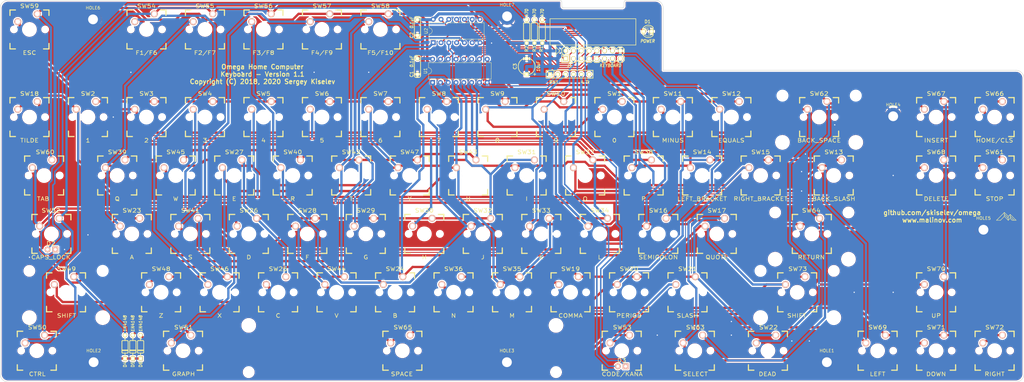
<source format=kicad_pcb>
(kicad_pcb (version 20171130) (host pcbnew "(5.1.10)-1")
  (layers (0 F.Cu signal) (31 B.Cu signal) (34 B.Paste user) (35 F.Paste user) (36 B.SilkS user) (37 F.SilkS user) (38 B.Mask user) (39 F.Mask user) (44 Edge.Cuts user))
  (net 0 "")
  (net 1 VCC)
  (net 2 GND)
  (net 3 /CAPS_LED)
  (net 4 "Net-(U1-Pad11)")
  (net 5 /SHIFT)
  (net 6 /ROW6)
  (net 7 /GRAPH)
  (net 8 /CODE)
  (net 9 /COLUMN0)
  (net 10 /COLUMN1)
  (net 11 /ROW_A)
  (net 12 /COLUMN2)
  (net 13 /ROW_B)
  (net 14 /COLUMN3)
  (net 15 /ROW_C)
  (net 16 /COLUMN4)
  (net 17 /ROW_D)
  (net 18 /COLUMN5)
  (net 19 /COLUMN6)
  (net 20 /COLUMN7)
  (net 21 /ROW6_UNBUF)
  (net 22 /ROW0)
  (net 23 /ROW1)
  (net 24 /ROW2)
  (net 25 /ROW3)
  (net 26 /ROW4)
  (net 27 /ROW5)
  (net 28 /ROW7)
  (net 29 /ROW8)
  (net 30 /COLUMN0_BUF)
  (net 31 /COLUMN2_BUF)
  (net 32 /COLUMN4_BUF)
  (net 33 /CAPS_LED_BUFFERED)
  (net 34 /D1+)
  (net 35 /D2+)
  (net 36 /KANA_LED_BUFFERED)
  (net 37 /D3+)
  (net 38 /KANA_LED)
  (net 39 "Net-(RN1-Pad6)")
  (module Package_DIP:DIP-14_W7.62mm (layer F.Cu) (at 184.2 100.2 90)
    (fp_text reference U2 (at 3.81 -2.33 90) (layer F.SilkS))
    (fp_text value 74LS07)
    (pad 14 thru_hole oval (at 7.62 0 90) (size 1.6 1.6) (drill 0.8) (layers *.Cu *.Mask) (net 1 VCC))
    (pad 7 thru_hole oval (at 0 15.24 90) (size 1.6 1.6) (drill 0.8) (layers *.Cu *.Mask) (net 2 GND))
    (pad 13 thru_hole oval (at 7.62 2.54 90) (size 1.6 1.6) (drill 0.8) (layers *.Cu *.Mask) (net 3 /CAPS_LED))
    (pad 6 thru_hole oval (at 0 12.7 90) (size 1.6 1.6) (drill 0.8) (layers *.Cu *.Mask) (net 30 /COLUMN0_BUF))
    (pad 12 thru_hole oval (at 7.62 5.08 90) (size 1.6 1.6) (drill 0.8) (layers *.Cu *.Mask) (net 33 /CAPS_LED_BUFFERED))
    (pad 5 thru_hole oval (at 0 10.16 90) (size 1.6 1.6) (drill 0.8) (layers *.Cu *.Mask) (net 9 /COLUMN0))
    (pad 11 thru_hole oval (at 7.62 7.62 90) (size 1.6 1.6) (drill 0.8) (layers *.Cu *.Mask) (net 38 /KANA_LED))
    (pad 4 thru_hole oval (at 0 7.62 90) (size 1.6 1.6) (drill 0.8) (layers *.Cu *.Mask) (net 31 /COLUMN2_BUF))
    (pad 10 thru_hole oval (at 7.62 10.16 90) (size 1.6 1.6) (drill 0.8) (layers *.Cu *.Mask) (net 36 /KANA_LED_BUFFERED))
    (pad 3 thru_hole oval (at 0 5.08 90) (size 1.6 1.6) (drill 0.8) (layers *.Cu *.Mask) (net 12 /COLUMN2))
    (pad 9 thru_hole oval (at 7.62 12.7 90) (size 1.6 1.6) (drill 0.8) (layers *.Cu *.Mask) (net 21 /ROW6_UNBUF))
    (pad 2 thru_hole oval (at 0 2.54 90) (size 1.6 1.6) (drill 0.8) (layers *.Cu *.Mask) (net 32 /COLUMN4_BUF))
    (pad 8 thru_hole oval (at 7.62 15.24 90) (size 1.6 1.6) (drill 0.8) (layers *.Cu *.Mask) (net 6 /ROW6))
    (pad 1 thru_hole rect (at 0 0 90) (size 1.6 1.6) (drill 0.8) (layers *.Cu *.Mask) (net 16 /COLUMN4))
  )
  (module Package_DIP:DIP-16_W7.62mm (layer F.Cu) (at 184 113.2 90)
    (fp_text reference U1 (at 3.81 -2.33 90) (layer F.SilkS))
    (fp_text value 74LS145)
    (pad 16 thru_hole oval (at 7.62 0 90) (size 1.6 1.6) (drill 0.8) (layers *.Cu *.Mask) (net 1 VCC))
    (pad 8 thru_hole oval (at 0 17.78 90) (size 1.6 1.6) (drill 0.8) (layers *.Cu *.Mask) (net 2 GND))
    (pad 15 thru_hole oval (at 7.62 2.54 90) (size 1.6 1.6) (drill 0.8) (layers *.Cu *.Mask) (net 11 /ROW_A))
    (pad 7 thru_hole oval (at 0 15.24 90) (size 1.6 1.6) (drill 0.8) (layers *.Cu *.Mask) (net 21 /ROW6_UNBUF))
    (pad 14 thru_hole oval (at 7.62 5.08 90) (size 1.6 1.6) (drill 0.8) (layers *.Cu *.Mask) (net 13 /ROW_B))
    (pad 6 thru_hole oval (at 0 12.7 90) (size 1.6 1.6) (drill 0.8) (layers *.Cu *.Mask) (net 27 /ROW5))
    (pad 13 thru_hole oval (at 7.62 7.62 90) (size 1.6 1.6) (drill 0.8) (layers *.Cu *.Mask) (net 15 /ROW_C))
    (pad 5 thru_hole oval (at 0 10.16 90) (size 1.6 1.6) (drill 0.8) (layers *.Cu *.Mask) (net 26 /ROW4))
    (pad 12 thru_hole oval (at 7.62 10.16 90) (size 1.6 1.6) (drill 0.8) (layers *.Cu *.Mask) (net 17 /ROW_D))
    (pad 4 thru_hole oval (at 0 7.62 90) (size 1.6 1.6) (drill 0.8) (layers *.Cu *.Mask) (net 25 /ROW3))
    (pad 11 thru_hole oval (at 7.62 12.7 90) (size 1.6 1.6) (drill 0.8) (layers *.Cu *.Mask) (net 4 "Net-(U1-Pad11)"))
    (pad 3 thru_hole oval (at 0 5.08 90) (size 1.6 1.6) (drill 0.8) (layers *.Cu *.Mask) (net 24 /ROW2))
    (pad 10 thru_hole oval (at 7.62 15.24 90) (size 1.6 1.6) (drill 0.8) (layers *.Cu *.Mask) (net 29 /ROW8))
    (pad 2 thru_hole oval (at 0 2.54 90) (size 1.6 1.6) (drill 0.8) (layers *.Cu *.Mask) (net 23 /ROW1))
    (pad 9 thru_hole oval (at 7.62 17.78 90) (size 1.6 1.6) (drill 0.8) (layers *.Cu *.Mask) (net 28 /ROW7))
    (pad 1 thru_hole rect (at 0 0 90) (size 1.6 1.6) (drill 0.8) (layers *.Cu *.Mask) (net 22 /ROW0))
  )
  (module MountingHole:MountingHole_3.2mm_M3_ISO14580_Pad (layer F.Cu) (at 208.25 91.6)
    (fp_text reference HOLE7 (at 0 -3.75) (layer F.SilkS))
    (fp_text value MountingHole_Pad)
    (pad 1 thru_hole circle (at 0 0) (size 5.5 5.5) (drill 3.2) (layers *.Cu *.Mask) (net 2 GND))
  )
  (module MountingHole:MountingHole_3.2mm_M3_ISO14580_Pad (layer F.Cu) (at 73.4 92.6)
    (fp_text reference HOLE6 (at 0 -3.75) (layer F.SilkS))
    (fp_text value MountingHole_Pad)
    (pad 1 thru_hole circle (at 0 0) (size 5.5 5.5) (drill 3.2) (layers *.Cu *.Mask) (net 2 GND))
  )
  (module MountingHole:MountingHole_3.2mm_M3_ISO14580_Pad (layer F.Cu) (at 363.4 161.2)
    (fp_text reference HOLE5 (at 0 -3.75) (layer F.SilkS))
    (fp_text value MountingHole_Pad)
    (pad 1 thru_hole circle (at 0 0) (size 5.5 5.5) (drill 3.2) (layers *.Cu *.Mask) (net 2 GND))
  )
  (module MountingHole:MountingHole_3.2mm_M3_ISO14580_Pad (layer F.Cu) (at 334 124.2)
    (fp_text reference HOLE4 (at 0 -3.75) (layer F.SilkS))
    (fp_text value MountingHole_Pad)
    (pad 1 thru_hole circle (at 0 0) (size 5.5 5.5) (drill 3.2) (layers *.Cu *.Mask) (net 2 GND))
  )
  (module MountingHole:MountingHole_3.2mm_M3_ISO14580_Pad (layer F.Cu) (at 208.2 204.4)
    (fp_text reference HOLE3 (at 0 -3.75) (layer F.SilkS))
    (fp_text value MountingHole_Pad)
    (pad 1 thru_hole circle (at 0 0) (size 5.5 5.5) (drill 3.2) (layers *.Cu *.Mask) (net 2 GND))
  )
  (module MountingHole:MountingHole_3.2mm_M3_ISO14580_Pad (layer F.Cu) (at 73.6 204.4)
    (fp_text reference HOLE2 (at 0 -3.75) (layer F.SilkS))
    (fp_text value MountingHole_Pad)
    (pad 1 thru_hole circle (at 0 0) (size 5.5 5.5) (drill 3.2) (layers *.Cu *.Mask) (net 2 GND))
  )
  (module MountingHole:MountingHole_3.2mm_M3_ISO14580_Pad (layer F.Cu) (at 312.4 204.4)
    (fp_text reference HOLE1 (at 0 -3.75) (layer F.SilkS))
    (fp_text value MountingHole_Pad)
    (pad 1 thru_hole circle (at 0 0) (size 5.5 5.5) (drill 3.2) (layers *.Cu *.Mask) (net 2 GND))
  )
  (module Cherry_MX:CHERRY_PCB_100H (layer F.Cu) (at 243.205 124.46)
    (fp_text reference SW1 (at 0 -7.62) (layer F.SilkS) (effects (font (size 1.27 1.524) (thickness 0.2032))))
    (fp_text value 0 (at 0 7.62) (layer F.SilkS) (effects (font (size 1.27 1.524) (thickness 0.2032))))
    (pad 1 thru_hole circle (at 2.54 -5.08) (size 2.286 2.286) (drill 1.4986) (layers *.Cu *.SilkS *.Mask) (net 22 /ROW0))
    (pad 2 thru_hole circle (at -3.81 -2.54) (size 2.286 2.286) (drill 1.4986) (layers *.Cu *.SilkS *.Mask) (net 9 /COLUMN0))
    (pad HOLE np_thru_hole circle (at 0 0) (size 3.9878 3.9878) (drill 3.9878) (layers *.Cu))
    (pad HOLE np_thru_hole circle (at -5.08 0) (size 1.7018 1.7018) (drill 1.7018) (layers *.Cu))
    (pad HOLE np_thru_hole circle (at 5.08 0) (size 1.7018 1.7018) (drill 1.7018) (layers *.Cu))
  )
  (module Cherry_MX:CHERRY_PCB_100H (layer F.Cu) (at 71.755 124.46)
    (fp_text reference SW2 (at 0 -7.62) (layer F.SilkS) (effects (font (size 1.27 1.524) (thickness 0.2032))))
    (fp_text value 1 (at 0 7.62) (layer F.SilkS) (effects (font (size 1.27 1.524) (thickness 0.2032))))
    (pad 1 thru_hole circle (at 2.54 -5.08) (size 2.286 2.286) (drill 1.4986) (layers *.Cu *.SilkS *.Mask) (net 22 /ROW0))
    (pad 2 thru_hole circle (at -3.81 -2.54) (size 2.286 2.286) (drill 1.4986) (layers *.Cu *.SilkS *.Mask) (net 10 /COLUMN1))
    (pad HOLE np_thru_hole circle (at 0 0) (size 3.9878 3.9878) (drill 3.9878) (layers *.Cu))
    (pad HOLE np_thru_hole circle (at -5.08 0) (size 1.7018 1.7018) (drill 1.7018) (layers *.Cu))
    (pad HOLE np_thru_hole circle (at 5.08 0) (size 1.7018 1.7018) (drill 1.7018) (layers *.Cu))
  )
  (module Cherry_MX:CHERRY_PCB_100H (layer F.Cu) (at 90.805 124.46)
    (fp_text reference SW3 (at 0 -7.62) (layer F.SilkS) (effects (font (size 1.27 1.524) (thickness 0.2032))))
    (fp_text value 2 (at 0 7.62) (layer F.SilkS) (effects (font (size 1.27 1.524) (thickness 0.2032))))
    (pad 1 thru_hole circle (at 2.54 -5.08) (size 2.286 2.286) (drill 1.4986) (layers *.Cu *.SilkS *.Mask) (net 22 /ROW0))
    (pad 2 thru_hole circle (at -3.81 -2.54) (size 2.286 2.286) (drill 1.4986) (layers *.Cu *.SilkS *.Mask) (net 12 /COLUMN2))
    (pad HOLE np_thru_hole circle (at 0 0) (size 3.9878 3.9878) (drill 3.9878) (layers *.Cu))
    (pad HOLE np_thru_hole circle (at -5.08 0) (size 1.7018 1.7018) (drill 1.7018) (layers *.Cu))
    (pad HOLE np_thru_hole circle (at 5.08 0) (size 1.7018 1.7018) (drill 1.7018) (layers *.Cu))
  )
  (module Cherry_MX:CHERRY_PCB_100H (layer F.Cu) (at 109.855 124.46)
    (fp_text reference SW4 (at 0 -7.62) (layer F.SilkS) (effects (font (size 1.27 1.524) (thickness 0.2032))))
    (fp_text value 3 (at 0 7.62) (layer F.SilkS) (effects (font (size 1.27 1.524) (thickness 0.2032))))
    (pad 1 thru_hole circle (at 2.54 -5.08) (size 2.286 2.286) (drill 1.4986) (layers *.Cu *.SilkS *.Mask) (net 22 /ROW0))
    (pad 2 thru_hole circle (at -3.81 -2.54) (size 2.286 2.286) (drill 1.4986) (layers *.Cu *.SilkS *.Mask) (net 14 /COLUMN3))
    (pad HOLE np_thru_hole circle (at 0 0) (size 3.9878 3.9878) (drill 3.9878) (layers *.Cu))
    (pad HOLE np_thru_hole circle (at -5.08 0) (size 1.7018 1.7018) (drill 1.7018) (layers *.Cu))
    (pad HOLE np_thru_hole circle (at 5.08 0) (size 1.7018 1.7018) (drill 1.7018) (layers *.Cu))
  )
  (module Cherry_MX:CHERRY_PCB_100H (layer F.Cu) (at 128.905 124.46)
    (fp_text reference SW5 (at 0 -7.62) (layer F.SilkS) (effects (font (size 1.27 1.524) (thickness 0.2032))))
    (fp_text value 4 (at 0 7.62) (layer F.SilkS) (effects (font (size 1.27 1.524) (thickness 0.2032))))
    (pad 1 thru_hole circle (at 2.54 -5.08) (size 2.286 2.286) (drill 1.4986) (layers *.Cu *.SilkS *.Mask) (net 22 /ROW0))
    (pad 2 thru_hole circle (at -3.81 -2.54) (size 2.286 2.286) (drill 1.4986) (layers *.Cu *.SilkS *.Mask) (net 16 /COLUMN4))
    (pad HOLE np_thru_hole circle (at 0 0) (size 3.9878 3.9878) (drill 3.9878) (layers *.Cu))
    (pad HOLE np_thru_hole circle (at -5.08 0) (size 1.7018 1.7018) (drill 1.7018) (layers *.Cu))
    (pad HOLE np_thru_hole circle (at 5.08 0) (size 1.7018 1.7018) (drill 1.7018) (layers *.Cu))
  )
  (module Cherry_MX:CHERRY_PCB_100H (layer F.Cu) (at 147.955 124.46)
    (fp_text reference SW6 (at 0 -7.62) (layer F.SilkS) (effects (font (size 1.27 1.524) (thickness 0.2032))))
    (fp_text value 5 (at 0 7.62) (layer F.SilkS) (effects (font (size 1.27 1.524) (thickness 0.2032))))
    (pad 1 thru_hole circle (at 2.54 -5.08) (size 2.286 2.286) (drill 1.4986) (layers *.Cu *.SilkS *.Mask) (net 22 /ROW0))
    (pad 2 thru_hole circle (at -3.81 -2.54) (size 2.286 2.286) (drill 1.4986) (layers *.Cu *.SilkS *.Mask) (net 18 /COLUMN5))
    (pad HOLE np_thru_hole circle (at 0 0) (size 3.9878 3.9878) (drill 3.9878) (layers *.Cu))
    (pad HOLE np_thru_hole circle (at -5.08 0) (size 1.7018 1.7018) (drill 1.7018) (layers *.Cu))
    (pad HOLE np_thru_hole circle (at 5.08 0) (size 1.7018 1.7018) (drill 1.7018) (layers *.Cu))
  )
  (module Cherry_MX:CHERRY_PCB_100H (layer F.Cu) (at 167.005 124.46)
    (fp_text reference SW7 (at 0 -7.62) (layer F.SilkS) (effects (font (size 1.27 1.524) (thickness 0.2032))))
    (fp_text value 6 (at 0 7.62) (layer F.SilkS) (effects (font (size 1.27 1.524) (thickness 0.2032))))
    (pad 1 thru_hole circle (at 2.54 -5.08) (size 2.286 2.286) (drill 1.4986) (layers *.Cu *.SilkS *.Mask) (net 22 /ROW0))
    (pad 2 thru_hole circle (at -3.81 -2.54) (size 2.286 2.286) (drill 1.4986) (layers *.Cu *.SilkS *.Mask) (net 19 /COLUMN6))
    (pad HOLE np_thru_hole circle (at 0 0) (size 3.9878 3.9878) (drill 3.9878) (layers *.Cu))
    (pad HOLE np_thru_hole circle (at -5.08 0) (size 1.7018 1.7018) (drill 1.7018) (layers *.Cu))
    (pad HOLE np_thru_hole circle (at 5.08 0) (size 1.7018 1.7018) (drill 1.7018) (layers *.Cu))
  )
  (module Cherry_MX:CHERRY_PCB_100H (layer F.Cu) (at 186.055 124.46)
    (fp_text reference SW8 (at 0 -7.62) (layer F.SilkS) (effects (font (size 1.27 1.524) (thickness 0.2032))))
    (fp_text value 7 (at 0 7.62) (layer F.SilkS) (effects (font (size 1.27 1.524) (thickness 0.2032))))
    (pad 1 thru_hole circle (at 2.54 -5.08) (size 2.286 2.286) (drill 1.4986) (layers *.Cu *.SilkS *.Mask) (net 22 /ROW0))
    (pad 2 thru_hole circle (at -3.81 -2.54) (size 2.286 2.286) (drill 1.4986) (layers *.Cu *.SilkS *.Mask) (net 20 /COLUMN7))
    (pad HOLE np_thru_hole circle (at 0 0) (size 3.9878 3.9878) (drill 3.9878) (layers *.Cu))
    (pad HOLE np_thru_hole circle (at -5.08 0) (size 1.7018 1.7018) (drill 1.7018) (layers *.Cu))
    (pad HOLE np_thru_hole circle (at 5.08 0) (size 1.7018 1.7018) (drill 1.7018) (layers *.Cu))
  )
  (module Cherry_MX:CHERRY_PCB_100H (layer F.Cu) (at 205.105 124.46)
    (fp_text reference SW9 (at 0 -7.62) (layer F.SilkS) (effects (font (size 1.27 1.524) (thickness 0.2032))))
    (fp_text value 8 (at 0 7.62) (layer F.SilkS) (effects (font (size 1.27 1.524) (thickness 0.2032))))
    (pad 1 thru_hole circle (at 2.54 -5.08) (size 2.286 2.286) (drill 1.4986) (layers *.Cu *.SilkS *.Mask) (net 23 /ROW1))
    (pad 2 thru_hole circle (at -3.81 -2.54) (size 2.286 2.286) (drill 1.4986) (layers *.Cu *.SilkS *.Mask) (net 9 /COLUMN0))
    (pad HOLE np_thru_hole circle (at 0 0) (size 3.9878 3.9878) (drill 3.9878) (layers *.Cu))
    (pad HOLE np_thru_hole circle (at -5.08 0) (size 1.7018 1.7018) (drill 1.7018) (layers *.Cu))
    (pad HOLE np_thru_hole circle (at 5.08 0) (size 1.7018 1.7018) (drill 1.7018) (layers *.Cu))
  )
  (module Cherry_MX:CHERRY_PCB_100H (layer F.Cu) (at 224.155 124.46)
    (fp_text reference SW10 (at 0 -7.62) (layer F.SilkS) (effects (font (size 1.27 1.524) (thickness 0.2032))))
    (fp_text value 9 (at 0 7.62) (layer F.SilkS) (effects (font (size 1.27 1.524) (thickness 0.2032))))
    (pad 1 thru_hole circle (at 2.54 -5.08) (size 2.286 2.286) (drill 1.4986) (layers *.Cu *.SilkS *.Mask) (net 23 /ROW1))
    (pad 2 thru_hole circle (at -3.81 -2.54) (size 2.286 2.286) (drill 1.4986) (layers *.Cu *.SilkS *.Mask) (net 10 /COLUMN1))
    (pad HOLE np_thru_hole circle (at 0 0) (size 3.9878 3.9878) (drill 3.9878) (layers *.Cu))
    (pad HOLE np_thru_hole circle (at -5.08 0) (size 1.7018 1.7018) (drill 1.7018) (layers *.Cu))
    (pad HOLE np_thru_hole circle (at 5.08 0) (size 1.7018 1.7018) (drill 1.7018) (layers *.Cu))
  )
  (module Cherry_MX:CHERRY_PCB_100H (layer F.Cu) (at 262.255 124.46)
    (fp_text reference SW11 (at 0 -7.62) (layer F.SilkS) (effects (font (size 1.27 1.524) (thickness 0.2032))))
    (fp_text value MINUS (at 0 7.62) (layer F.SilkS) (effects (font (size 1.27 1.524) (thickness 0.2032))))
    (pad 1 thru_hole circle (at 2.54 -5.08) (size 2.286 2.286) (drill 1.4986) (layers *.Cu *.SilkS *.Mask) (net 23 /ROW1))
    (pad 2 thru_hole circle (at -3.81 -2.54) (size 2.286 2.286) (drill 1.4986) (layers *.Cu *.SilkS *.Mask) (net 12 /COLUMN2))
    (pad HOLE np_thru_hole circle (at 0 0) (size 3.9878 3.9878) (drill 3.9878) (layers *.Cu))
    (pad HOLE np_thru_hole circle (at -5.08 0) (size 1.7018 1.7018) (drill 1.7018) (layers *.Cu))
    (pad HOLE np_thru_hole circle (at 5.08 0) (size 1.7018 1.7018) (drill 1.7018) (layers *.Cu))
  )
  (module Cherry_MX:CHERRY_PCB_100H (layer F.Cu) (at 281.305 124.46)
    (fp_text reference SW12 (at 0 -7.62) (layer F.SilkS) (effects (font (size 1.27 1.524) (thickness 0.2032))))
    (fp_text value EQUALS (at 0 7.62) (layer F.SilkS) (effects (font (size 1.27 1.524) (thickness 0.2032))))
    (pad 1 thru_hole circle (at 2.54 -5.08) (size 2.286 2.286) (drill 1.4986) (layers *.Cu *.SilkS *.Mask) (net 23 /ROW1))
    (pad 2 thru_hole circle (at -3.81 -2.54) (size 2.286 2.286) (drill 1.4986) (layers *.Cu *.SilkS *.Mask) (net 14 /COLUMN3))
    (pad HOLE np_thru_hole circle (at 0 0) (size 3.9878 3.9878) (drill 3.9878) (layers *.Cu))
    (pad HOLE np_thru_hole circle (at -5.08 0) (size 1.7018 1.7018) (drill 1.7018) (layers *.Cu))
    (pad HOLE np_thru_hole circle (at 5.08 0) (size 1.7018 1.7018) (drill 1.7018) (layers *.Cu))
  )
  (module Cherry_MX:CHERRY_PCB_150H (layer F.Cu) (at 314.6425 143.51)
    (fp_text reference SW13 (at 0 -7.62) (layer F.SilkS) (effects (font (size 1.27 1.524) (thickness 0.2032))))
    (fp_text value BACK_SLASH (at 0 7.62) (layer F.SilkS) (effects (font (size 1.27 1.524) (thickness 0.2032))))
    (pad 1 thru_hole circle (at 2.54 -5.08) (size 2.286 2.286) (drill 1.4986) (layers *.Cu *.SilkS *.Mask) (net 23 /ROW1))
    (pad 2 thru_hole circle (at -3.81 -2.54) (size 2.286 2.286) (drill 1.4986) (layers *.Cu *.SilkS *.Mask) (net 16 /COLUMN4))
    (pad HOLE np_thru_hole circle (at 0 0) (size 3.9878 3.9878) (drill 3.9878) (layers *.Cu))
    (pad HOLE np_thru_hole circle (at -5.08 0) (size 1.7018 1.7018) (drill 1.7018) (layers *.Cu))
    (pad HOLE np_thru_hole circle (at 5.08 0) (size 1.7018 1.7018) (drill 1.7018) (layers *.Cu))
  )
  (module Cherry_MX:CHERRY_PCB_100H (layer F.Cu) (at 271.78 143.51)
    (fp_text reference SW14 (at 0 -7.62) (layer F.SilkS) (effects (font (size 1.27 1.524) (thickness 0.2032))))
    (fp_text value LEFT_BRACKET (at 0 7.62) (layer F.SilkS) (effects (font (size 1.27 1.524) (thickness 0.2032))))
    (pad 1 thru_hole circle (at 2.54 -5.08) (size 2.286 2.286) (drill 1.4986) (layers *.Cu *.SilkS *.Mask) (net 23 /ROW1))
    (pad 2 thru_hole circle (at -3.81 -2.54) (size 2.286 2.286) (drill 1.4986) (layers *.Cu *.SilkS *.Mask) (net 18 /COLUMN5))
    (pad HOLE np_thru_hole circle (at 0 0) (size 3.9878 3.9878) (drill 3.9878) (layers *.Cu))
    (pad HOLE np_thru_hole circle (at -5.08 0) (size 1.7018 1.7018) (drill 1.7018) (layers *.Cu))
    (pad HOLE np_thru_hole circle (at 5.08 0) (size 1.7018 1.7018) (drill 1.7018) (layers *.Cu))
  )
  (module Cherry_MX:CHERRY_PCB_100H (layer F.Cu) (at 290.83 143.51)
    (fp_text reference SW15 (at 0 -7.62) (layer F.SilkS) (effects (font (size 1.27 1.524) (thickness 0.2032))))
    (fp_text value RIGHT_BRACKET (at 0 7.62) (layer F.SilkS) (effects (font (size 1.27 1.524) (thickness 0.2032))))
    (pad 1 thru_hole circle (at 2.54 -5.08) (size 2.286 2.286) (drill 1.4986) (layers *.Cu *.SilkS *.Mask) (net 23 /ROW1))
    (pad 2 thru_hole circle (at -3.81 -2.54) (size 2.286 2.286) (drill 1.4986) (layers *.Cu *.SilkS *.Mask) (net 19 /COLUMN6))
    (pad HOLE np_thru_hole circle (at 0 0) (size 3.9878 3.9878) (drill 3.9878) (layers *.Cu))
    (pad HOLE np_thru_hole circle (at -5.08 0) (size 1.7018 1.7018) (drill 1.7018) (layers *.Cu))
    (pad HOLE np_thru_hole circle (at 5.08 0) (size 1.7018 1.7018) (drill 1.7018) (layers *.Cu))
  )
  (module Cherry_MX:CHERRY_PCB_100H (layer F.Cu) (at 257.4925 162.56)
    (fp_text reference SW16 (at 0 -7.62) (layer F.SilkS) (effects (font (size 1.27 1.524) (thickness 0.2032))))
    (fp_text value SEMICOLON (at 0 7.62) (layer F.SilkS) (effects (font (size 1.27 1.524) (thickness 0.2032))))
    (pad 1 thru_hole circle (at 2.54 -5.08) (size 2.286 2.286) (drill 1.4986) (layers *.Cu *.SilkS *.Mask) (net 23 /ROW1))
    (pad 2 thru_hole circle (at -3.81 -2.54) (size 2.286 2.286) (drill 1.4986) (layers *.Cu *.SilkS *.Mask) (net 20 /COLUMN7))
    (pad HOLE np_thru_hole circle (at 0 0) (size 3.9878 3.9878) (drill 3.9878) (layers *.Cu))
    (pad HOLE np_thru_hole circle (at -5.08 0) (size 1.7018 1.7018) (drill 1.7018) (layers *.Cu))
    (pad HOLE np_thru_hole circle (at 5.08 0) (size 1.7018 1.7018) (drill 1.7018) (layers *.Cu))
  )
  (module Cherry_MX:CHERRY_PCB_100H (layer F.Cu) (at 276.5425 162.56)
    (fp_text reference SW17 (at 0 -7.62) (layer F.SilkS) (effects (font (size 1.27 1.524) (thickness 0.2032))))
    (fp_text value QUOTE (at 0 7.62) (layer F.SilkS) (effects (font (size 1.27 1.524) (thickness 0.2032))))
    (pad 1 thru_hole circle (at 2.54 -5.08) (size 2.286 2.286) (drill 1.4986) (layers *.Cu *.SilkS *.Mask) (net 24 /ROW2))
    (pad 2 thru_hole circle (at -3.81 -2.54) (size 2.286 2.286) (drill 1.4986) (layers *.Cu *.SilkS *.Mask) (net 9 /COLUMN0))
    (pad HOLE np_thru_hole circle (at 0 0) (size 3.9878 3.9878) (drill 3.9878) (layers *.Cu))
    (pad HOLE np_thru_hole circle (at -5.08 0) (size 1.7018 1.7018) (drill 1.7018) (layers *.Cu))
    (pad HOLE np_thru_hole circle (at 5.08 0) (size 1.7018 1.7018) (drill 1.7018) (layers *.Cu))
  )
  (module Cherry_MX:CHERRY_PCB_100H (layer F.Cu) (at 52.705 124.46)
    (fp_text reference SW18 (at 0 -7.62) (layer F.SilkS) (effects (font (size 1.27 1.524) (thickness 0.2032))))
    (fp_text value TILDE (at 0 7.62) (layer F.SilkS) (effects (font (size 1.27 1.524) (thickness 0.2032))))
    (pad 1 thru_hole circle (at 2.54 -5.08) (size 2.286 2.286) (drill 1.4986) (layers *.Cu *.SilkS *.Mask) (net 24 /ROW2))
    (pad 2 thru_hole circle (at -3.81 -2.54) (size 2.286 2.286) (drill 1.4986) (layers *.Cu *.SilkS *.Mask) (net 10 /COLUMN1))
    (pad HOLE np_thru_hole circle (at 0 0) (size 3.9878 3.9878) (drill 3.9878) (layers *.Cu))
    (pad HOLE np_thru_hole circle (at -5.08 0) (size 1.7018 1.7018) (drill 1.7018) (layers *.Cu))
    (pad HOLE np_thru_hole circle (at 5.08 0) (size 1.7018 1.7018) (drill 1.7018) (layers *.Cu))
  )
  (module Cherry_MX:CHERRY_PCB_100H (layer F.Cu) (at 228.9175 181.61)
    (fp_text reference SW19 (at 0 -7.62) (layer F.SilkS) (effects (font (size 1.27 1.524) (thickness 0.2032))))
    (fp_text value COMMA (at 0 7.62) (layer F.SilkS) (effects (font (size 1.27 1.524) (thickness 0.2032))))
    (pad 1 thru_hole circle (at 2.54 -5.08) (size 2.286 2.286) (drill 1.4986) (layers *.Cu *.SilkS *.Mask) (net 24 /ROW2))
    (pad 2 thru_hole circle (at -3.81 -2.54) (size 2.286 2.286) (drill 1.4986) (layers *.Cu *.SilkS *.Mask) (net 12 /COLUMN2))
    (pad HOLE np_thru_hole circle (at 0 0) (size 3.9878 3.9878) (drill 3.9878) (layers *.Cu))
    (pad HOLE np_thru_hole circle (at -5.08 0) (size 1.7018 1.7018) (drill 1.7018) (layers *.Cu))
    (pad HOLE np_thru_hole circle (at 5.08 0) (size 1.7018 1.7018) (drill 1.7018) (layers *.Cu))
  )
  (module Cherry_MX:CHERRY_PCB_100H (layer F.Cu) (at 247.9675 181.61)
    (fp_text reference SW20 (at 0 -7.62) (layer F.SilkS) (effects (font (size 1.27 1.524) (thickness 0.2032))))
    (fp_text value PERIOD (at 0 7.62) (layer F.SilkS) (effects (font (size 1.27 1.524) (thickness 0.2032))))
    (pad 1 thru_hole circle (at 2.54 -5.08) (size 2.286 2.286) (drill 1.4986) (layers *.Cu *.SilkS *.Mask) (net 24 /ROW2))
    (pad 2 thru_hole circle (at -3.81 -2.54) (size 2.286 2.286) (drill 1.4986) (layers *.Cu *.SilkS *.Mask) (net 14 /COLUMN3))
    (pad HOLE np_thru_hole circle (at 0 0) (size 3.9878 3.9878) (drill 3.9878) (layers *.Cu))
    (pad HOLE np_thru_hole circle (at -5.08 0) (size 1.7018 1.7018) (drill 1.7018) (layers *.Cu))
    (pad HOLE np_thru_hole circle (at 5.08 0) (size 1.7018 1.7018) (drill 1.7018) (layers *.Cu))
  )
  (module Cherry_MX:CHERRY_PCB_100H (layer F.Cu) (at 267.0175 181.61)
    (fp_text reference SW21 (at 0 -7.62) (layer F.SilkS) (effects (font (size 1.27 1.524) (thickness 0.2032))))
    (fp_text value SLASH (at 0 7.62) (layer F.SilkS) (effects (font (size 1.27 1.524) (thickness 0.2032))))
    (pad 1 thru_hole circle (at 2.54 -5.08) (size 2.286 2.286) (drill 1.4986) (layers *.Cu *.SilkS *.Mask) (net 24 /ROW2))
    (pad 2 thru_hole circle (at -3.81 -2.54) (size 2.286 2.286) (drill 1.4986) (layers *.Cu *.SilkS *.Mask) (net 16 /COLUMN4))
    (pad HOLE np_thru_hole circle (at 0 0) (size 3.9878 3.9878) (drill 3.9878) (layers *.Cu))
    (pad HOLE np_thru_hole circle (at -5.08 0) (size 1.7018 1.7018) (drill 1.7018) (layers *.Cu))
    (pad HOLE np_thru_hole circle (at 5.08 0) (size 1.7018 1.7018) (drill 1.7018) (layers *.Cu))
  )
  (module Cherry_MX:CHERRY_PCB_125H (layer F.Cu) (at 293.21125 200.66)
    (fp_text reference SW22 (at 0.15875 -7.62) (layer F.SilkS) (effects (font (size 1.27 1.524) (thickness 0.2032))))
    (fp_text value DEAD (at -0.15875 7.62) (layer F.SilkS) (effects (font (size 1.27 1.524) (thickness 0.2032))))
    (pad 1 thru_hole circle (at 2.54 -5.08) (size 2.286 2.286) (drill 1.4986) (layers *.Cu *.SilkS *.Mask) (net 24 /ROW2))
    (pad 2 thru_hole circle (at -3.81 -2.54) (size 2.286 2.286) (drill 1.4986) (layers *.Cu *.SilkS *.Mask) (net 18 /COLUMN5))
    (pad HOLE np_thru_hole circle (at 0 0) (size 3.9878 3.9878) (drill 3.9878) (layers *.Cu))
    (pad HOLE np_thru_hole circle (at -5.08 0) (size 1.7018 1.7018) (drill 1.7018) (layers *.Cu))
    (pad HOLE np_thru_hole circle (at 5.08 0) (size 1.7018 1.7018) (drill 1.7018) (layers *.Cu))
  )
  (module Cherry_MX:CHERRY_PCB_100H (layer F.Cu) (at 86.0425 162.56)
    (fp_text reference SW23 (at 0 -7.62) (layer F.SilkS) (effects (font (size 1.27 1.524) (thickness 0.2032))))
    (fp_text value A (at 0 7.62) (layer F.SilkS) (effects (font (size 1.27 1.524) (thickness 0.2032))))
    (pad 1 thru_hole circle (at 2.54 -5.08) (size 2.286 2.286) (drill 1.4986) (layers *.Cu *.SilkS *.Mask) (net 24 /ROW2))
    (pad 2 thru_hole circle (at -3.81 -2.54) (size 2.286 2.286) (drill 1.4986) (layers *.Cu *.SilkS *.Mask) (net 19 /COLUMN6))
    (pad HOLE np_thru_hole circle (at 0 0) (size 3.9878 3.9878) (drill 3.9878) (layers *.Cu))
    (pad HOLE np_thru_hole circle (at -5.08 0) (size 1.7018 1.7018) (drill 1.7018) (layers *.Cu))
    (pad HOLE np_thru_hole circle (at 5.08 0) (size 1.7018 1.7018) (drill 1.7018) (layers *.Cu))
  )
  (module Cherry_MX:CHERRY_PCB_100H (layer F.Cu) (at 171.7675 181.61)
    (fp_text reference SW24 (at 0 -7.62) (layer F.SilkS) (effects (font (size 1.27 1.524) (thickness 0.2032))))
    (fp_text value B (at 0 7.62) (layer F.SilkS) (effects (font (size 1.27 1.524) (thickness 0.2032))))
    (pad 1 thru_hole circle (at 2.54 -5.08) (size 2.286 2.286) (drill 1.4986) (layers *.Cu *.SilkS *.Mask) (net 24 /ROW2))
    (pad 2 thru_hole circle (at -3.81 -2.54) (size 2.286 2.286) (drill 1.4986) (layers *.Cu *.SilkS *.Mask) (net 20 /COLUMN7))
    (pad HOLE np_thru_hole circle (at 0 0) (size 3.9878 3.9878) (drill 3.9878) (layers *.Cu))
    (pad HOLE np_thru_hole circle (at -5.08 0) (size 1.7018 1.7018) (drill 1.7018) (layers *.Cu))
    (pad HOLE np_thru_hole circle (at 5.08 0) (size 1.7018 1.7018) (drill 1.7018) (layers *.Cu))
  )
  (module Cherry_MX:CHERRY_PCB_100H (layer F.Cu) (at 133.6675 181.61)
    (fp_text reference SW25 (at 0 -7.62) (layer F.SilkS) (effects (font (size 1.27 1.524) (thickness 0.2032))))
    (fp_text value C (at 0 7.62) (layer F.SilkS) (effects (font (size 1.27 1.524) (thickness 0.2032))))
    (pad 1 thru_hole circle (at 2.54 -5.08) (size 2.286 2.286) (drill 1.4986) (layers *.Cu *.SilkS *.Mask) (net 25 /ROW3))
    (pad 2 thru_hole circle (at -3.81 -2.54) (size 2.286 2.286) (drill 1.4986) (layers *.Cu *.SilkS *.Mask) (net 9 /COLUMN0))
    (pad HOLE np_thru_hole circle (at 0 0) (size 3.9878 3.9878) (drill 3.9878) (layers *.Cu))
    (pad HOLE np_thru_hole circle (at -5.08 0) (size 1.7018 1.7018) (drill 1.7018) (layers *.Cu))
    (pad HOLE np_thru_hole circle (at 5.08 0) (size 1.7018 1.7018) (drill 1.7018) (layers *.Cu))
  )
  (module Cherry_MX:CHERRY_PCB_100H (layer F.Cu) (at 124.1425 162.56)
    (fp_text reference SW26 (at 0 -7.62) (layer F.SilkS) (effects (font (size 1.27 1.524) (thickness 0.2032))))
    (fp_text value D (at 0 7.62) (layer F.SilkS) (effects (font (size 1.27 1.524) (thickness 0.2032))))
    (pad 1 thru_hole circle (at 2.54 -5.08) (size 2.286 2.286) (drill 1.4986) (layers *.Cu *.SilkS *.Mask) (net 25 /ROW3))
    (pad 2 thru_hole circle (at -3.81 -2.54) (size 2.286 2.286) (drill 1.4986) (layers *.Cu *.SilkS *.Mask) (net 10 /COLUMN1))
    (pad HOLE np_thru_hole circle (at 0 0) (size 3.9878 3.9878) (drill 3.9878) (layers *.Cu))
    (pad HOLE np_thru_hole circle (at -5.08 0) (size 1.7018 1.7018) (drill 1.7018) (layers *.Cu))
    (pad HOLE np_thru_hole circle (at 5.08 0) (size 1.7018 1.7018) (drill 1.7018) (layers *.Cu))
  )
  (module Cherry_MX:CHERRY_PCB_100H (layer F.Cu) (at 119.38 143.51)
    (fp_text reference SW27 (at 0 -7.62) (layer F.SilkS) (effects (font (size 1.27 1.524) (thickness 0.2032))))
    (fp_text value E (at 0 7.62) (layer F.SilkS) (effects (font (size 1.27 1.524) (thickness 0.2032))))
    (pad 1 thru_hole circle (at 2.54 -5.08) (size 2.286 2.286) (drill 1.4986) (layers *.Cu *.SilkS *.Mask) (net 25 /ROW3))
    (pad 2 thru_hole circle (at -3.81 -2.54) (size 2.286 2.286) (drill 1.4986) (layers *.Cu *.SilkS *.Mask) (net 12 /COLUMN2))
    (pad HOLE np_thru_hole circle (at 0 0) (size 3.9878 3.9878) (drill 3.9878) (layers *.Cu))
    (pad HOLE np_thru_hole circle (at -5.08 0) (size 1.7018 1.7018) (drill 1.7018) (layers *.Cu))
    (pad HOLE np_thru_hole circle (at 5.08 0) (size 1.7018 1.7018) (drill 1.7018) (layers *.Cu))
  )
  (module Cherry_MX:CHERRY_PCB_100H (layer F.Cu) (at 143.1925 162.56)
    (fp_text reference SW28 (at 0 -7.62) (layer F.SilkS) (effects (font (size 1.27 1.524) (thickness 0.2032))))
    (fp_text value F (at 0 7.62) (layer F.SilkS) (effects (font (size 1.27 1.524) (thickness 0.2032))))
    (pad 1 thru_hole circle (at 2.54 -5.08) (size 2.286 2.286) (drill 1.4986) (layers *.Cu *.SilkS *.Mask) (net 25 /ROW3))
    (pad 2 thru_hole circle (at -3.81 -2.54) (size 2.286 2.286) (drill 1.4986) (layers *.Cu *.SilkS *.Mask) (net 14 /COLUMN3))
    (pad HOLE np_thru_hole circle (at 0 0) (size 3.9878 3.9878) (drill 3.9878) (layers *.Cu))
    (pad HOLE np_thru_hole circle (at -5.08 0) (size 1.7018 1.7018) (drill 1.7018) (layers *.Cu))
    (pad HOLE np_thru_hole circle (at 5.08 0) (size 1.7018 1.7018) (drill 1.7018) (layers *.Cu))
  )
  (module Cherry_MX:CHERRY_PCB_100H (layer F.Cu) (at 162.2425 162.56)
    (fp_text reference SW29 (at 0 -7.62) (layer F.SilkS) (effects (font (size 1.27 1.524) (thickness 0.2032))))
    (fp_text value G (at 0 7.62) (layer F.SilkS) (effects (font (size 1.27 1.524) (thickness 0.2032))))
    (pad 1 thru_hole circle (at 2.54 -5.08) (size 2.286 2.286) (drill 1.4986) (layers *.Cu *.SilkS *.Mask) (net 25 /ROW3))
    (pad 2 thru_hole circle (at -3.81 -2.54) (size 2.286 2.286) (drill 1.4986) (layers *.Cu *.SilkS *.Mask) (net 16 /COLUMN4))
    (pad HOLE np_thru_hole circle (at 0 0) (size 3.9878 3.9878) (drill 3.9878) (layers *.Cu))
    (pad HOLE np_thru_hole circle (at -5.08 0) (size 1.7018 1.7018) (drill 1.7018) (layers *.Cu))
    (pad HOLE np_thru_hole circle (at 5.08 0) (size 1.7018 1.7018) (drill 1.7018) (layers *.Cu))
  )
  (module Cherry_MX:CHERRY_PCB_100H (layer F.Cu) (at 181.2925 162.56)
    (fp_text reference SW30 (at 0 -7.62) (layer F.SilkS) (effects (font (size 1.27 1.524) (thickness 0.2032))))
    (fp_text value H (at 0 7.62) (layer F.SilkS) (effects (font (size 1.27 1.524) (thickness 0.2032))))
    (pad 1 thru_hole circle (at 2.54 -5.08) (size 2.286 2.286) (drill 1.4986) (layers *.Cu *.SilkS *.Mask) (net 25 /ROW3))
    (pad 2 thru_hole circle (at -3.81 -2.54) (size 2.286 2.286) (drill 1.4986) (layers *.Cu *.SilkS *.Mask) (net 18 /COLUMN5))
    (pad HOLE np_thru_hole circle (at 0 0) (size 3.9878 3.9878) (drill 3.9878) (layers *.Cu))
    (pad HOLE np_thru_hole circle (at -5.08 0) (size 1.7018 1.7018) (drill 1.7018) (layers *.Cu))
    (pad HOLE np_thru_hole circle (at 5.08 0) (size 1.7018 1.7018) (drill 1.7018) (layers *.Cu))
  )
  (module Cherry_MX:CHERRY_PCB_100H (layer F.Cu) (at 214.63 143.51)
    (fp_text reference SW31 (at 0 -7.62) (layer F.SilkS) (effects (font (size 1.27 1.524) (thickness 0.2032))))
    (fp_text value I (at 0 7.62) (layer F.SilkS) (effects (font (size 1.27 1.524) (thickness 0.2032))))
    (pad 1 thru_hole circle (at 2.54 -5.08) (size 2.286 2.286) (drill 1.4986) (layers *.Cu *.SilkS *.Mask) (net 25 /ROW3))
    (pad 2 thru_hole circle (at -3.81 -2.54) (size 2.286 2.286) (drill 1.4986) (layers *.Cu *.SilkS *.Mask) (net 19 /COLUMN6))
    (pad HOLE np_thru_hole circle (at 0 0) (size 3.9878 3.9878) (drill 3.9878) (layers *.Cu))
    (pad HOLE np_thru_hole circle (at -5.08 0) (size 1.7018 1.7018) (drill 1.7018) (layers *.Cu))
    (pad HOLE np_thru_hole circle (at 5.08 0) (size 1.7018 1.7018) (drill 1.7018) (layers *.Cu))
  )
  (module Cherry_MX:CHERRY_PCB_100H (layer F.Cu) (at 200.3425 162.56)
    (fp_text reference SW32 (at 0 -7.62) (layer F.SilkS) (effects (font (size 1.27 1.524) (thickness 0.2032))))
    (fp_text value J (at 0 7.62) (layer F.SilkS) (effects (font (size 1.27 1.524) (thickness 0.2032))))
    (pad 1 thru_hole circle (at 2.54 -5.08) (size 2.286 2.286) (drill 1.4986) (layers *.Cu *.SilkS *.Mask) (net 25 /ROW3))
    (pad 2 thru_hole circle (at -3.81 -2.54) (size 2.286 2.286) (drill 1.4986) (layers *.Cu *.SilkS *.Mask) (net 20 /COLUMN7))
    (pad HOLE np_thru_hole circle (at 0 0) (size 3.9878 3.9878) (drill 3.9878) (layers *.Cu))
    (pad HOLE np_thru_hole circle (at -5.08 0) (size 1.7018 1.7018) (drill 1.7018) (layers *.Cu))
    (pad HOLE np_thru_hole circle (at 5.08 0) (size 1.7018 1.7018) (drill 1.7018) (layers *.Cu))
  )
  (module Cherry_MX:CHERRY_PCB_100H (layer F.Cu) (at 219.3925 162.56)
    (fp_text reference SW33 (at 0 -7.62) (layer F.SilkS) (effects (font (size 1.27 1.524) (thickness 0.2032))))
    (fp_text value K (at 0 7.62) (layer F.SilkS) (effects (font (size 1.27 1.524) (thickness 0.2032))))
    (pad 1 thru_hole circle (at 2.54 -5.08) (size 2.286 2.286) (drill 1.4986) (layers *.Cu *.SilkS *.Mask) (net 26 /ROW4))
    (pad 2 thru_hole circle (at -3.81 -2.54) (size 2.286 2.286) (drill 1.4986) (layers *.Cu *.SilkS *.Mask) (net 9 /COLUMN0))
    (pad HOLE np_thru_hole circle (at 0 0) (size 3.9878 3.9878) (drill 3.9878) (layers *.Cu))
    (pad HOLE np_thru_hole circle (at -5.08 0) (size 1.7018 1.7018) (drill 1.7018) (layers *.Cu))
    (pad HOLE np_thru_hole circle (at 5.08 0) (size 1.7018 1.7018) (drill 1.7018) (layers *.Cu))
  )
  (module Cherry_MX:CHERRY_PCB_100H (layer F.Cu) (at 238.4425 162.56)
    (fp_text reference SW34 (at 0 -7.62) (layer F.SilkS) (effects (font (size 1.27 1.524) (thickness 0.2032))))
    (fp_text value L (at 0 7.62) (layer F.SilkS) (effects (font (size 1.27 1.524) (thickness 0.2032))))
    (pad 1 thru_hole circle (at 2.54 -5.08) (size 2.286 2.286) (drill 1.4986) (layers *.Cu *.SilkS *.Mask) (net 26 /ROW4))
    (pad 2 thru_hole circle (at -3.81 -2.54) (size 2.286 2.286) (drill 1.4986) (layers *.Cu *.SilkS *.Mask) (net 10 /COLUMN1))
    (pad HOLE np_thru_hole circle (at 0 0) (size 3.9878 3.9878) (drill 3.9878) (layers *.Cu))
    (pad HOLE np_thru_hole circle (at -5.08 0) (size 1.7018 1.7018) (drill 1.7018) (layers *.Cu))
    (pad HOLE np_thru_hole circle (at 5.08 0) (size 1.7018 1.7018) (drill 1.7018) (layers *.Cu))
  )
  (module Cherry_MX:CHERRY_PCB_100H (layer F.Cu) (at 209.8675 181.61)
    (fp_text reference SW35 (at 0 -7.62) (layer F.SilkS) (effects (font (size 1.27 1.524) (thickness 0.2032))))
    (fp_text value M (at 0 7.62) (layer F.SilkS) (effects (font (size 1.27 1.524) (thickness 0.2032))))
    (pad 1 thru_hole circle (at 2.54 -5.08) (size 2.286 2.286) (drill 1.4986) (layers *.Cu *.SilkS *.Mask) (net 26 /ROW4))
    (pad 2 thru_hole circle (at -3.81 -2.54) (size 2.286 2.286) (drill 1.4986) (layers *.Cu *.SilkS *.Mask) (net 12 /COLUMN2))
    (pad HOLE np_thru_hole circle (at 0 0) (size 3.9878 3.9878) (drill 3.9878) (layers *.Cu))
    (pad HOLE np_thru_hole circle (at -5.08 0) (size 1.7018 1.7018) (drill 1.7018) (layers *.Cu))
    (pad HOLE np_thru_hole circle (at 5.08 0) (size 1.7018 1.7018) (drill 1.7018) (layers *.Cu))
  )
  (module Cherry_MX:CHERRY_PCB_100H (layer F.Cu) (at 190.8175 181.61)
    (fp_text reference SW36 (at 0 -7.62) (layer F.SilkS) (effects (font (size 1.27 1.524) (thickness 0.2032))))
    (fp_text value N (at 0 7.62) (layer F.SilkS) (effects (font (size 1.27 1.524) (thickness 0.2032))))
    (pad 1 thru_hole circle (at 2.54 -5.08) (size 2.286 2.286) (drill 1.4986) (layers *.Cu *.SilkS *.Mask) (net 26 /ROW4))
    (pad 2 thru_hole circle (at -3.81 -2.54) (size 2.286 2.286) (drill 1.4986) (layers *.Cu *.SilkS *.Mask) (net 14 /COLUMN3))
    (pad HOLE np_thru_hole circle (at 0 0) (size 3.9878 3.9878) (drill 3.9878) (layers *.Cu))
    (pad HOLE np_thru_hole circle (at -5.08 0) (size 1.7018 1.7018) (drill 1.7018) (layers *.Cu))
    (pad HOLE np_thru_hole circle (at 5.08 0) (size 1.7018 1.7018) (drill 1.7018) (layers *.Cu))
  )
  (module Cherry_MX:CHERRY_PCB_100H (layer F.Cu) (at 233.68 143.51)
    (fp_text reference SW37 (at 0 -7.62) (layer F.SilkS) (effects (font (size 1.27 1.524) (thickness 0.2032))))
    (fp_text value O (at 0 7.62) (layer F.SilkS) (effects (font (size 1.27 1.524) (thickness 0.2032))))
    (pad 1 thru_hole circle (at 2.54 -5.08) (size 2.286 2.286) (drill 1.4986) (layers *.Cu *.SilkS *.Mask) (net 26 /ROW4))
    (pad 2 thru_hole circle (at -3.81 -2.54) (size 2.286 2.286) (drill 1.4986) (layers *.Cu *.SilkS *.Mask) (net 16 /COLUMN4))
    (pad HOLE np_thru_hole circle (at 0 0) (size 3.9878 3.9878) (drill 3.9878) (layers *.Cu))
    (pad HOLE np_thru_hole circle (at -5.08 0) (size 1.7018 1.7018) (drill 1.7018) (layers *.Cu))
    (pad HOLE np_thru_hole circle (at 5.08 0) (size 1.7018 1.7018) (drill 1.7018) (layers *.Cu))
  )
  (module Cherry_MX:CHERRY_PCB_100H (layer F.Cu) (at 252.73 143.51)
    (fp_text reference SW38 (at 0 -7.62) (layer F.SilkS) (effects (font (size 1.27 1.524) (thickness 0.2032))))
    (fp_text value P (at 0 7.62) (layer F.SilkS) (effects (font (size 1.27 1.524) (thickness 0.2032))))
    (pad 1 thru_hole circle (at 2.54 -5.08) (size 2.286 2.286) (drill 1.4986) (layers *.Cu *.SilkS *.Mask) (net 26 /ROW4))
    (pad 2 thru_hole circle (at -3.81 -2.54) (size 2.286 2.286) (drill 1.4986) (layers *.Cu *.SilkS *.Mask) (net 18 /COLUMN5))
    (pad HOLE np_thru_hole circle (at 0 0) (size 3.9878 3.9878) (drill 3.9878) (layers *.Cu))
    (pad HOLE np_thru_hole circle (at -5.08 0) (size 1.7018 1.7018) (drill 1.7018) (layers *.Cu))
    (pad HOLE np_thru_hole circle (at 5.08 0) (size 1.7018 1.7018) (drill 1.7018) (layers *.Cu))
  )
  (module Cherry_MX:CHERRY_PCB_100H (layer F.Cu) (at 81.28 143.51)
    (fp_text reference SW39 (at 0 -7.62) (layer F.SilkS) (effects (font (size 1.27 1.524) (thickness 0.2032))))
    (fp_text value Q (at 0 7.62) (layer F.SilkS) (effects (font (size 1.27 1.524) (thickness 0.2032))))
    (pad 1 thru_hole circle (at 2.54 -5.08) (size 2.286 2.286) (drill 1.4986) (layers *.Cu *.SilkS *.Mask) (net 26 /ROW4))
    (pad 2 thru_hole circle (at -3.81 -2.54) (size 2.286 2.286) (drill 1.4986) (layers *.Cu *.SilkS *.Mask) (net 19 /COLUMN6))
    (pad HOLE np_thru_hole circle (at 0 0) (size 3.9878 3.9878) (drill 3.9878) (layers *.Cu))
    (pad HOLE np_thru_hole circle (at -5.08 0) (size 1.7018 1.7018) (drill 1.7018) (layers *.Cu))
    (pad HOLE np_thru_hole circle (at 5.08 0) (size 1.7018 1.7018) (drill 1.7018) (layers *.Cu))
  )
  (module Cherry_MX:CHERRY_PCB_100H (layer F.Cu) (at 138.43 143.51)
    (fp_text reference SW40 (at 0 -7.62) (layer F.SilkS) (effects (font (size 1.27 1.524) (thickness 0.2032))))
    (fp_text value R (at 0 7.62) (layer F.SilkS) (effects (font (size 1.27 1.524) (thickness 0.2032))))
    (pad 1 thru_hole circle (at 2.54 -5.08) (size 2.286 2.286) (drill 1.4986) (layers *.Cu *.SilkS *.Mask) (net 26 /ROW4))
    (pad 2 thru_hole circle (at -3.81 -2.54) (size 2.286 2.286) (drill 1.4986) (layers *.Cu *.SilkS *.Mask) (net 20 /COLUMN7))
    (pad HOLE np_thru_hole circle (at 0 0) (size 3.9878 3.9878) (drill 3.9878) (layers *.Cu))
    (pad HOLE np_thru_hole circle (at -5.08 0) (size 1.7018 1.7018) (drill 1.7018) (layers *.Cu))
    (pad HOLE np_thru_hole circle (at 5.08 0) (size 1.7018 1.7018) (drill 1.7018) (layers *.Cu))
  )
  (module Cherry_MX:CHERRY_PCB_100H (layer F.Cu) (at 105.0925 162.56)
    (fp_text reference SW41 (at 0 -7.62) (layer F.SilkS) (effects (font (size 1.27 1.524) (thickness 0.2032))))
    (fp_text value S (at 0 7.62) (layer F.SilkS) (effects (font (size 1.27 1.524) (thickness 0.2032))))
    (pad 1 thru_hole circle (at 2.54 -5.08) (size 2.286 2.286) (drill 1.4986) (layers *.Cu *.SilkS *.Mask) (net 27 /ROW5))
    (pad 2 thru_hole circle (at -3.81 -2.54) (size 2.286 2.286) (drill 1.4986) (layers *.Cu *.SilkS *.Mask) (net 9 /COLUMN0))
    (pad HOLE np_thru_hole circle (at 0 0) (size 3.9878 3.9878) (drill 3.9878) (layers *.Cu))
    (pad HOLE np_thru_hole circle (at -5.08 0) (size 1.7018 1.7018) (drill 1.7018) (layers *.Cu))
    (pad HOLE np_thru_hole circle (at 5.08 0) (size 1.7018 1.7018) (drill 1.7018) (layers *.Cu))
  )
  (module Cherry_MX:CHERRY_PCB_100H (layer F.Cu) (at 157.48 143.51)
    (fp_text reference SW42 (at 0 -7.62) (layer F.SilkS) (effects (font (size 1.27 1.524) (thickness 0.2032))))
    (fp_text value T (at 0 7.62) (layer F.SilkS) (effects (font (size 1.27 1.524) (thickness 0.2032))))
    (pad 1 thru_hole circle (at 2.54 -5.08) (size 2.286 2.286) (drill 1.4986) (layers *.Cu *.SilkS *.Mask) (net 27 /ROW5))
    (pad 2 thru_hole circle (at -3.81 -2.54) (size 2.286 2.286) (drill 1.4986) (layers *.Cu *.SilkS *.Mask) (net 10 /COLUMN1))
    (pad HOLE np_thru_hole circle (at 0 0) (size 3.9878 3.9878) (drill 3.9878) (layers *.Cu))
    (pad HOLE np_thru_hole circle (at -5.08 0) (size 1.7018 1.7018) (drill 1.7018) (layers *.Cu))
    (pad HOLE np_thru_hole circle (at 5.08 0) (size 1.7018 1.7018) (drill 1.7018) (layers *.Cu))
  )
  (module Cherry_MX:CHERRY_PCB_100H (layer F.Cu) (at 195.58 143.51)
    (fp_text reference SW43 (at 0 -7.62) (layer F.SilkS) (effects (font (size 1.27 1.524) (thickness 0.2032))))
    (fp_text value U (at 0 7.62) (layer F.SilkS) (effects (font (size 1.27 1.524) (thickness 0.2032))))
    (pad 1 thru_hole circle (at 2.54 -5.08) (size 2.286 2.286) (drill 1.4986) (layers *.Cu *.SilkS *.Mask) (net 27 /ROW5))
    (pad 2 thru_hole circle (at -3.81 -2.54) (size 2.286 2.286) (drill 1.4986) (layers *.Cu *.SilkS *.Mask) (net 12 /COLUMN2))
    (pad HOLE np_thru_hole circle (at 0 0) (size 3.9878 3.9878) (drill 3.9878) (layers *.Cu))
    (pad HOLE np_thru_hole circle (at -5.08 0) (size 1.7018 1.7018) (drill 1.7018) (layers *.Cu))
    (pad HOLE np_thru_hole circle (at 5.08 0) (size 1.7018 1.7018) (drill 1.7018) (layers *.Cu))
  )
  (module Cherry_MX:CHERRY_PCB_100H (layer F.Cu) (at 152.7175 181.61)
    (fp_text reference SW44 (at 0 -7.62) (layer F.SilkS) (effects (font (size 1.27 1.524) (thickness 0.2032))))
    (fp_text value V (at 0 7.62) (layer F.SilkS) (effects (font (size 1.27 1.524) (thickness 0.2032))))
    (pad 1 thru_hole circle (at 2.54 -5.08) (size 2.286 2.286) (drill 1.4986) (layers *.Cu *.SilkS *.Mask) (net 27 /ROW5))
    (pad 2 thru_hole circle (at -3.81 -2.54) (size 2.286 2.286) (drill 1.4986) (layers *.Cu *.SilkS *.Mask) (net 14 /COLUMN3))
    (pad HOLE np_thru_hole circle (at 0 0) (size 3.9878 3.9878) (drill 3.9878) (layers *.Cu))
    (pad HOLE np_thru_hole circle (at -5.08 0) (size 1.7018 1.7018) (drill 1.7018) (layers *.Cu))
    (pad HOLE np_thru_hole circle (at 5.08 0) (size 1.7018 1.7018) (drill 1.7018) (layers *.Cu))
  )
  (module Cherry_MX:CHERRY_PCB_100H (layer F.Cu) (at 100.33 143.51)
    (fp_text reference SW45 (at 0 -7.62) (layer F.SilkS) (effects (font (size 1.27 1.524) (thickness 0.2032))))
    (fp_text value W (at 0 7.62) (layer F.SilkS) (effects (font (size 1.27 1.524) (thickness 0.2032))))
    (pad 1 thru_hole circle (at 2.54 -5.08) (size 2.286 2.286) (drill 1.4986) (layers *.Cu *.SilkS *.Mask) (net 27 /ROW5))
    (pad 2 thru_hole circle (at -3.81 -2.54) (size 2.286 2.286) (drill 1.4986) (layers *.Cu *.SilkS *.Mask) (net 16 /COLUMN4))
    (pad HOLE np_thru_hole circle (at 0 0) (size 3.9878 3.9878) (drill 3.9878) (layers *.Cu))
    (pad HOLE np_thru_hole circle (at -5.08 0) (size 1.7018 1.7018) (drill 1.7018) (layers *.Cu))
    (pad HOLE np_thru_hole circle (at 5.08 0) (size 1.7018 1.7018) (drill 1.7018) (layers *.Cu))
  )
  (module Cherry_MX:CHERRY_PCB_100H (layer F.Cu) (at 114.6175 181.61)
    (fp_text reference SW46 (at 0 -7.62) (layer F.SilkS) (effects (font (size 1.27 1.524) (thickness 0.2032))))
    (fp_text value X (at 0 7.62) (layer F.SilkS) (effects (font (size 1.27 1.524) (thickness 0.2032))))
    (pad 1 thru_hole circle (at 2.54 -5.08) (size 2.286 2.286) (drill 1.4986) (layers *.Cu *.SilkS *.Mask) (net 27 /ROW5))
    (pad 2 thru_hole circle (at -3.81 -2.54) (size 2.286 2.286) (drill 1.4986) (layers *.Cu *.SilkS *.Mask) (net 18 /COLUMN5))
    (pad HOLE np_thru_hole circle (at 0 0) (size 3.9878 3.9878) (drill 3.9878) (layers *.Cu))
    (pad HOLE np_thru_hole circle (at -5.08 0) (size 1.7018 1.7018) (drill 1.7018) (layers *.Cu))
    (pad HOLE np_thru_hole circle (at 5.08 0) (size 1.7018 1.7018) (drill 1.7018) (layers *.Cu))
  )
  (module Cherry_MX:CHERRY_PCB_100H (layer F.Cu) (at 176.53 143.51)
    (fp_text reference SW47 (at 0 -7.62) (layer F.SilkS) (effects (font (size 1.27 1.524) (thickness 0.2032))))
    (fp_text value Y (at 0 7.62) (layer F.SilkS) (effects (font (size 1.27 1.524) (thickness 0.2032))))
    (pad 1 thru_hole circle (at 2.54 -5.08) (size 2.286 2.286) (drill 1.4986) (layers *.Cu *.SilkS *.Mask) (net 27 /ROW5))
    (pad 2 thru_hole circle (at -3.81 -2.54) (size 2.286 2.286) (drill 1.4986) (layers *.Cu *.SilkS *.Mask) (net 19 /COLUMN6))
    (pad HOLE np_thru_hole circle (at 0 0) (size 3.9878 3.9878) (drill 3.9878) (layers *.Cu))
    (pad HOLE np_thru_hole circle (at -5.08 0) (size 1.7018 1.7018) (drill 1.7018) (layers *.Cu))
    (pad HOLE np_thru_hole circle (at 5.08 0) (size 1.7018 1.7018) (drill 1.7018) (layers *.Cu))
  )
  (module Cherry_MX:CHERRY_PCB_100H (layer F.Cu) (at 95.5675 181.61)
    (fp_text reference SW48 (at 0 -7.62) (layer F.SilkS) (effects (font (size 1.27 1.524) (thickness 0.2032))))
    (fp_text value Z (at 0 7.62) (layer F.SilkS) (effects (font (size 1.27 1.524) (thickness 0.2032))))
    (pad 1 thru_hole circle (at 2.54 -5.08) (size 2.286 2.286) (drill 1.4986) (layers *.Cu *.SilkS *.Mask) (net 27 /ROW5))
    (pad 2 thru_hole circle (at -3.81 -2.54) (size 2.286 2.286) (drill 1.4986) (layers *.Cu *.SilkS *.Mask) (net 20 /COLUMN7))
    (pad HOLE np_thru_hole circle (at 0 0) (size 3.9878 3.9878) (drill 3.9878) (layers *.Cu))
    (pad HOLE np_thru_hole circle (at -5.08 0) (size 1.7018 1.7018) (drill 1.7018) (layers *.Cu))
    (pad HOLE np_thru_hole circle (at 5.08 0) (size 1.7018 1.7018) (drill 1.7018) (layers *.Cu))
  )
  (module Cherry_MX:CHERRY_PCB_225H (layer F.Cu) (at 64.61125 181.61)
    (fp_text reference SW49 (at 0.15875 -7.62) (layer F.SilkS) (effects (font (size 1.27 1.524) (thickness 0.2032))))
    (fp_text value SHIFT (at 0.15875 7.62) (layer F.SilkS) (effects (font (size 1.27 1.524) (thickness 0.2032))))
    (pad 1 thru_hole circle (at 2.54 -5.08) (size 2.286 2.286) (drill 1.4986) (layers *.Cu *.SilkS *.Mask) (net 5 /SHIFT))
    (pad 2 thru_hole circle (at -3.81 -2.54) (size 2.286 2.286) (drill 1.4986) (layers *.Cu *.SilkS *.Mask) (net 9 /COLUMN0))
    (pad HOLE np_thru_hole circle (at 0 0) (size 3.9878 3.9878) (drill 3.9878) (layers *.Cu))
    (pad HOLE np_thru_hole circle (at -5.08 0) (size 1.7018 1.7018) (drill 1.7018) (layers *.Cu))
    (pad HOLE np_thru_hole circle (at 5.08 0) (size 1.7018 1.7018) (drill 1.7018) (layers *.Cu))
    (pad HOLE np_thru_hole circle (at -11.938 -6.985) (size 3.048 3.048) (drill 3.048) (layers *.Cu))
    (pad HOLE np_thru_hole circle (at 11.938 -6.985) (size 3.048 3.048) (drill 3.048) (layers *.Cu))
    (pad HOLE np_thru_hole circle (at -11.938 8.255) (size 3.9878 3.9878) (drill 3.9878) (layers *.Cu))
    (pad HOLE np_thru_hole circle (at 11.938 8.255) (size 3.9878 3.9878) (drill 3.9878) (layers *.Cu))
  )
  (module Cherry_MX:CHERRY_PCB_125H (layer F.Cu) (at 55.08625 200.66)
    (fp_text reference SW50 (at 0.15875 -7.62) (layer F.SilkS) (effects (font (size 1.27 1.524) (thickness 0.2032))))
    (fp_text value CTRL (at 0.15875 7.62) (layer F.SilkS) (effects (font (size 1.27 1.524) (thickness 0.2032))))
    (pad 1 thru_hole circle (at 2.54 -5.08) (size 2.286 2.286) (drill 1.4986) (layers *.Cu *.SilkS *.Mask) (net 6 /ROW6))
    (pad 2 thru_hole circle (at -3.81 -2.54) (size 2.286 2.286) (drill 1.4986) (layers *.Cu *.SilkS *.Mask) (net 10 /COLUMN1))
    (pad HOLE np_thru_hole circle (at 0 0) (size 3.9878 3.9878) (drill 3.9878) (layers *.Cu))
    (pad HOLE np_thru_hole circle (at -5.08 0) (size 1.7018 1.7018) (drill 1.7018) (layers *.Cu))
    (pad HOLE np_thru_hole circle (at 5.08 0) (size 1.7018 1.7018) (drill 1.7018) (layers *.Cu))
  )
  (module Cherry_MX:CHERRY_PCB_125H (layer F.Cu) (at 102.71125 200.66)
    (fp_text reference SW51 (at 0.15875 -7.62) (layer F.SilkS) (effects (font (size 1.27 1.524) (thickness 0.2032))))
    (fp_text value GRAPH (at 0.15875 7.62) (layer F.SilkS) (effects (font (size 1.27 1.524) (thickness 0.2032))))
    (pad 1 thru_hole circle (at 2.54 -5.08) (size 2.286 2.286) (drill 1.4986) (layers *.Cu *.SilkS *.Mask) (net 7 /GRAPH))
    (pad 2 thru_hole circle (at -3.81 -2.54) (size 2.286 2.286) (drill 1.4986) (layers *.Cu *.SilkS *.Mask) (net 12 /COLUMN2))
    (pad HOLE np_thru_hole circle (at 0 0) (size 3.9878 3.9878) (drill 3.9878) (layers *.Cu))
    (pad HOLE np_thru_hole circle (at -5.08 0) (size 1.7018 1.7018) (drill 1.7018) (layers *.Cu))
    (pad HOLE np_thru_hole circle (at 5.08 0) (size 1.7018 1.7018) (drill 1.7018) (layers *.Cu))
  )
  (module Cherry_MX:CHERRY_PCB_175H (layer F.Cu) (at 59.84875 162.56)
    (fp_text reference SW52 (at -0.15875 -7.62) (layer F.SilkS) (effects (font (size 1.27 1.524) (thickness 0.2032))))
    (fp_text value CAPS_LOCK (at -0.15875 7.62) (layer F.SilkS) (effects (font (size 1.27 1.524) (thickness 0.2032))))
    (pad 1 thru_hole circle (at 2.54 -5.08) (size 2.286 2.286) (drill 1.4986) (layers *.Cu *.SilkS *.Mask) (net 6 /ROW6))
    (pad 2 thru_hole circle (at -3.81 -2.54) (size 2.286 2.286) (drill 1.4986) (layers *.Cu *.SilkS *.Mask) (net 14 /COLUMN3))
    (pad HOLE np_thru_hole circle (at 0 0) (size 3.9878 3.9878) (drill 3.9878) (layers *.Cu))
    (pad HOLE np_thru_hole circle (at -5.08 0) (size 1.7018 1.7018) (drill 1.7018) (layers *.Cu))
    (pad HOLE np_thru_hole circle (at 5.08 0) (size 1.7018 1.7018) (drill 1.7018) (layers *.Cu))
  )
  (module Cherry_MX:CHERRY_PCB_125H (layer F.Cu) (at 245.58625 200.66)
    (fp_text reference SW53 (at 0.15875 -7.62) (layer F.SilkS) (effects (font (size 1.27 1.524) (thickness 0.2032))))
    (fp_text value CODE/KANA (at 0.15875 7.62) (layer F.SilkS) (effects (font (size 1.27 1.524) (thickness 0.2032))))
    (pad 1 thru_hole circle (at 2.54 -5.08) (size 2.286 2.286) (drill 1.4986) (layers *.Cu *.SilkS *.Mask) (net 8 /CODE))
    (pad 2 thru_hole circle (at -3.81 -2.54) (size 2.286 2.286) (drill 1.4986) (layers *.Cu *.SilkS *.Mask) (net 16 /COLUMN4))
    (pad HOLE np_thru_hole circle (at 0 0) (size 3.9878 3.9878) (drill 3.9878) (layers *.Cu))
    (pad HOLE np_thru_hole circle (at -5.08 0) (size 1.7018 1.7018) (drill 1.7018) (layers *.Cu))
    (pad HOLE np_thru_hole circle (at 5.08 0) (size 1.7018 1.7018) (drill 1.7018) (layers *.Cu))
  )
  (module Cherry_MX:CHERRY_PCB_100H (layer F.Cu) (at 90.805 95.885)
    (fp_text reference SW54 (at 0 -7.62) (layer F.SilkS) (effects (font (size 1.27 1.524) (thickness 0.2032))))
    (fp_text value F1/F6 (at 0 7.62) (layer F.SilkS) (effects (font (size 1.27 1.524) (thickness 0.2032))))
    (pad 1 thru_hole circle (at 2.54 -5.08) (size 2.286 2.286) (drill 1.4986) (layers *.Cu *.SilkS *.Mask) (net 6 /ROW6))
    (pad 2 thru_hole circle (at -3.81 -2.54) (size 2.286 2.286) (drill 1.4986) (layers *.Cu *.SilkS *.Mask) (net 18 /COLUMN5))
    (pad HOLE np_thru_hole circle (at 0 0) (size 3.9878 3.9878) (drill 3.9878) (layers *.Cu))
    (pad HOLE np_thru_hole circle (at -5.08 0) (size 1.7018 1.7018) (drill 1.7018) (layers *.Cu))
    (pad HOLE np_thru_hole circle (at 5.08 0) (size 1.7018 1.7018) (drill 1.7018) (layers *.Cu))
  )
  (module Cherry_MX:CHERRY_PCB_100H (layer F.Cu) (at 109.855 95.885)
    (fp_text reference SW55 (at 0 -7.62) (layer F.SilkS) (effects (font (size 1.27 1.524) (thickness 0.2032))))
    (fp_text value F2/F7 (at 0 7.62) (layer F.SilkS) (effects (font (size 1.27 1.524) (thickness 0.2032))))
    (pad 1 thru_hole circle (at 2.54 -5.08) (size 2.286 2.286) (drill 1.4986) (layers *.Cu *.SilkS *.Mask) (net 6 /ROW6))
    (pad 2 thru_hole circle (at -3.81 -2.54) (size 2.286 2.286) (drill 1.4986) (layers *.Cu *.SilkS *.Mask) (net 19 /COLUMN6))
    (pad HOLE np_thru_hole circle (at 0 0) (size 3.9878 3.9878) (drill 3.9878) (layers *.Cu))
    (pad HOLE np_thru_hole circle (at -5.08 0) (size 1.7018 1.7018) (drill 1.7018) (layers *.Cu))
    (pad HOLE np_thru_hole circle (at 5.08 0) (size 1.7018 1.7018) (drill 1.7018) (layers *.Cu))
  )
  (module Cherry_MX:CHERRY_PCB_100H (layer F.Cu) (at 128.905 95.885)
    (fp_text reference SW56 (at 0 -7.62) (layer F.SilkS) (effects (font (size 1.27 1.524) (thickness 0.2032))))
    (fp_text value F3/F8 (at 0 7.62) (layer F.SilkS) (effects (font (size 1.27 1.524) (thickness 0.2032))))
    (pad 1 thru_hole circle (at 2.54 -5.08) (size 2.286 2.286) (drill 1.4986) (layers *.Cu *.SilkS *.Mask) (net 6 /ROW6))
    (pad 2 thru_hole circle (at -3.81 -2.54) (size 2.286 2.286) (drill 1.4986) (layers *.Cu *.SilkS *.Mask) (net 20 /COLUMN7))
    (pad HOLE np_thru_hole circle (at 0 0) (size 3.9878 3.9878) (drill 3.9878) (layers *.Cu))
    (pad HOLE np_thru_hole circle (at -5.08 0) (size 1.7018 1.7018) (drill 1.7018) (layers *.Cu))
    (pad HOLE np_thru_hole circle (at 5.08 0) (size 1.7018 1.7018) (drill 1.7018) (layers *.Cu))
  )
  (module Cherry_MX:CHERRY_PCB_100H (layer F.Cu) (at 147.955 95.885)
    (fp_text reference SW57 (at 0 -7.62) (layer F.SilkS) (effects (font (size 1.27 1.524) (thickness 0.2032))))
    (fp_text value F4/F9 (at 0 7.62) (layer F.SilkS) (effects (font (size 1.27 1.524) (thickness 0.2032))))
    (pad 1 thru_hole circle (at 2.54 -5.08) (size 2.286 2.286) (drill 1.4986) (layers *.Cu *.SilkS *.Mask) (net 28 /ROW7))
    (pad 2 thru_hole circle (at -3.81 -2.54) (size 2.286 2.286) (drill 1.4986) (layers *.Cu *.SilkS *.Mask) (net 9 /COLUMN0))
    (pad HOLE np_thru_hole circle (at 0 0) (size 3.9878 3.9878) (drill 3.9878) (layers *.Cu))
    (pad HOLE np_thru_hole circle (at -5.08 0) (size 1.7018 1.7018) (drill 1.7018) (layers *.Cu))
    (pad HOLE np_thru_hole circle (at 5.08 0) (size 1.7018 1.7018) (drill 1.7018) (layers *.Cu))
  )
  (module Cherry_MX:CHERRY_PCB_100H (layer F.Cu) (at 167.005 95.885)
    (fp_text reference SW58 (at 0 -7.62) (layer F.SilkS) (effects (font (size 1.27 1.524) (thickness 0.2032))))
    (fp_text value F5/F10 (at 0 7.62) (layer F.SilkS) (effects (font (size 1.27 1.524) (thickness 0.2032))))
    (pad 1 thru_hole circle (at 2.54 -5.08) (size 2.286 2.286) (drill 1.4986) (layers *.Cu *.SilkS *.Mask) (net 28 /ROW7))
    (pad 2 thru_hole circle (at -3.81 -2.54) (size 2.286 2.286) (drill 1.4986) (layers *.Cu *.SilkS *.Mask) (net 10 /COLUMN1))
    (pad HOLE np_thru_hole circle (at 0 0) (size 3.9878 3.9878) (drill 3.9878) (layers *.Cu))
    (pad HOLE np_thru_hole circle (at -5.08 0) (size 1.7018 1.7018) (drill 1.7018) (layers *.Cu))
    (pad HOLE np_thru_hole circle (at 5.08 0) (size 1.7018 1.7018) (drill 1.7018) (layers *.Cu))
  )
  (module Cherry_MX:CHERRY_PCB_100H (layer F.Cu) (at 52.705 95.885)
    (fp_text reference SW59 (at 0 -7.62) (layer F.SilkS) (effects (font (size 1.27 1.524) (thickness 0.2032))))
    (fp_text value ESC (at 0 7.62) (layer F.SilkS) (effects (font (size 1.27 1.524) (thickness 0.2032))))
    (pad 1 thru_hole circle (at 2.54 -5.08) (size 2.286 2.286) (drill 1.4986) (layers *.Cu *.SilkS *.Mask) (net 28 /ROW7))
    (pad 2 thru_hole circle (at -3.81 -2.54) (size 2.286 2.286) (drill 1.4986) (layers *.Cu *.SilkS *.Mask) (net 12 /COLUMN2))
    (pad HOLE np_thru_hole circle (at 0 0) (size 3.9878 3.9878) (drill 3.9878) (layers *.Cu))
    (pad HOLE np_thru_hole circle (at -5.08 0) (size 1.7018 1.7018) (drill 1.7018) (layers *.Cu))
    (pad HOLE np_thru_hole circle (at 5.08 0) (size 1.7018 1.7018) (drill 1.7018) (layers *.Cu))
  )
  (module Cherry_MX:CHERRY_PCB_150H (layer F.Cu) (at 57.4675 143.51)
    (fp_text reference SW60 (at 0.3175 -7.62) (layer F.SilkS) (effects (font (size 1.27 1.524) (thickness 0.2032))))
    (fp_text value TAB (at -0.3175 7.62) (layer F.SilkS) (effects (font (size 1.27 1.524) (thickness 0.2032))))
    (pad 1 thru_hole circle (at 2.54 -5.08) (size 2.286 2.286) (drill 1.4986) (layers *.Cu *.SilkS *.Mask) (net 28 /ROW7))
    (pad 2 thru_hole circle (at -3.81 -2.54) (size 2.286 2.286) (drill 1.4986) (layers *.Cu *.SilkS *.Mask) (net 14 /COLUMN3))
    (pad HOLE np_thru_hole circle (at 0 0) (size 3.9878 3.9878) (drill 3.9878) (layers *.Cu))
    (pad HOLE np_thru_hole circle (at -5.08 0) (size 1.7018 1.7018) (drill 1.7018) (layers *.Cu))
    (pad HOLE np_thru_hole circle (at 5.08 0) (size 1.7018 1.7018) (drill 1.7018) (layers *.Cu))
  )
  (module Cherry_MX:CHERRY_PCB_100H (layer F.Cu) (at 367.03 143.51)
    (fp_text reference SW61 (at 0 -7.62) (layer F.SilkS) (effects (font (size 1.27 1.524) (thickness 0.2032))))
    (fp_text value STOP (at 0 7.62) (layer F.SilkS) (effects (font (size 1.27 1.524) (thickness 0.2032))))
    (pad 1 thru_hole circle (at 2.54 -5.08) (size 2.286 2.286) (drill 1.4986) (layers *.Cu *.SilkS *.Mask) (net 28 /ROW7))
    (pad 2 thru_hole circle (at -3.81 -2.54) (size 2.286 2.286) (drill 1.4986) (layers *.Cu *.SilkS *.Mask) (net 16 /COLUMN4))
    (pad HOLE np_thru_hole circle (at 0 0) (size 3.9878 3.9878) (drill 3.9878) (layers *.Cu))
    (pad HOLE np_thru_hole circle (at -5.08 0) (size 1.7018 1.7018) (drill 1.7018) (layers *.Cu))
    (pad HOLE np_thru_hole circle (at 5.08 0) (size 1.7018 1.7018) (drill 1.7018) (layers *.Cu))
  )
  (module Cherry_MX:CHERRY_PCB_200H (layer F.Cu) (at 309.88 124.46)
    (fp_text reference SW62 (at 0 -7.62) (layer F.SilkS) (effects (font (size 1.27 1.524) (thickness 0.2032))))
    (fp_text value BACK_SPACE (at 0 7.62) (layer F.SilkS) (effects (font (size 1.27 1.524) (thickness 0.2032))))
    (pad 1 thru_hole circle (at 2.54 -5.08) (size 2.286 2.286) (drill 1.4986) (layers *.Cu *.SilkS *.Mask) (net 28 /ROW7))
    (pad 2 thru_hole circle (at -3.81 -2.54) (size 2.286 2.286) (drill 1.4986) (layers *.Cu *.SilkS *.Mask) (net 18 /COLUMN5))
    (pad HOLE np_thru_hole circle (at 0 0) (size 3.9878 3.9878) (drill 3.9878) (layers *.Cu))
    (pad HOLE np_thru_hole circle (at -5.08 0) (size 1.7018 1.7018) (drill 1.7018) (layers *.Cu))
    (pad HOLE np_thru_hole circle (at 5.08 0) (size 1.7018 1.7018) (drill 1.7018) (layers *.Cu))
    (pad HOLE np_thru_hole circle (at -11.938 -6.985) (size 3.048 3.048) (drill 3.048) (layers *.Cu))
    (pad HOLE np_thru_hole circle (at 11.938 -6.985) (size 3.048 3.048) (drill 3.048) (layers *.Cu))
    (pad HOLE np_thru_hole circle (at -11.938 8.255) (size 3.9878 3.9878) (drill 3.9878) (layers *.Cu))
    (pad HOLE np_thru_hole circle (at 11.938 8.255) (size 3.9878 3.9878) (drill 3.9878) (layers *.Cu))
  )
  (module Cherry_MX:CHERRY_PCB_225H (layer F.Cu) (at 307.49875 162.56)
    (fp_text reference SW64 (at -0.15875 -7.62) (layer F.SilkS) (effects (font (size 1.27 1.524) (thickness 0.2032))))
    (fp_text value RETURN (at -0.15875 7.62) (layer F.SilkS) (effects (font (size 1.27 1.524) (thickness 0.2032))))
    (pad 1 thru_hole circle (at 2.54 -5.08) (size 2.286 2.286) (drill 1.4986) (layers *.Cu *.SilkS *.Mask) (net 28 /ROW7))
    (pad 2 thru_hole circle (at -3.81 -2.54) (size 2.286 2.286) (drill 1.4986) (layers *.Cu *.SilkS *.Mask) (net 20 /COLUMN7))
    (pad HOLE np_thru_hole circle (at 0 0) (size 3.9878 3.9878) (drill 3.9878) (layers *.Cu))
    (pad HOLE np_thru_hole circle (at -5.08 0) (size 1.7018 1.7018) (drill 1.7018) (layers *.Cu))
    (pad HOLE np_thru_hole circle (at 5.08 0) (size 1.7018 1.7018) (drill 1.7018) (layers *.Cu))
    (pad HOLE np_thru_hole circle (at -11.938 -6.985) (size 3.048 3.048) (drill 3.048) (layers *.Cu))
    (pad HOLE np_thru_hole circle (at 11.938 -6.985) (size 3.048 3.048) (drill 3.048) (layers *.Cu))
    (pad HOLE np_thru_hole circle (at -11.938 8.255) (size 3.9878 3.9878) (drill 3.9878) (layers *.Cu))
    (pad HOLE np_thru_hole circle (at 11.938 8.255) (size 3.9878 3.9878) (drill 3.9878) (layers *.Cu))
  )
  (module Cherry_MX:CHERRY_PCB_625H (layer F.Cu) (at 174.14875 200.66)
    (fp_text reference SW65 (at 0.15875 -7.62) (layer F.SilkS) (effects (font (size 1.27 1.524) (thickness 0.2032))))
    (fp_text value SPACE (at -0.15875 7.62) (layer F.SilkS) (effects (font (size 1.27 1.524) (thickness 0.2032))))
    (pad 1 thru_hole circle (at 2.54 -5.08) (size 2.286 2.286) (drill 1.4986) (layers *.Cu *.SilkS *.Mask) (net 29 /ROW8))
    (pad 2 thru_hole circle (at -3.81 -2.54) (size 2.286 2.286) (drill 1.4986) (layers *.Cu *.SilkS *.Mask) (net 9 /COLUMN0))
    (pad HOLE np_thru_hole circle (at 0 0) (size 3.9878 3.9878) (drill 3.9878) (layers *.Cu))
    (pad HOLE np_thru_hole circle (at -5.08 0) (size 1.7018 1.7018) (drill 1.7018) (layers *.Cu))
    (pad HOLE np_thru_hole circle (at 5.08 0) (size 1.7018 1.7018) (drill 1.7018) (layers *.Cu))
    (pad HOLE np_thru_hole circle (at -50.038 6.985) (size 3.048 3.048) (drill 3.048) (layers *.Cu))
    (pad HOLE np_thru_hole circle (at 50.038 6.985) (size 3.048 3.048) (drill 3.048) (layers *.Cu))
    (pad HOLE np_thru_hole circle (at -50.038 -8.255) (size 3.9878 3.9878) (drill 3.9878) (layers *.Cu))
    (pad HOLE np_thru_hole circle (at 50.038 -8.255) (size 3.9878 3.9878) (drill 3.9878) (layers *.Cu))
  )
  (module Cherry_MX:CHERRY_PCB_100H (layer F.Cu) (at 367.03 124.46)
    (fp_text reference SW66 (at 0 -7.62) (layer F.SilkS) (effects (font (size 1.27 1.524) (thickness 0.2032))))
    (fp_text value HOME/CLS (at 0 7.62) (layer F.SilkS) (effects (font (size 1.27 1.524) (thickness 0.2032))))
    (pad 1 thru_hole circle (at 2.54 -5.08) (size 2.286 2.286) (drill 1.4986) (layers *.Cu *.SilkS *.Mask) (net 29 /ROW8))
    (pad 2 thru_hole circle (at -3.81 -2.54) (size 2.286 2.286) (drill 1.4986) (layers *.Cu *.SilkS *.Mask) (net 10 /COLUMN1))
    (pad HOLE np_thru_hole circle (at 0 0) (size 3.9878 3.9878) (drill 3.9878) (layers *.Cu))
    (pad HOLE np_thru_hole circle (at -5.08 0) (size 1.7018 1.7018) (drill 1.7018) (layers *.Cu))
    (pad HOLE np_thru_hole circle (at 5.08 0) (size 1.7018 1.7018) (drill 1.7018) (layers *.Cu))
  )
  (module Cherry_MX:CHERRY_PCB_100H (layer F.Cu) (at 347.98 124.46)
    (fp_text reference SW67 (at 0 -7.62) (layer F.SilkS) (effects (font (size 1.27 1.524) (thickness 0.2032))))
    (fp_text value INSERT (at 0 7.62) (layer F.SilkS) (effects (font (size 1.27 1.524) (thickness 0.2032))))
    (pad 1 thru_hole circle (at 2.54 -5.08) (size 2.286 2.286) (drill 1.4986) (layers *.Cu *.SilkS *.Mask) (net 29 /ROW8))
    (pad 2 thru_hole circle (at -3.81 -2.54) (size 2.286 2.286) (drill 1.4986) (layers *.Cu *.SilkS *.Mask) (net 12 /COLUMN2))
    (pad HOLE np_thru_hole circle (at 0 0) (size 3.9878 3.9878) (drill 3.9878) (layers *.Cu))
    (pad HOLE np_thru_hole circle (at -5.08 0) (size 1.7018 1.7018) (drill 1.7018) (layers *.Cu))
    (pad HOLE np_thru_hole circle (at 5.08 0) (size 1.7018 1.7018) (drill 1.7018) (layers *.Cu))
  )
  (module Cherry_MX:CHERRY_PCB_100H (layer F.Cu) (at 347.98 143.51)
    (fp_text reference SW68 (at 0 -7.62) (layer F.SilkS) (effects (font (size 1.27 1.524) (thickness 0.2032))))
    (fp_text value DELETE (at 0 7.62) (layer F.SilkS) (effects (font (size 1.27 1.524) (thickness 0.2032))))
    (pad 1 thru_hole circle (at 2.54 -5.08) (size 2.286 2.286) (drill 1.4986) (layers *.Cu *.SilkS *.Mask) (net 29 /ROW8))
    (pad 2 thru_hole circle (at -3.81 -2.54) (size 2.286 2.286) (drill 1.4986) (layers *.Cu *.SilkS *.Mask) (net 14 /COLUMN3))
    (pad HOLE np_thru_hole circle (at 0 0) (size 3.9878 3.9878) (drill 3.9878) (layers *.Cu))
    (pad HOLE np_thru_hole circle (at -5.08 0) (size 1.7018 1.7018) (drill 1.7018) (layers *.Cu))
    (pad HOLE np_thru_hole circle (at 5.08 0) (size 1.7018 1.7018) (drill 1.7018) (layers *.Cu))
  )
  (module Cherry_MX:CHERRY_PCB_100H (layer F.Cu) (at 328.93 200.66)
    (fp_text reference SW69 (at 0 -7.62) (layer F.SilkS) (effects (font (size 1.27 1.524) (thickness 0.2032))))
    (fp_text value LEFT (at 0 7.62) (layer F.SilkS) (effects (font (size 1.27 1.524) (thickness 0.2032))))
    (pad 1 thru_hole circle (at 2.54 -5.08) (size 2.286 2.286) (drill 1.4986) (layers *.Cu *.SilkS *.Mask) (net 29 /ROW8))
    (pad 2 thru_hole circle (at -3.81 -2.54) (size 2.286 2.286) (drill 1.4986) (layers *.Cu *.SilkS *.Mask) (net 16 /COLUMN4))
    (pad HOLE np_thru_hole circle (at 0 0) (size 3.9878 3.9878) (drill 3.9878) (layers *.Cu))
    (pad HOLE np_thru_hole circle (at -5.08 0) (size 1.7018 1.7018) (drill 1.7018) (layers *.Cu))
    (pad HOLE np_thru_hole circle (at 5.08 0) (size 1.7018 1.7018) (drill 1.7018) (layers *.Cu))
  )
  (module Cherry_MX:CHERRY_PCB_100H (layer F.Cu) (at 347.98 181.61)
    (fp_text reference SW70 (at 0 -7.62) (layer F.SilkS) (effects (font (size 1.27 1.524) (thickness 0.2032))))
    (fp_text value UP (at 0 7.62) (layer F.SilkS) (effects (font (size 1.27 1.524) (thickness 0.2032))))
    (pad 1 thru_hole circle (at 2.54 -5.08) (size 2.286 2.286) (drill 1.4986) (layers *.Cu *.SilkS *.Mask) (net 29 /ROW8))
    (pad 2 thru_hole circle (at -3.81 -2.54) (size 2.286 2.286) (drill 1.4986) (layers *.Cu *.SilkS *.Mask) (net 18 /COLUMN5))
    (pad HOLE np_thru_hole circle (at 0 0) (size 3.9878 3.9878) (drill 3.9878) (layers *.Cu))
    (pad HOLE np_thru_hole circle (at -5.08 0) (size 1.7018 1.7018) (drill 1.7018) (layers *.Cu))
    (pad HOLE np_thru_hole circle (at 5.08 0) (size 1.7018 1.7018) (drill 1.7018) (layers *.Cu))
  )
  (module Cherry_MX:CHERRY_PCB_100H (layer F.Cu) (at 347.98 200.66)
    (fp_text reference SW71 (at 0 -7.62) (layer F.SilkS) (effects (font (size 1.27 1.524) (thickness 0.2032))))
    (fp_text value DOWN (at 0 7.62) (layer F.SilkS) (effects (font (size 1.27 1.524) (thickness 0.2032))))
    (pad 1 thru_hole circle (at 2.54 -5.08) (size 2.286 2.286) (drill 1.4986) (layers *.Cu *.SilkS *.Mask) (net 29 /ROW8))
    (pad 2 thru_hole circle (at -3.81 -2.54) (size 2.286 2.286) (drill 1.4986) (layers *.Cu *.SilkS *.Mask) (net 19 /COLUMN6))
    (pad HOLE np_thru_hole circle (at 0 0) (size 3.9878 3.9878) (drill 3.9878) (layers *.Cu))
    (pad HOLE np_thru_hole circle (at -5.08 0) (size 1.7018 1.7018) (drill 1.7018) (layers *.Cu))
    (pad HOLE np_thru_hole circle (at 5.08 0) (size 1.7018 1.7018) (drill 1.7018) (layers *.Cu))
  )
  (module Cherry_MX:CHERRY_PCB_100H (layer F.Cu) (at 367.03 200.66)
    (fp_text reference SW72 (at 0 -7.62) (layer F.SilkS) (effects (font (size 1.27 1.524) (thickness 0.2032))))
    (fp_text value RIGHT (at 0 7.62) (layer F.SilkS) (effects (font (size 1.27 1.524) (thickness 0.2032))))
    (pad 1 thru_hole circle (at 2.54 -5.08) (size 2.286 2.286) (drill 1.4986) (layers *.Cu *.SilkS *.Mask) (net 29 /ROW8))
    (pad 2 thru_hole circle (at -3.81 -2.54) (size 2.286 2.286) (drill 1.4986) (layers *.Cu *.SilkS *.Mask) (net 20 /COLUMN7))
    (pad HOLE np_thru_hole circle (at 0 0) (size 3.9878 3.9878) (drill 3.9878) (layers *.Cu))
    (pad HOLE np_thru_hole circle (at -5.08 0) (size 1.7018 1.7018) (drill 1.7018) (layers *.Cu))
    (pad HOLE np_thru_hole circle (at 5.08 0) (size 1.7018 1.7018) (drill 1.7018) (layers *.Cu))
  )
  (module Cherry_MX:CHERRY_PCB_125H (layer F.Cu) (at 269.39875 200.66)
    (fp_text reference SW63 (at 0.15875 -7.62) (layer F.SilkS) (effects (font (size 1.27 1.524) (thickness 0.2032))))
    (fp_text value SELECT (at 0.15875 7.62) (layer F.SilkS) (effects (font (size 1.27 1.524) (thickness 0.2032))))
    (pad 1 thru_hole circle (at 2.54 -5.08) (size 2.286 2.286) (drill 1.4986) (layers *.Cu *.SilkS *.Mask) (net 28 /ROW7))
    (pad 2 thru_hole circle (at -3.81 -2.54) (size 2.286 2.286) (drill 1.4986) (layers *.Cu *.SilkS *.Mask) (net 19 /COLUMN6))
    (pad HOLE np_thru_hole circle (at 0 0) (size 3.9878 3.9878) (drill 3.9878) (layers *.Cu))
    (pad HOLE np_thru_hole circle (at -5.08 0) (size 1.7018 1.7018) (drill 1.7018) (layers *.Cu))
    (pad HOLE np_thru_hole circle (at 5.08 0) (size 1.7018 1.7018) (drill 1.7018) (layers *.Cu))
  )
  (module Cherry_MX:CHERRY_PCB_275H (layer F.Cu) (at 302.73625 181.61)
    (fp_text reference SW73 (at 0.15875 -7.62) (layer F.SilkS) (effects (font (size 1.27 1.524) (thickness 0.2032))))
    (fp_text value SHIFT (at -0.15875 7.62) (layer F.SilkS) (effects (font (size 1.27 1.524) (thickness 0.2032))))
    (pad 1 thru_hole circle (at 2.54 -5.08) (size 2.286 2.286) (drill 1.4986) (layers *.Cu *.SilkS *.Mask) (net 5 /SHIFT))
    (pad 2 thru_hole circle (at -3.81 -2.54) (size 2.286 2.286) (drill 1.4986) (layers *.Cu *.SilkS *.Mask) (net 9 /COLUMN0))
    (pad HOLE np_thru_hole circle (at 0 0) (size 3.9878 3.9878) (drill 3.9878) (layers *.Cu))
    (pad HOLE np_thru_hole circle (at -5.08 0) (size 1.7018 1.7018) (drill 1.7018) (layers *.Cu))
    (pad HOLE np_thru_hole circle (at 5.08 0) (size 1.7018 1.7018) (drill 1.7018) (layers *.Cu))
    (pad HOLE np_thru_hole circle (at -11.938 -6.985) (size 3.048 3.048) (drill 3.048) (layers *.Cu))
    (pad HOLE np_thru_hole circle (at 11.938 -6.985) (size 3.048 3.048) (drill 3.048) (layers *.Cu))
    (pad HOLE np_thru_hole circle (at -11.938 8.255) (size 3.9878 3.9878) (drill 3.9878) (layers *.Cu))
    (pad HOLE np_thru_hole circle (at 11.938 8.255) (size 3.9878 3.9878) (drill 3.9878) (layers *.Cu))
  )
  (module Ultra-MSX:Cap_Cer_508 (layer F.Cu) (at 179.07 107.95 270)
    (fp_text reference C1 (at 2.54 1.905 270) (layer F.SilkS) (effects (font (size 1.016 1.016) (thickness 0.2032))))
    (fp_text value 0.1uF (at -1.5875 1.905 270) (layer F.SilkS) (effects (font (size 1.016 0.9144) (thickness 0.2032) italic)))
    (pad 1 thru_hole circle (at -2.54 0 270) (size 1.397 1.397) (drill 0.8128) (layers *.Cu *.Mask F.SilkS) (net 1 VCC))
    (pad 2 thru_hole circle (at 2.54 0 270) (size 1.397 1.397) (drill 0.8128) (layers *.Cu *.Mask F.SilkS) (net 2 GND))
  )
  (module Ultra-MSX:Cap_Cer_508 (layer F.Cu) (at 179.07 95.25 270)
    (fp_text reference C2 (at 2.54 1.905 270) (layer F.SilkS) (effects (font (size 1.016 1.016) (thickness 0.2032))))
    (fp_text value 0.1uF (at -1.5875 1.905 270) (layer F.SilkS) (effects (font (size 1.016 0.9144) (thickness 0.2032) italic)))
    (pad 1 thru_hole circle (at -2.54 0 270) (size 1.397 1.397) (drill 0.8128) (layers *.Cu *.Mask F.SilkS) (net 1 VCC))
    (pad 2 thru_hole circle (at 2.54 0 270) (size 1.397 1.397) (drill 0.8128) (layers *.Cu *.Mask F.SilkS) (net 2 GND))
  )
  (module Ultra-MSX:Cap_Tant_508 (layer F.Cu) (at 214.63 107.95 90)
    (fp_text reference C3 (at 0 -3.81 90) (layer F.SilkS) (effects (font (size 1.016 1.016) (thickness 0.2032))))
    (fp_text value 10uF (at 0 3.81 90) (layer F.SilkS) (effects (font (size 1.016 0.9144) (thickness 0.2032) italic)))
    (fp_text user + (at -2.54 2.54 90) (layer F.SilkS) (effects (font (size 1.016 1.016) (thickness 0.2032))))
    (pad 1 thru_hole rect (at -2.54 0 90) (size 1.397 1.397) (drill 0.8128) (layers *.Cu *.Mask F.SilkS) (net 1 VCC))
    (pad 2 thru_hole circle (at 2.54 0 90) (size 1.397 1.397) (drill 0.8128) (layers *.Cu *.Mask F.SilkS) (net 2 GND))
  )
  (module Ultra-MSX:LED_3mm (layer F.Cu) (at 254 96.52)
    (fp_text reference D1 (at 0 -3.175) (layer F.SilkS) (effects (font (size 1.016 1.016) (thickness 0.2032))))
    (fp_text value POWER (at 0 3.175) (layer F.SilkS) (effects (font (size 1.016 0.9144) (thickness 0.2032) italic)))
    (pad 2 thru_hole circle (at -1.27 0) (size 1.397 1.397) (drill 0.8128) (layers *.Cu *.Mask F.SilkS) (net 34 /D1+))
    (pad 1 thru_hole circle (at 1.27 0) (size 1.397 1.397) (drill 0.8128) (layers *.Cu *.Mask F.SilkS) (net 2 GND))
  )
  (module Ultra-MSX:Diode_762 (layer F.Cu) (at 83.82 199.39 270)
    (fp_text reference D4 (at 5.715 0 270) (layer F.SilkS) (effects (font (size 1.016 1.016) (thickness 0.2032))))
    (fp_text value 1N4148 (at -7.62 0 270) (layer F.SilkS) (effects (font (size 1.016 0.9144) (thickness 0.2032) italic)))
    (pad 2 thru_hole circle (at -3.81 0 270) (size 1.397 1.397) (drill 0.8128) (layers *.Cu *.Mask F.SilkS) (net 5 /SHIFT))
    (pad 1 thru_hole rect (at 3.81 0 270) (size 1.397 1.397) (drill 0.8128) (layers *.Cu *.Mask F.SilkS) (net 6 /ROW6))
  )
  (module Ultra-MSX:Diode_762 (layer F.Cu) (at 86.36 199.39 270)
    (fp_text reference D5 (at 5.715 0 270) (layer F.SilkS) (effects (font (size 1.016 1.016) (thickness 0.2032))))
    (fp_text value 1N4148 (at -7.62 0 270) (layer F.SilkS) (effects (font (size 1.016 0.9144) (thickness 0.2032) italic)))
    (pad 2 thru_hole circle (at -3.81 0 270) (size 1.397 1.397) (drill 0.8128) (layers *.Cu *.Mask F.SilkS) (net 7 /GRAPH))
    (pad 1 thru_hole rect (at 3.81 0 270) (size 1.397 1.397) (drill 0.8128) (layers *.Cu *.Mask F.SilkS) (net 6 /ROW6))
  )
  (module Ultra-MSX:Diode_762 (layer F.Cu) (at 88.9 199.39 270)
    (fp_text reference D6 (at 5.715 0 270) (layer F.SilkS) (effects (font (size 1.016 1.016) (thickness 0.2032))))
    (fp_text value 1N4148 (at -7.62 0 270) (layer F.SilkS) (effects (font (size 1.016 0.9144) (thickness 0.2032) italic)))
    (pad 2 thru_hole circle (at -3.81 0 270) (size 1.397 1.397) (drill 0.8128) (layers *.Cu *.Mask F.SilkS) (net 8 /CODE))
    (pad 1 thru_hole rect (at 3.81 0 270) (size 1.397 1.397) (drill 0.8128) (layers *.Cu *.Mask F.SilkS) (net 6 /ROW6))
  )
  (module Ultra-MSX:Conn_Pin_Header_8x2_2.54mm (layer F.Cu) (at 236.22 104.14)
    (fp_text reference J1 (at -7.62 3.4925) (layer F.SilkS) (effects (font (size 1.016 1.016) (thickness 0.2032))))
    (fp_text value KEYBOARD (at 5.715 3.4925) (layer F.SilkS) (effects (font (size 1.016 0.9144) (thickness 0.2032) italic)))
    (pad 1 thru_hole rect (at -8.89 1.27) (size 1.524 1.524) (drill 1.016) (layers *.Cu *.Mask F.SilkS) (net 30 /COLUMN0_BUF))
    (pad 2 thru_hole circle (at -8.89 -1.27) (size 1.524 1.524) (drill 1.016) (layers *.Cu *.Mask F.SilkS) (net 1 VCC))
    (pad 3 thru_hole circle (at -6.35 1.27) (size 1.524 1.524) (drill 1.016) (layers *.Cu *.Mask F.SilkS) (net 10 /COLUMN1))
    (pad 4 thru_hole circle (at -6.35 -1.27) (size 1.524 1.524) (drill 1.016) (layers *.Cu *.Mask F.SilkS) (net 11 /ROW_A))
    (pad 5 thru_hole circle (at -3.81 1.27) (size 1.524 1.524) (drill 1.016) (layers *.Cu *.Mask F.SilkS) (net 31 /COLUMN2_BUF))
    (pad 6 thru_hole circle (at -3.81 -1.27) (size 1.524 1.524) (drill 1.016) (layers *.Cu *.Mask F.SilkS) (net 13 /ROW_B))
    (pad 7 thru_hole circle (at -1.27 1.27) (size 1.524 1.524) (drill 1.016) (layers *.Cu *.Mask F.SilkS) (net 14 /COLUMN3))
    (pad 8 thru_hole circle (at -1.27 -1.27) (size 1.524 1.524) (drill 1.016) (layers *.Cu *.Mask F.SilkS) (net 15 /ROW_C))
    (pad 9 thru_hole circle (at 1.27 1.27) (size 1.524 1.524) (drill 1.016) (layers *.Cu *.Mask F.SilkS) (net 32 /COLUMN4_BUF))
    (pad 10 thru_hole circle (at 1.27 -1.27) (size 1.524 1.524) (drill 1.016) (layers *.Cu *.Mask F.SilkS) (net 17 /ROW_D))
    (pad 11 thru_hole circle (at 3.81 1.27) (size 1.524 1.524) (drill 1.016) (layers *.Cu *.Mask F.SilkS) (net 18 /COLUMN5))
    (pad 12 thru_hole circle (at 3.81 -1.27) (size 1.524 1.524) (drill 1.016) (layers *.Cu *.Mask F.SilkS) (net 3 /CAPS_LED))
    (pad 13 thru_hole circle (at 6.35 1.27) (size 1.524 1.524) (drill 1.016) (layers *.Cu *.Mask F.SilkS) (net 19 /COLUMN6))
    (pad 14 thru_hole circle (at 6.35 -1.27) (size 1.524 1.524) (drill 1.016) (layers *.Cu *.Mask F.SilkS) (net 38 /KANA_LED))
    (pad 15 thru_hole circle (at 8.89 1.27) (size 1.524 1.524) (drill 1.016) (layers *.Cu *.Mask F.SilkS) (net 20 /COLUMN7))
    (pad 16 thru_hole circle (at 8.89 -1.27) (size 1.524 1.524) (drill 1.016) (layers *.Cu *.Mask F.SilkS) (net 2 GND))
  )
  (module Ultra-MSX:Res_762 (layer F.Cu) (at 219.71 96.52 90)
    (fp_text reference R1 (at -5.715 -0.3175 90) (layer F.SilkS) (effects (font (size 1.016 1.016) (thickness 0.2032))))
    (fp_text value 470 (at 6.0325 0 90) (layer F.SilkS) (effects (font (size 1.016 0.9144) (thickness 0.2032) italic)))
    (pad 1 thru_hole circle (at -3.81 0 90) (size 1.397 1.397) (drill 0.8128) (layers *.Cu *.Mask F.SilkS) (net 1 VCC))
    (pad 2 thru_hole circle (at 3.81 0 90) (size 1.397 1.397) (drill 0.8128) (layers *.Cu *.Mask F.SilkS) (net 34 /D1+))
  )
  (module Ultra-MSX:Res_762 (layer F.Cu) (at 214.63 96.52 90)
    (fp_text reference R2 (at -5.715 0 90) (layer F.SilkS) (effects (font (size 1.016 1.016) (thickness 0.2032))))
    (fp_text value 470 (at 6.0325 0 90) (layer F.SilkS) (effects (font (size 1.016 0.9144) (thickness 0.2032) italic)))
    (pad 1 thru_hole circle (at -3.81 0 90) (size 1.397 1.397) (drill 0.8128) (layers *.Cu *.Mask F.SilkS) (net 1 VCC))
    (pad 2 thru_hole circle (at 3.81 0 90) (size 1.397 1.397) (drill 0.8128) (layers *.Cu *.Mask F.SilkS) (net 35 /D2+))
  )
  (module Cherry_MX:CHERRY_MX_LED (layer F.Cu) (at 245.58625 200.66)
    (fp_text reference D3 (at 0 3.175) (layer F.SilkS) (effects (font (size 1.27 1.524) (thickness 0.2032))))
    (fp_text value KANA hide)
    (pad 1 thru_hole circle (at -1.27 5.08) (size 1.905 1.905) (drill 0.9906) (layers *.Cu *.SilkS *.Mask) (net 36 /KANA_LED_BUFFERED))
    (pad 2 thru_hole rect (at 1.27 5.08) (size 1.905 1.905) (drill 0.9906) (layers *.Cu *.SilkS *.Mask) (net 37 /D3+))
  )
  (module Ultra-MSX:Res_762 (layer F.Cu) (at 217.17 96.52 90)
    (fp_text reference R3 (at -5.715 0 90) (layer F.SilkS) (effects (font (size 1.016 1.016) (thickness 0.2032))))
    (fp_text value 470 (at 6.0325 0 90) (layer F.SilkS) (effects (font (size 1.016 0.9144) (thickness 0.2032) italic)))
    (pad 1 thru_hole circle (at -3.81 0 90) (size 1.397 1.397) (drill 0.8128) (layers *.Cu *.Mask F.SilkS) (net 1 VCC))
    (pad 2 thru_hole circle (at 3.81 0 90) (size 1.397 1.397) (drill 0.8128) (layers *.Cu *.Mask F.SilkS) (net 37 /D3+))
  )
  (module Cherry_MX:CHERRY_MX_LED (layer F.Cu) (at 59.84875 162.56)
    (fp_text reference D2 (at -0.15875 3.175) (layer F.SilkS) (effects (font (size 1.27 1.524) (thickness 0.2032))))
    (fp_text value CAPS hide)
    (pad 1 thru_hole circle (at -1.27 5.08) (size 1.905 1.905) (drill 0.9906) (layers *.Cu *.SilkS *.Mask) (net 33 /CAPS_LED_BUFFERED))
    (pad 2 thru_hole rect (at 1.27 5.08) (size 1.905 1.905) (drill 0.9906) (layers *.Cu *.SilkS *.Mask) (net 35 /D2+))
  )
  (module Ultra-MSX:Conn_SIL6 (layer F.Cu) (at 228.6 110.49)
    (fp_text reference RN1 (at -5.08 2.54) (layer F.SilkS) (effects (font (size 1.016 1.016) (thickness 0.2032))))
    (fp_text value 4.7k (at 5.08 2.54) (layer F.SilkS) (effects (font (size 1.016 0.9144) (thickness 0.2032) italic)))
    (pad 1 thru_hole rect (at -6.35 0) (size 1.397 1.397) (drill 0.8128) (layers *.Cu *.Mask F.SilkS) (net 1 VCC))
    (pad 2 thru_hole circle (at -3.81 0) (size 1.397 1.397) (drill 0.8128) (layers *.Cu *.Mask F.SilkS) (net 21 /ROW6_UNBUF))
    (pad 3 thru_hole circle (at -1.27 0) (size 1.397 1.397) (drill 0.8128) (layers *.Cu *.Mask F.SilkS) (net 9 /COLUMN0))
    (pad 4 thru_hole circle (at 1.27 0) (size 1.397 1.397) (drill 0.8128) (layers *.Cu *.Mask F.SilkS) (net 12 /COLUMN2))
    (pad 5 thru_hole circle (at 3.81 0) (size 1.397 1.397) (drill 0.8128) (layers *.Cu *.Mask F.SilkS) (net 16 /COLUMN4))
    (pad 6 thru_hole circle (at 6.35 0) (size 1.397 1.397) (drill 0.8128) (layers *.Cu *.Mask F.SilkS) (net 39 "Net-(RN1-Pad6)"))
  )
  (gr_line (start 372.11 156.845) (end 373.38 158.115) (layer F.SilkS) (width 0.15))
  (gr_line (start 370.205 156.21) (end 371.475 157.48) (layer F.SilkS) (width 0.15))
  (gr_line (start 371.475 156.845) (end 371.475 158.115) (layer F.SilkS) (width 0.15))
  (gr_line (start 372.11 156.21) (end 372.11 157.48) (layer F.SilkS) (width 0.15))
  (gr_line (start 370.205 155.575) (end 370.205 156.845) (layer F.SilkS) (width 0.15))
  (gr_line (start 368.935 158.115) (end 367.665 158.115) (layer F.SilkS) (width 0.15))
  (gr_line (start 370.205 156.845) (end 368.935 158.115) (layer F.SilkS) (width 0.15))
  (gr_line (start 371.475 158.115) (end 370.205 156.845) (layer F.SilkS) (width 0.15))
  (gr_line (start 372.11 157.48) (end 371.475 158.115) (layer F.SilkS) (width 0.15))
  (gr_line (start 372.745 158.115) (end 372.11 157.48) (layer F.SilkS) (width 0.15))
  (gr_line (start 374.015 158.115) (end 372.745 158.115) (layer F.SilkS) (width 0.15))
  (gr_line (start 372.11 156.21) (end 374.015 158.115) (layer F.SilkS) (width 0.15))
  (gr_line (start 371.475 156.845) (end 372.11 156.21) (layer F.SilkS) (width 0.15))
  (gr_line (start 370.205 155.575) (end 371.475 156.845) (layer F.SilkS) (width 0.15))
  (gr_line (start 367.665 158.115) (end 370.205 155.575) (layer F.SilkS) (width 0.15))
  (gr_text "github.com/skiselev/omega\nwww.malinov.com" (at 346.71 156.845) (layer F.SilkS) (effects (font (size 1.5 1.5) (thickness 0.3))))
  (gr_line (start 246.38 86.995) (end 246.38 88.265) (angle 90) (layer Edge.Cuts) (width 0.15))
  (gr_line (start 226.06 86.995) (end 226.06 88.265) (angle 90) (layer Edge.Cuts) (width 0.15))
  (gr_line (start 225.425 86.36) (end 45.72 86.36) (angle 90) (layer Edge.Cuts) (width 0.15))
  (gr_line (start 247.015 86.36) (end 256.54 86.36) (angle 90) (layer Edge.Cuts) (width 0.15))
  (gr_line (start 245.745 88.9) (end 226.695 88.9) (angle 90) (layer Edge.Cuts) (width 0.15))
  (gr_arc (start 247.015 86.995) (end 246.38 86.995) (angle 90) (layer Edge.Cuts) (width 0.15))
  (gr_arc (start 225.425 86.995) (end 225.425 86.36) (angle 90) (layer Edge.Cuts) (width 0.15))
  (gr_arc (start 245.745 88.265) (end 246.38 88.265) (angle 90) (layer Edge.Cuts) (width 0.15))
  (gr_arc (start 226.695 88.265) (end 226.695 88.9) (angle 90) (layer Edge.Cuts) (width 0.15))
  (gr_line (start 224.155 104.14) (end 224.155 101.6) (angle 90) (layer F.SilkS) (width 0.2))
  (gr_line (start 225.425 102.87) (end 224.155 104.14) (angle 90) (layer F.SilkS) (width 0.2))
  (gr_line (start 224.155 101.6) (end 225.425 102.87) (angle 90) (layer F.SilkS) (width 0.2))
  (gr_line (start 250.19 92.3925) (end 250.19 100.965) (angle 90) (layer F.SilkS) (width 0.2))
  (gr_line (start 222.25 92.3925) (end 250.19 92.3925) (angle 90) (layer F.SilkS) (width 0.2))
  (gr_line (start 222.25 100.965) (end 222.25 92.3925) (angle 90) (layer F.SilkS) (width 0.2))
  (gr_line (start 222.25 100.965) (end 250.19 100.965) (angle 90) (layer F.SilkS) (width 0.2))
  (gr_line (start 376.555 111.76) (end 376.555 208.28) (angle 90) (layer Edge.Cuts) (width 0.15))
  (gr_arc (start 374.015 111.76) (end 374.015 109.22) (angle 90) (layer Edge.Cuts) (width 0.15))
  (gr_line (start 259.08 109.22) (end 374.015 109.22) (angle 90) (layer Edge.Cuts) (width 0.15))
  (gr_line (start 259.08 88.9) (end 259.08 109.22) (angle 90) (layer Edge.Cuts) (width 0.15))
  (gr_arc (start 256.54 88.9) (end 256.54 86.36) (angle 90) (layer Edge.Cuts) (width 0.15))
  (gr_line (start 43.18 208.28) (end 43.18 88.9) (angle 90) (layer Edge.Cuts) (width 0.15))
  (gr_line (start 374.015 210.82) (end 45.72 210.82) (angle 90) (layer Edge.Cuts) (width 0.15))
  (gr_arc (start 374.015 208.28) (end 376.555 208.28) (angle 90) (layer Edge.Cuts) (width 0.15))
  (gr_arc (start 45.72 88.9) (end 43.18 88.9) (angle 90) (layer Edge.Cuts) (width 0.15))
  (gr_arc (start 45.72 208.28) (end 45.72 210.82) (angle 90) (layer Edge.Cuts) (width 0.15))
  (gr_text "Omega Home Computer\nKeyboard - Version 1.1\nCopyright (C) 2018, 2020 Sergey Kiselev" (at 128.5875 110.49) (layer F.SilkS) (effects (font (size 1.5 1.5) (thickness 0.3))))
  (segment (start 214.63 110.49) (end 214.63 107.95) (width 1) (layer B.Cu) (net 1))
  (segment (start 214.63 107.95) (end 217.17 107.95) (width 1) (layer B.Cu) (net 1))
  (segment (start 212.09 100.33) (end 212.09 102.87) (width 1) (layer B.Cu) (net 1))
  (segment (start 214.63 100.33) (end 214.63 102.87) (width 1) (layer B.Cu) (net 1))
  (segment (start 217.17 102.87) (end 214.63 102.87) (width 1) (layer B.Cu) (net 1))
  (segment (start 214.63 102.87) (end 212.09 102.87) (width 1) (layer B.Cu) (net 1))
  (segment (start 212.09 102.87) (end 209.55 100.33) (width 1) (layer B.Cu) (net 1))
  (segment (start 224.79 102.87) (end 227.33 102.87) (width 1) (layer B.Cu) (net 1))
  (segment (start 222.25 107.95) (end 224.79 107.95) (width 1) (layer B.Cu) (net 1))
  (segment (start 224.79 105.41) (end 224.79 107.95) (width 1) (layer B.Cu) (net 1))
  (segment (start 224.79 107.95) (end 222.25 110.49) (width 1) (layer B.Cu) (net 1))
  (segment (start 222.25 107.95) (end 217.17 107.95) (width 1) (layer B.Cu) (net 1))
  (segment (start 217.17 105.41) (end 224.79 105.41) (width 1) (layer B.Cu) (net 1))
  (segment (start 217.17 102.87) (end 224.79 102.87) (width 1) (layer B.Cu) (net 1))
  (segment (start 224.79 100.33) (end 224.79 102.87) (width 1) (layer B.Cu) (net 1))
  (segment (start 224.79 102.87) (end 224.79 105.41) (width 1) (layer B.Cu) (net 1))
  (segment (start 222.25 107.95) (end 222.25 100.33) (width 1) (layer B.Cu) (net 1))
  (segment (start 217.17 107.95) (end 217.17 108.585) (width 1) (layer B.Cu) (net 1))
  (segment (start 217.17 102.87) (end 217.17 102.235) (width 1) (layer B.Cu) (net 1))
  (segment (start 219.71 100.33) (end 219.71 110.49) (width 1) (layer B.Cu) (net 1))
  (segment (start 217.17 100.33) (end 217.17 102.235) (width 1) (layer B.Cu) (net 1))
  (segment (start 217.17 102.235) (end 217.17 105.41) (width 1) (layer B.Cu) (net 1))
  (segment (start 217.17 105.41) (end 217.17 108.585) (width 1) (layer B.Cu) (net 1))
  (segment (start 217.17 108.585) (end 217.17 110.49) (width 1) (layer B.Cu) (net 1))
  (segment (start 227.33 102.87) (end 224.79 105.41) (width 1) (layer B.Cu) (net 1))
  (segment (start 222.25 107.95) (end 222.25 110.49) (width 1) (layer B.Cu) (net 1))
  (segment (start 214.63 110.49) (end 217.17 110.49) (width 1) (layer B.Cu) (net 1))
  (segment (start 217.17 110.49) (end 219.71 110.49) (width 1) (layer B.Cu) (net 1))
  (segment (start 219.71 110.49) (end 222.25 110.49) (width 1) (layer B.Cu) (net 1))
  (segment (start 227.33 102.87) (end 224.79 100.33) (width 1) (layer B.Cu) (net 1))
  (segment (start 224.79 100.33) (end 222.25 100.33) (width 1) (layer B.Cu) (net 1))
  (segment (start 222.25 100.33) (end 219.71 100.33) (width 1) (layer B.Cu) (net 1))
  (segment (start 184.15 92.71) (end 186.055 90.805) (width 1) (layer B.Cu) (net 1))
  (segment (start 186.055 90.805) (end 200.025 90.805) (width 1) (layer B.Cu) (net 1))
  (segment (start 200.025 90.805) (end 209.55 100.33) (width 1) (layer B.Cu) (net 1))
  (segment (start 214.63 100.33) (end 212.09 100.33) (width 1) (layer B.Cu) (net 1))
  (segment (start 212.09 100.33) (end 209.55 100.33) (width 1) (layer B.Cu) (net 1))
  (segment (start 179.07 105.41) (end 180.6575 103.8225) (width 1) (layer F.Cu) (net 1))
  (segment (start 180.6575 94.2975) (end 179.07 92.71) (width 1) (layer F.Cu) (net 1))
  (segment (start 180.6575 103.8225) (end 180.6575 94.2975) (width 1) (layer F.Cu) (net 1))
  (segment (start 184.15 92.71) (end 179.07 92.71) (width 1) (layer B.Cu) (net 1))
  (segment (start 184.15 105.41) (end 179.07 105.41) (width 1) (layer B.Cu) (net 1))
  (segment (start 217.17 100.33) (end 214.63 100.33) (width 1) (layer B.Cu) (net 1))
  (segment (start 219.71 100.33) (end 217.17 100.33) (width 1) (layer B.Cu) (net 1))
  (segment (start 214.63 105.41) (end 218.44 109.22) (width 0.375) (layer F.Cu) (net 2))
  (segment (start 214.63 105.41) (end 208.28 111.76) (width 0.375) (layer B.Cu) (net 2))
  (segment (start 240.665 109.22) (end 218.44 109.22) (width 0.375) (layer F.Cu) (net 2))
  (segment (start 243.84 104.14) (end 245.11 102.87) (width 0.375) (layer F.Cu) (net 2))
  (segment (start 243.84 106.045) (end 240.665 109.22) (width 0.375) (layer F.Cu) (net 2))
  (segment (start 243.84 104.14) (end 243.84 106.045) (width 0.375) (layer F.Cu) (net 2))
  (segment (start 245.11 102.87) (end 236.855 94.615) (width 0.375) (layer F.Cu) (net 2))
  (segment (start 210.185 94.615) (end 208.28 92.71) (width 0.375) (layer F.Cu) (net 2))
  (segment (start 236.855 94.615) (end 210.185 94.615) (width 0.375) (layer F.Cu) (net 2))
  (segment (start 203.2 100.33) (end 202.2475 99.3775) (width 0.375) (layer B.Cu) (net 2))
  (segment (start 206.375 94.615) (end 208.28 92.71) (width 0.375) (layer F.Cu) (net 2))
  (via (at 202.2475 94.615) (size 0.6) (drill 0.4) (layers F.Cu B.Cu) (net 2))
  (segment (start 202.2475 94.615) (end 206.375 94.615) (width 0.375) (layer F.Cu) (net 2))
  (segment (start 202.2475 99.3775) (end 202.2475 94.615) (width 0.375) (layer B.Cu) (net 2))
  (segment (start 245.11 102.87) (end 247.015 100.965) (width 0.375) (layer F.Cu) (net 2))
  (segment (start 250.825 100.965) (end 255.27 96.52) (width 0.375) (layer F.Cu) (net 2))
  (segment (start 247.015 100.965) (end 250.825 100.965) (width 0.375) (layer F.Cu) (net 2))
  (segment (start 199.39 100.33) (end 203.2 100.33) (width 0.375) (layer F.Cu) (net 2))
  (segment (start 203.2 100.33) (end 203.2 111.76) (width 0.375) (layer B.Cu) (net 2))
  (via (at 203.2 100.33) (size 0.6) (drill 0.4) (layers F.Cu B.Cu) (net 2))
  (segment (start 210.82 201.93) (end 222.25 201.93) (width 0.375) (layer B.Cu) (net 2))
  (segment (start 203.2 204.47) (end 205.74 201.93) (width 0.375) (layer B.Cu) (net 2))
  (segment (start 205.74 201.93) (end 208.28 204.47) (width 0.375) (layer B.Cu) (net 2))
  (segment (start 228.6 208.28) (end 222.25 201.93) (width 0.375) (layer B.Cu) (net 2))
  (segment (start 257.175 208.28) (end 228.6 208.28) (width 0.375) (layer B.Cu) (net 2))
  (segment (start 257.175 195.58) (end 267.335 195.58) (width 0.375) (layer F.Cu) (net 2))
  (segment (start 279.4 197.485) (end 269.24 197.485) (width 0.375) (layer F.Cu) (net 2))
  (segment (start 269.24 197.485) (end 267.335 195.58) (width 0.375) (layer F.Cu) (net 2))
  (segment (start 281.305 195.58) (end 279.4 197.485) (width 0.375) (layer F.Cu) (net 2))
  (via (at 257.175 195.58) (size 0.6) (drill 0.4) (layers F.Cu B.Cu) (net 2))
  (segment (start 257.175 208.28) (end 257.175 195.58) (width 0.375) (layer B.Cu) (net 2))
  (segment (start 210.82 201.93) (end 208.28 204.47) (width 0.375) (layer B.Cu) (net 2))
  (segment (start 300.99 197.485) (end 306.705 197.485) (width 0.375) (layer F.Cu) (net 2))
  (via (at 300.99 197.485) (size 0.6) (drill 0.4) (layers F.Cu B.Cu) (net 2))
  (segment (start 292.735 197.485) (end 290.83 195.58) (width 0.375) (layer F.Cu) (net 2))
  (segment (start 281.305 195.58) (end 290.83 195.58) (width 0.375) (layer F.Cu) (net 2))
  (segment (start 300.99 197.485) (end 292.735 197.485) (width 0.375) (layer F.Cu) (net 2))
  (segment (start 306.705 198.755) (end 312.42 204.47) (width 0.375) (layer B.Cu) (net 2))
  (segment (start 306.705 197.485) (end 306.705 198.755) (width 0.375) (layer B.Cu) (net 2))
  (via (at 306.705 197.485) (size 0.6) (drill 0.4) (layers F.Cu B.Cu) (net 2))
  (segment (start 321.31 181.61) (end 321.31 195.58) (width 0.375) (layer B.Cu) (net 2))
  (via (at 321.31 181.61) (size 0.6) (drill 0.4) (layers F.Cu B.Cu) (net 2))
  (segment (start 321.31 181.61) (end 334.01 181.61) (width 0.375) (layer F.Cu) (net 2))
  (via (at 334.01 181.61) (size 0.6) (drill 0.4) (layers F.Cu B.Cu) (net 2))
  (segment (start 334.01 181.61) (end 334.01 156.21) (width 0.375) (layer B.Cu) (net 2))
  (segment (start 321.31 195.58) (end 312.42 204.47) (width 0.375) (layer B.Cu) (net 2))
  (segment (start 73.66 92.71) (end 85.725 104.775) (width 0.375) (layer F.Cu) (net 2))
  (segment (start 85.725 104.775) (end 85.725 109.855) (width 0.375) (layer F.Cu) (net 2))
  (segment (start 73.66 204.47) (end 69.85 208.28) (width 0.375) (layer F.Cu) (net 2))
  (segment (start 69.85 208.28) (end 51.435 208.28) (width 0.375) (layer F.Cu) (net 2))
  (segment (start 119.38 208.28) (end 77.47 208.28) (width 0.375) (layer B.Cu) (net 2))
  (segment (start 77.47 208.28) (end 73.66 204.47) (width 0.375) (layer B.Cu) (net 2))
  (segment (start 123.19 204.47) (end 119.38 208.28) (width 0.375) (layer B.Cu) (net 2))
  (segment (start 203.2 204.47) (end 123.19 204.47) (width 0.375) (layer B.Cu) (net 2))
  (segment (start 177.4825 108.9025) (end 177.4825 99.3775) (width 0.375) (layer F.Cu) (net 2))
  (segment (start 177.4825 99.3775) (end 179.07 97.79) (width 0.375) (layer F.Cu) (net 2))
  (segment (start 179.07 97.79) (end 180.0225 96.8375) (width 0.375) (layer B.Cu) (net 2))
  (segment (start 196.85 97.79) (end 199.39 100.33) (width 0.375) (layer B.Cu) (net 2))
  (segment (start 180.975 97.79) (end 180.0225 96.8375) (width 0.375) (layer B.Cu) (net 2))
  (segment (start 196.85 97.79) (end 180.975 97.79) (width 0.375) (layer B.Cu) (net 2))
  (segment (start 201.93 113.03) (end 203.2 111.76) (width 0.375) (layer B.Cu) (net 2))
  (segment (start 203.2 111.76) (end 208.28 111.76) (width 0.375) (layer B.Cu) (net 2))
  (segment (start 176.53 109.855) (end 163.195 109.855) (width 0.375) (layer F.Cu) (net 2))
  (via (at 163.195 109.855) (size 0.6) (drill 0.4) (layers F.Cu B.Cu) (net 2))
  (via (at 145.415 109.855) (size 0.6) (drill 0.4) (layers F.Cu B.Cu) (net 2))
  (segment (start 163.195 109.855) (end 145.415 109.855) (width 0.375) (layer F.Cu) (net 2))
  (segment (start 145.415 109.855) (end 121.92 109.855) (width 0.375) (layer F.Cu) (net 2))
  (segment (start 177.4825 108.9025) (end 179.07 110.49) (width 0.375) (layer F.Cu) (net 2))
  (segment (start 177.4825 108.9025) (end 176.53 109.855) (width 0.375) (layer F.Cu) (net 2))
  (segment (start 85.725 109.855) (end 121.92 109.855) (width 0.375) (layer F.Cu) (net 2))
  (via (at 121.92 109.855) (size 0.6) (drill 0.4) (layers F.Cu B.Cu) (net 2))
  (segment (start 71.755 162.8775) (end 66.9925 167.64) (width 0.375) (layer F.Cu) (net 2))
  (segment (start 51.435 208.28) (end 46.99 203.835) (width 0.375) (layer F.Cu) (net 2))
  (segment (start 46.99 203.835) (end 46.99 175.895) (width 0.375) (layer F.Cu) (net 2))
  (segment (start 46.99 175.895) (end 52.705 170.18) (width 0.375) (layer F.Cu) (net 2))
  (via (at 52.705 170.18) (size 0.6) (drill 0.4) (layers F.Cu B.Cu) (net 2))
  (segment (start 80.01 115.57) (end 85.725 109.855) (width 0.375) (layer B.Cu) (net 2))
  (via (at 85.725 109.855) (size 0.6) (drill 0.4) (layers F.Cu B.Cu) (net 2))
  (via (at 80.01 124.46) (size 0.6) (drill 0.4) (layers F.Cu B.Cu) (net 2))
  (segment (start 71.755 132.715) (end 80.01 124.46) (width 0.375) (layer B.Cu) (net 2))
  (segment (start 71.755 143.51) (end 71.755 132.715) (width 0.375) (layer B.Cu) (net 2))
  (segment (start 80.01 124.46) (end 80.01 115.57) (width 0.375) (layer B.Cu) (net 2))
  (via (at 71.755 162.8775) (size 0.6) (drill 0.4) (layers F.Cu B.Cu) (net 2))
  (segment (start 71.755 143.51) (end 71.755 162.8775) (width 0.375) (layer B.Cu) (net 2))
  (segment (start 66.9925 167.64) (end 64.135 167.64) (width 0.375) (layer F.Cu) (net 2))
  (via (at 64.135 167.64) (size 0.6) (drill 0.4) (layers F.Cu B.Cu) (net 2))
  (segment (start 64.135 167.64) (end 61.595 170.18) (width 0.375) (layer B.Cu) (net 2))
  (segment (start 61.595 170.18) (end 52.705 170.18) (width 0.375) (layer B.Cu) (net 2))
  (segment (start 334.01 123.19) (end 330.2 127) (width 0.375) (layer B.Cu) (net 2))
  (via (at 314.96 127) (size 0.6) (drill 0.4) (layers F.Cu B.Cu) (net 2))
  (segment (start 330.2 127) (end 314.96 127) (width 0.375) (layer B.Cu) (net 2))
  (segment (start 304.165 142.24) (end 304.165 137.795) (width 0.375) (layer B.Cu) (net 2))
  (segment (start 328.93 148.59) (end 304.165 148.59) (width 0.375) (layer F.Cu) (net 2))
  (via (at 304.165 148.59) (size 0.6) (drill 0.4) (layers F.Cu B.Cu) (net 2))
  (segment (start 304.165 148.59) (end 304.165 142.24) (width 0.375) (layer B.Cu) (net 2))
  (via (at 304.165 142.24) (size 0.6) (drill 0.4) (layers F.Cu B.Cu) (net 2))
  (via (at 334.01 143.51) (size 0.6) (drill 0.4) (layers F.Cu B.Cu) (net 2))
  (segment (start 334.01 143.51) (end 328.93 148.59) (width 0.375) (layer F.Cu) (net 2))
  (segment (start 305.435 136.525) (end 314.96 127) (width 0.375) (layer F.Cu) (net 2))
  (via (at 305.435 136.525) (size 0.6) (drill 0.4) (layers F.Cu B.Cu) (net 2))
  (segment (start 304.165 137.795) (end 305.435 136.525) (width 0.375) (layer B.Cu) (net 2))
  (segment (start 334.01 143.51) (end 334.01 156.21) (width 0.375) (layer B.Cu) (net 2))
  (segment (start 334.01 123.19) (end 322.58 111.76) (width 0.375) (layer B.Cu) (net 2))
  (segment (start 260.35 111.76) (end 257.81 109.22) (width 0.375) (layer B.Cu) (net 2))
  (segment (start 322.58 111.76) (end 260.35 111.76) (width 0.375) (layer B.Cu) (net 2))
  (segment (start 257.81 99.06) (end 255.27 96.52) (width 0.375) (layer B.Cu) (net 2))
  (segment (start 257.81 109.22) (end 257.81 99.06) (width 0.375) (layer B.Cu) (net 2))
  (segment (start 334.01 123.19) (end 345.44 111.76) (width 0.375) (layer B.Cu) (net 2))
  (segment (start 345.44 111.76) (end 368.935 111.76) (width 0.375) (layer B.Cu) (net 2))
  (segment (start 374.015 116.84) (end 368.935 111.76) (width 0.375) (layer B.Cu) (net 2))
  (segment (start 281.305 195.58) (end 281.305 191.135) (width 0.375) (layer B.Cu) (net 2))
  (via (at 281.305 195.58) (size 0.6) (drill 0.4) (layers F.Cu B.Cu) (net 2))
  (via (at 281.305 191.135) (size 0.6) (drill 0.4) (layers F.Cu B.Cu) (net 2))
  (segment (start 358.14 156.21) (end 363.22 161.29) (width 0.375) (layer F.Cu) (net 2))
  (via (at 334.01 156.21) (size 0.6) (drill 0.4) (layers F.Cu B.Cu) (net 2))
  (segment (start 334.01 156.21) (end 358.14 156.21) (width 0.375) (layer F.Cu) (net 2))
  (segment (start 374.015 150.495) (end 363.22 161.29) (width 0.375) (layer B.Cu) (net 2))
  (segment (start 374.015 116.84) (end 374.015 150.495) (width 0.375) (layer B.Cu) (net 2))
  (segment (start 200.5 111.6) (end 201.93 113.03) (width 0.375) (layer F.Cu) (net 2))
  (segment (start 180.18 111.6) (end 200.5 111.6) (width 0.375) (layer F.Cu) (net 2))
  (segment (start 179.07 110.49) (end 180.18 111.6) (width 0.375) (layer F.Cu) (net 2))
  (segment (start 234.95 97.155) (end 191.135 97.155) (width 0.375) (layer F.Cu) (net 3))
  (segment (start 240.03 102.235) (end 234.95 97.155) (width 0.375) (layer F.Cu) (net 3))
  (segment (start 191.135 97.155) (end 186.69 92.71) (width 0.375) (layer F.Cu) (net 3))
  (segment (start 240.03 102.87) (end 240.03 102.235) (width 0.375) (layer F.Cu) (net 3))
  (segment (start 83.82 195.58) (end 83.82 193.19875) (width 0.75) (layer B.Cu) (net 5))
  (segment (start 83.82 193.19875) (end 67.15125 176.53) (width 0.75) (layer B.Cu) (net 5))
  (segment (start 67.15125 176.53) (end 74.13625 169.545) (width 0.75) (layer F.Cu) (net 5))
  (segment (start 289.56 169.545) (end 296.545 176.53) (width 0.75) (layer F.Cu) (net 5))
  (segment (start 74.13625 169.545) (end 289.56 169.545) (width 0.75) (layer F.Cu) (net 5))
  (segment (start 305.27625 176.53) (end 296.545 176.53) (width 0.75) (layer F.Cu) (net 5))
  (segment (start 86.36 203.2) (end 88.9 203.2) (width 0.75) (layer F.Cu) (net 6))
  (segment (start 83.82 203.2) (end 86.36 203.2) (width 0.75) (layer F.Cu) (net 6))
  (segment (start 57.62625 195.58) (end 74.295 195.58) (width 0.75) (layer F.Cu) (net 6))
  (segment (start 81.915 203.2) (end 83.82 203.2) (width 0.75) (layer F.Cu) (net 6))
  (segment (start 74.295 195.58) (end 81.915 203.2) (width 0.75) (layer F.Cu) (net 6))
  (segment (start 133.985 88.265) (end 194.945 88.265) (width 0.75) (layer F.Cu) (net 6))
  (segment (start 131.445 90.805) (end 133.985 88.265) (width 0.75) (layer F.Cu) (net 6))
  (segment (start 194.945 88.265) (end 199.39 92.71) (width 0.75) (layer F.Cu) (net 6))
  (segment (start 57.62625 195.58) (end 57.62625 176.68875) (width 0.75) (layer B.Cu) (net 6))
  (segment (start 57.62625 176.68875) (end 66.675 167.64) (width 0.75) (layer B.Cu) (net 6))
  (segment (start 66.675 161.925) (end 66.675 167.64) (width 0.75) (layer B.Cu) (net 6))
  (segment (start 66.675 161.76625) (end 62.38875 157.48) (width 0.75) (layer B.Cu) (net 6))
  (segment (start 66.675 161.925) (end 66.675 161.76625) (width 0.75) (layer B.Cu) (net 6))
  (segment (start 64.77 111.125) (end 64.77 155.09875) (width 0.75) (layer B.Cu) (net 6))
  (segment (start 64.77 155.09875) (end 62.38875 157.48) (width 0.75) (layer B.Cu) (net 6))
  (segment (start 85.09 90.805) (end 93.345 90.805) (width 0.75) (layer B.Cu) (net 6))
  (segment (start 64.77 111.125) (end 85.09 90.805) (width 0.75) (layer B.Cu) (net 6))
  (segment (start 62.865 157.95625) (end 62.38875 157.48) (width 0.75) (layer B.Cu) (net 6))
  (segment (start 112.395 90.805) (end 113.9825 89.2175) (width 0.75) (layer F.Cu) (net 6))
  (segment (start 129.8575 89.2175) (end 131.445 90.805) (width 0.75) (layer F.Cu) (net 6))
  (segment (start 113.9825 89.2175) (end 129.8575 89.2175) (width 0.75) (layer F.Cu) (net 6))
  (segment (start 93.345 90.805) (end 95.25 88.9) (width 0.75) (layer F.Cu) (net 6))
  (segment (start 110.49 88.9) (end 112.395 90.805) (width 0.75) (layer F.Cu) (net 6))
  (segment (start 95.25 88.9) (end 110.49 88.9) (width 0.75) (layer F.Cu) (net 6))
  (segment (start 86.36 195.58) (end 88.265 193.675) (width 0.75) (layer F.Cu) (net 7))
  (segment (start 103.34625 193.675) (end 105.25125 195.58) (width 0.75) (layer F.Cu) (net 7))
  (segment (start 88.265 193.675) (end 103.34625 193.675) (width 0.75) (layer F.Cu) (net 7))
  (segment (start 206.535 200.6) (end 202.03 205.105) (width 0.75) (layer F.Cu) (net 8))
  (segment (start 98.425 205.105) (end 88.9 195.58) (width 0.75) (layer F.Cu) (net 8))
  (segment (start 214.35 205.105) (end 209.845 200.6) (width 0.75) (layer F.Cu) (net 8))
  (segment (start 209.845 200.6) (end 206.535 200.6) (width 0.75) (layer F.Cu) (net 8))
  (segment (start 231.14 205.105) (end 214.35 205.105) (width 0.75) (layer F.Cu) (net 8))
  (segment (start 202.03 205.105) (end 98.425 205.105) (width 0.75) (layer F.Cu) (net 8))
  (segment (start 240.665 195.58) (end 231.14 205.105) (width 0.75) (layer F.Cu) (net 8))
  (segment (start 248.12625 195.58) (end 240.665 195.58) (width 0.75) (layer F.Cu) (net 8))
  (segment (start 216.535 121.285) (end 216.535 125.095) (width 0.75) (layer B.Cu) (net 9))
  (segment (start 216.535 125.095) (end 219.075 127.635) (width 0.75) (layer B.Cu) (net 9))
  (segment (start 227.33 110.49) (end 216.535 121.285) (width 0.75) (layer B.Cu) (net 9))
  (segment (start 216.535 121.285) (end 201.93 121.285) (width 0.75) (layer B.Cu) (net 9))
  (segment (start 201.93 121.285) (end 201.295 121.92) (width 0.75) (layer B.Cu) (net 9))
  (segment (start 173.0375 93.98) (end 178.435 99.3775) (width 0.75) (layer B.Cu) (net 9))
  (segment (start 192.7225 98.7425) (end 194.31 100.33) (width 0.75) (layer B.Cu) (net 9))
  (segment (start 180.975 98.7425) (end 192.7225 98.7425) (width 0.75) (layer B.Cu) (net 9))
  (segment (start 180.34 99.3775) (end 180.975 98.7425) (width 0.75) (layer B.Cu) (net 9))
  (segment (start 178.435 99.3775) (end 180.34 99.3775) (width 0.75) (layer B.Cu) (net 9))
  (segment (start 158.115 91.44) (end 167.005 91.44) (width 0.75) (layer B.Cu) (net 9))
  (segment (start 156.845 92.71) (end 158.115 91.44) (width 0.75) (layer B.Cu) (net 9))
  (segment (start 144.78 92.71) (end 156.845 92.71) (width 0.75) (layer B.Cu) (net 9))
  (segment (start 167.005 91.44) (end 169.545 93.98) (width 0.75) (layer B.Cu) (net 9))
  (segment (start 169.545 93.98) (end 173.0375 93.98) (width 0.75) (layer B.Cu) (net 9))
  (segment (start 144.145 93.345) (end 144.78 92.71) (width 0.75) (layer B.Cu) (net 9))
  (segment (start 219.075 140.335) (end 219.075 127.635) (width 0.75) (layer B.Cu) (net 9))
  (segment (start 217.805 157.7975) (end 217.805 141.605) (width 0.75) (layer B.Cu) (net 9))
  (segment (start 215.5825 160.02) (end 217.805 157.7975) (width 0.75) (layer B.Cu) (net 9))
  (segment (start 219.075 140.335) (end 217.805 141.605) (width 0.75) (layer B.Cu) (net 9))
  (segment (start 201.93 121.285) (end 201.295 121.92) (width 0.75) (layer B.Cu) (net 9))
  (segment (start 201.295 121.92) (end 201.93 121.285) (width 0.75) (layer B.Cu) (net 9))
  (segment (start 170.33875 198.12) (end 158.90875 186.69) (width 0.75) (layer F.Cu) (net 9))
  (segment (start 158.90875 186.69) (end 132.715 186.69) (width 0.75) (layer F.Cu) (net 9))
  (segment (start 130.81 184.785) (end 130.81 180.0225) (width 0.75) (layer F.Cu) (net 9))
  (segment (start 130.81 180.0225) (end 129.8575 179.07) (width 0.75) (layer F.Cu) (net 9))
  (segment (start 63.5 184.785) (end 130.81 184.785) (width 0.75) (layer F.Cu) (net 9))
  (segment (start 130.81 184.785) (end 132.715 186.69) (width 0.75) (layer F.Cu) (net 9))
  (segment (start 61.595 182.88) (end 61.595 179.86375) (width 0.75) (layer F.Cu) (net 9))
  (segment (start 63.5 184.785) (end 61.595 182.88) (width 0.75) (layer F.Cu) (net 9))
  (segment (start 61.595 179.86375) (end 60.80125 179.07) (width 0.75) (layer F.Cu) (net 9))
  (segment (start 170.33875 198.12) (end 181.76875 186.69) (width 0.75) (layer F.Cu) (net 9))
  (segment (start 181.76875 186.69) (end 285.115 186.69) (width 0.75) (layer F.Cu) (net 9))
  (segment (start 285.115 186.69) (end 292.735 179.07) (width 0.75) (layer F.Cu) (net 9))
  (segment (start 292.735 179.07) (end 298.92625 179.07) (width 0.75) (layer F.Cu) (net 9))
  (segment (start 215.5825 160.02) (end 215.9 160.3375) (width 0.75) (layer F.Cu) (net 9))
  (segment (start 215.9 160.3375) (end 215.9 167.64) (width 0.75) (layer F.Cu) (net 9))
  (segment (start 101.2825 160.02) (end 102.235 160.9725) (width 0.75) (layer F.Cu) (net 9))
  (segment (start 271.145 160.02) (end 272.7325 160.02) (width 0.75) (layer F.Cu) (net 9))
  (segment (start 263.525 167.64) (end 271.145 160.02) (width 0.75) (layer F.Cu) (net 9))
  (segment (start 106.045 167.64) (end 215.9 167.64) (width 0.75) (layer F.Cu) (net 9))
  (segment (start 215.9 167.64) (end 263.525 167.64) (width 0.75) (layer F.Cu) (net 9))
  (segment (start 102.235 163.83) (end 106.045 167.64) (width 0.75) (layer F.Cu) (net 9))
  (segment (start 102.235 160.9725) (end 102.235 163.83) (width 0.75) (layer F.Cu) (net 9))
  (segment (start 101.58 160.3175) (end 101.2825 160.02) (width 0.75) (layer F.Cu) (net 9))
  (segment (start 231.775 127.635) (end 203.835 127.635) (width 0.75) (layer F.Cu) (net 9))
  (segment (start 231.775 127.635) (end 237.49 121.92) (width 0.75) (layer F.Cu) (net 9))
  (segment (start 239.395 121.92) (end 237.49 121.92) (width 0.75) (layer F.Cu) (net 9))
  (segment (start 203.835 127.635) (end 201.93 125.73) (width 0.75) (layer F.Cu) (net 9))
  (segment (start 201.93 125.73) (end 201.93 122.555) (width 0.75) (layer F.Cu) (net 9))
  (segment (start 201.93 122.555) (end 201.295 121.92) (width 0.75) (layer F.Cu) (net 9))
  (segment (start 215.5825 160.02) (end 215.9 160.02) (width 0.75) (layer B.Cu) (net 9))
  (segment (start 144.145 93.345) (end 130.81 93.345) (width 0.75) (layer B.Cu) (net 9))
  (segment (start 117.475 97.79) (end 117.475 126.365) (width 0.75) (layer B.Cu) (net 9))
  (segment (start 124.46 90.805) (end 117.475 97.79) (width 0.75) (layer B.Cu) (net 9))
  (segment (start 128.27 90.805) (end 124.46 90.805) (width 0.75) (layer B.Cu) (net 9))
  (segment (start 130.81 93.345) (end 128.27 90.805) (width 0.75) (layer B.Cu) (net 9))
  (segment (start 109.855 133.985) (end 117.475 126.365) (width 0.75) (layer B.Cu) (net 9))
  (segment (start 109.855 151.4475) (end 109.855 133.985) (width 0.75) (layer B.Cu) (net 9))
  (segment (start 101.2825 160.02) (end 109.855 151.4475) (width 0.75) (layer B.Cu) (net 9))
  (segment (start 298.92625 179.07) (end 288.29 179.07) (width 0.75) (layer B.Cu) (net 9))
  (segment (start 288.29 179.07) (end 273.685 164.465) (width 0.75) (layer B.Cu) (net 9))
  (segment (start 273.685 164.465) (end 273.685 160.9725) (width 0.75) (layer B.Cu) (net 9))
  (segment (start 273.685 160.9725) (end 272.7325 160.02) (width 0.75) (layer B.Cu) (net 9))
  (segment (start 129.2225 178.435) (end 129.8575 179.07) (width 0.75) (layer F.Cu) (net 9))
  (segment (start 130.81 180.0225) (end 129.8575 179.07) (width 0.75) (layer F.Cu) (net 9))
  (segment (start 234.6325 160.02) (end 224.155 149.5425) (width 0.75) (layer B.Cu) (net 10))
  (segment (start 224.155 149.5425) (end 224.155 131.445) (width 0.75) (layer B.Cu) (net 10))
  (segment (start 51.27625 198.12) (end 51.91125 197.485) (width 0.75) (layer B.Cu) (net 10))
  (segment (start 51.91125 197.485) (end 59.055 197.485) (width 0.75) (layer B.Cu) (net 10))
  (segment (start 64.77 177.165) (end 64.77 172.085) (width 0.75) (layer B.Cu) (net 10))
  (segment (start 67.6275 180.0225) (end 64.77 177.165) (width 0.75) (layer B.Cu) (net 10))
  (segment (start 67.6275 188.9125) (end 67.6275 180.0225) (width 0.75) (layer B.Cu) (net 10))
  (segment (start 59.055 197.485) (end 67.6275 188.9125) (width 0.75) (layer B.Cu) (net 10))
  (segment (start 68.58 168.275) (end 64.77 172.085) (width 0.75) (layer B.Cu) (net 10))
  (segment (start 68.58 168.275) (end 68.58 122.555) (width 0.75) (layer B.Cu) (net 10))
  (segment (start 51.27625 198.12) (end 51.91125 197.485) (width 0.75) (layer B.Cu) (net 10))
  (segment (start 67.945 121.92) (end 68.58 122.555) (width 0.75) (layer B.Cu) (net 10))
  (segment (start 241.935 159.385) (end 243.205 158.115) (width 0.75) (layer F.Cu) (net 10))
  (segment (start 243.205 158.115) (end 243.205 152.4) (width 0.75) (layer F.Cu) (net 10))
  (via (at 152.4 152.4) (size 0.6) (drill 0.4) (layers F.Cu B.Cu) (net 10))
  (segment (start 120.3325 160.02) (end 120.015 159.7025) (width 0.75) (layer F.Cu) (net 10))
  (segment (start 120.015 159.7025) (end 120.015 152.4) (width 0.75) (layer F.Cu) (net 10))
  (segment (start 243.205 152.4) (end 152.4 152.4) (width 0.75) (layer F.Cu) (net 10))
  (segment (start 152.4 152.4) (end 120.015 152.4) (width 0.75) (layer F.Cu) (net 10))
  (segment (start 120.015 152.4) (end 82.55 152.4) (width 0.75) (layer F.Cu) (net 10))
  (segment (start 68.58 122.555) (end 68.58 138.43) (width 0.75) (layer F.Cu) (net 10))
  (segment (start 68.58 138.43) (end 82.55 152.4) (width 0.75) (layer F.Cu) (net 10))
  (segment (start 152.4 152.4) (end 152.4 151.13) (width 0.75) (layer B.Cu) (net 10))
  (segment (start 154.305 149.225) (end 152.4 151.13) (width 0.75) (layer B.Cu) (net 10))
  (segment (start 154.305 149.225) (end 154.305 141.605) (width 0.75) (layer B.Cu) (net 10))
  (segment (start 120.3325 160.02) (end 120.9675 159.385) (width 0.75) (layer F.Cu) (net 10))
  (segment (start 234.6325 160.02) (end 233.9975 159.385) (width 0.75) (layer F.Cu) (net 10))
  (segment (start 220.345 121.92) (end 220.98 122.555) (width 0.75) (layer B.Cu) (net 10))
  (segment (start 220.98 122.555) (end 220.98 128.27) (width 0.75) (layer B.Cu) (net 10))
  (segment (start 220.98 128.27) (end 224.155 131.445) (width 0.75) (layer B.Cu) (net 10))
  (segment (start 67.945 121.92) (end 63.5 117.475) (width 0.75) (layer F.Cu) (net 10))
  (segment (start 53.34 117.475) (end 48.895 121.92) (width 0.75) (layer F.Cu) (net 10))
  (segment (start 63.5 117.475) (end 53.34 117.475) (width 0.75) (layer F.Cu) (net 10))
  (segment (start 235.2675 159.385) (end 241.935 159.385) (width 0.75) (layer F.Cu) (net 10))
  (segment (start 234.6325 160.02) (end 235.2675 159.385) (width 0.75) (layer F.Cu) (net 10))
  (segment (start 153.67 140.97) (end 154.305 141.605) (width 0.75) (layer B.Cu) (net 10))
  (segment (start 153.67 140.97) (end 157.48 137.16) (width 0.75) (layer B.Cu) (net 10))
  (segment (start 161.29 93.345) (end 163.195 93.345) (width 0.75) (layer B.Cu) (net 10))
  (segment (start 157.48 97.155) (end 161.29 93.345) (width 0.75) (layer B.Cu) (net 10))
  (segment (start 157.48 137.16) (end 157.48 97.155) (width 0.75) (layer B.Cu) (net 10))
  (segment (start 229.87 107.6325) (end 229.87 105.41) (width 0.5) (layer B.Cu) (net 10))
  (segment (start 228.6 108.9025) (end 229.87 107.6325) (width 0.5) (layer B.Cu) (net 10))
  (segment (start 220.345 121.92) (end 228.6 113.665) (width 0.5) (layer B.Cu) (net 10))
  (segment (start 228.6 113.665) (end 228.6 108.9025) (width 0.5) (layer B.Cu) (net 10))
  (segment (start 353.695 152.4) (end 243.205 152.4) (width 0.75) (layer F.Cu) (net 10))
  (segment (start 363.22 152.4) (end 353.695 152.4) (width 0.75) (layer F.Cu) (net 10))
  (segment (start 370.205 145.415) (end 363.22 152.4) (width 0.75) (layer F.Cu) (net 10))
  (segment (start 363.855 122.555) (end 363.855 129.54) (width 0.75) (layer F.Cu) (net 10))
  (segment (start 363.22 121.92) (end 363.855 122.555) (width 0.75) (layer F.Cu) (net 10))
  (segment (start 363.855 129.54) (end 372.11 137.795) (width 0.75) (layer F.Cu) (net 10))
  (segment (start 372.11 137.795) (end 372.11 139.7) (width 0.75) (layer F.Cu) (net 10))
  (segment (start 372.11 139.7) (end 370.205 141.605) (width 0.75) (layer F.Cu) (net 10))
  (segment (start 370.205 141.605) (end 370.205 145.415) (width 0.75) (layer F.Cu) (net 10))
  (segment (start 219.71 101.6) (end 224.849998 106.739998) (width 0.375) (layer F.Cu) (net 11))
  (segment (start 228.6 104.14) (end 229.87 102.87) (width 0.375) (layer F.Cu) (net 11))
  (segment (start 228.6 106.3625) (end 228.6 104.14) (width 0.375) (layer F.Cu) (net 11))
  (segment (start 228.222502 106.739998) (end 228.6 106.3625) (width 0.375) (layer F.Cu) (net 11))
  (segment (start 224.849998 106.739998) (end 228.222502 106.739998) (width 0.375) (layer F.Cu) (net 11))
  (segment (start 190.5 101.6) (end 219.71 101.6) (width 0.375) (layer F.Cu) (net 11))
  (segment (start 186.69 105.41) (end 190.5 101.6) (width 0.375) (layer F.Cu) (net 11))
  (via (at 227.33 129.54) (size 0.6) (drill 0.4) (layers F.Cu B.Cu) (net 12))
  (segment (start 190.5 113.665) (end 190.5 103.505) (width 0.5) (layer B.Cu) (net 12))
  (segment (start 190.5 116.205) (end 190.5 113.665) (width 0.75) (layer B.Cu) (net 12))
  (segment (start 191.77 129.54) (end 193.3575 127.9525) (width 0.75) (layer B.Cu) (net 12))
  (segment (start 193.3575 127.9525) (end 193.3575 119.0625) (width 0.75) (layer B.Cu) (net 12))
  (segment (start 193.3575 119.0625) (end 190.5 116.205) (width 0.75) (layer B.Cu) (net 12))
  (segment (start 189.23 102.235) (end 189.23 100.33) (width 0.5) (layer B.Cu) (net 12))
  (segment (start 190.5 103.505) (end 189.23 102.235) (width 0.5) (layer B.Cu) (net 12))
  (segment (start 259.08 129.54) (end 227.33 129.54) (width 0.75) (layer F.Cu) (net 12))
  (segment (start 227.33 129.54) (end 191.77 129.54) (width 0.75) (layer F.Cu) (net 12))
  (segment (start 206.0575 179.07) (end 206.6925 178.435) (width 0.75) (layer F.Cu) (net 12))
  (segment (start 206.6925 178.435) (end 224.4725 178.435) (width 0.75) (layer F.Cu) (net 12))
  (segment (start 224.4725 178.435) (end 225.1075 179.07) (width 0.75) (layer F.Cu) (net 12))
  (segment (start 341.63 119.6975) (end 326.7075 119.6975) (width 0.75) (layer F.Cu) (net 12))
  (segment (start 326.7075 119.6975) (end 325.12 121.285) (width 0.75) (layer F.Cu) (net 12))
  (segment (start 341.63 119.6975) (end 341.9475 119.6975) (width 0.75) (layer F.Cu) (net 12))
  (segment (start 341.9475 119.6975) (end 344.17 121.92) (width 0.75) (layer F.Cu) (net 12))
  (segment (start 311.15 121.285) (end 325.12 121.285) (width 0.75) (layer F.Cu) (net 12))
  (segment (start 303.53 120.015) (end 294.005 129.54) (width 0.75) (layer F.Cu) (net 12))
  (segment (start 259.08 129.54) (end 294.005 129.54) (width 0.75) (layer F.Cu) (net 12))
  (segment (start 309.88 120.015) (end 303.53 120.015) (width 0.75) (layer F.Cu) (net 12))
  (segment (start 311.15 121.285) (end 309.88 120.015) (width 0.75) (layer F.Cu) (net 12))
  (segment (start 258.445 121.92) (end 257.81 121.285) (width 0.75) (layer B.Cu) (net 12))
  (segment (start 259.08 129.54) (end 259.08 122.555) (width 0.75) (layer F.Cu) (net 12))
  (segment (start 259.08 122.555) (end 258.445 121.92) (width 0.75) (layer F.Cu) (net 12))
  (segment (start 98.90125 198.12) (end 99.06 198.12) (width 0.75) (layer B.Cu) (net 12))
  (segment (start 99.06 198.12) (end 107.95 189.23) (width 0.75) (layer B.Cu) (net 12))
  (segment (start 107.95 189.23) (end 111.76 189.23) (width 0.75) (layer B.Cu) (net 12))
  (segment (start 111.76 189.23) (end 117.475 183.515) (width 0.75) (layer B.Cu) (net 12))
  (segment (start 117.475 183.515) (end 117.475 180.34) (width 0.75) (layer B.Cu) (net 12))
  (segment (start 117.475 180.34) (end 119.38 178.435) (width 0.75) (layer B.Cu) (net 12))
  (segment (start 119.38 178.435) (end 119.38 170.18) (width 0.75) (layer B.Cu) (net 12))
  (segment (start 119.38 170.18) (end 116.205 167.005) (width 0.75) (layer B.Cu) (net 12))
  (segment (start 116.205 167.005) (end 116.205 141.605) (width 0.75) (layer B.Cu) (net 12))
  (segment (start 116.205 141.605) (end 115.57 140.97) (width 0.75) (layer B.Cu) (net 12))
  (via (at 191.77 129.54) (size 0.6) (drill 0.4) (layers F.Cu B.Cu) (net 12))
  (segment (start 191.77 140.97) (end 191.77 129.54) (width 0.75) (layer B.Cu) (net 12))
  (segment (start 87.63 125.73) (end 91.44 129.54) (width 0.75) (layer F.Cu) (net 12))
  (segment (start 87.63 125.73) (end 87.63 122.555) (width 0.75) (layer F.Cu) (net 12))
  (segment (start 91.44 129.54) (end 191.77 129.54) (width 0.75) (layer F.Cu) (net 12))
  (segment (start 206.0575 179.07) (end 203.835 176.8475) (width 0.75) (layer B.Cu) (net 12))
  (segment (start 194.31 152.4) (end 192.405 150.495) (width 0.75) (layer B.Cu) (net 12))
  (segment (start 203.835 161.925) (end 194.31 152.4) (width 0.75) (layer B.Cu) (net 12))
  (segment (start 203.835 176.8475) (end 203.835 161.925) (width 0.75) (layer B.Cu) (net 12))
  (segment (start 116.205 144.78) (end 120.015 148.59) (width 0.75) (layer F.Cu) (net 12))
  (segment (start 182.245 148.59) (end 189.865 140.97) (width 0.75) (layer F.Cu) (net 12))
  (segment (start 120.015 148.59) (end 182.245 148.59) (width 0.75) (layer F.Cu) (net 12))
  (segment (start 259.08 122.555) (end 258.445 121.92) (width 0.75) (layer F.Cu) (net 12))
  (segment (start 86.995 121.92) (end 87.63 122.555) (width 0.75) (layer F.Cu) (net 12))
  (segment (start 86.995 121.92) (end 73.66 121.92) (width 0.75) (layer F.Cu) (net 12))
  (segment (start 49.53 97.79) (end 49.53 93.98) (width 0.75) (layer F.Cu) (net 12))
  (segment (start 73.66 121.92) (end 49.53 97.79) (width 0.75) (layer F.Cu) (net 12))
  (segment (start 49.53 93.98) (end 48.895 93.345) (width 0.75) (layer F.Cu) (net 12))
  (segment (start 49.53 93.98) (end 48.895 93.345) (width 0.75) (layer F.Cu) (net 12))
  (segment (start 192.405 150.495) (end 192.405 141.605) (width 0.75) (layer B.Cu) (net 12))
  (segment (start 192.405 141.605) (end 191.77 140.97) (width 0.75) (layer B.Cu) (net 12))
  (segment (start 116.205 141.605) (end 116.205 144.78) (width 0.75) (layer F.Cu) (net 12))
  (segment (start 189.865 140.97) (end 191.77 140.97) (width 0.75) (layer F.Cu) (net 12))
  (segment (start 115.57 140.97) (end 116.205 141.605) (width 0.75) (layer F.Cu) (net 12))
  (segment (start 227.33 122.555) (end 227.33 129.54) (width 0.75) (layer B.Cu) (net 12))
  (segment (start 229.87 110.49) (end 229.87 120.015) (width 0.75) (layer B.Cu) (net 12))
  (segment (start 229.87 120.015) (end 227.33 122.555) (width 0.75) (layer B.Cu) (net 12))
  (segment (start 229.87 107.315) (end 224.155 107.315) (width 0.375) (layer F.Cu) (net 13))
  (segment (start 224.155 107.315) (end 219.075 102.235) (width 0.375) (layer F.Cu) (net 13))
  (segment (start 232.41 102.87) (end 231.14 104.14) (width 0.375) (layer F.Cu) (net 13))
  (segment (start 229.87 107.315) (end 231.14 106.045) (width 0.375) (layer F.Cu) (net 13))
  (segment (start 231.14 106.045) (end 231.14 104.14) (width 0.375) (layer F.Cu) (net 13))
  (segment (start 192.405 102.235) (end 219.075 102.235) (width 0.375) (layer F.Cu) (net 13))
  (segment (start 192.405 102.235) (end 189.23 105.41) (width 0.375) (layer F.Cu) (net 13))
  (segment (start 149.86 180.0225) (end 148.9075 179.07) (width 0.75) (layer F.Cu) (net 14))
  (segment (start 151.765 184.785) (end 149.86 182.88) (width 0.75) (layer F.Cu) (net 14))
  (segment (start 149.86 182.88) (end 149.86 180.0225) (width 0.75) (layer F.Cu) (net 14))
  (segment (start 56.03875 160.02) (end 61.75375 154.305) (width 0.75) (layer F.Cu) (net 14))
  (segment (start 61.75375 154.305) (end 103.505 154.305) (width 0.75) (layer F.Cu) (net 14))
  (segment (start 119.38 165.735) (end 107.95 154.305) (width 0.75) (layer F.Cu) (net 14))
  (segment (start 137.795 160.02) (end 132.08 165.735) (width 0.75) (layer F.Cu) (net 14))
  (segment (start 132.08 165.735) (end 119.38 165.735) (width 0.75) (layer F.Cu) (net 14))
  (segment (start 139.3825 160.02) (end 137.795 160.02) (width 0.75) (layer F.Cu) (net 14))
  (segment (start 107.95 154.305) (end 103.505 154.305) (width 0.75) (layer F.Cu) (net 14))
  (via (at 103.505 154.305) (size 0.6) (drill 0.4) (layers F.Cu B.Cu) (net 14))
  (segment (start 106.68 139.065) (end 103.505 142.24) (width 0.75) (layer B.Cu) (net 14))
  (segment (start 106.68 122.555) (end 106.68 138.43) (width 0.75) (layer B.Cu) (net 14))
  (segment (start 106.68 138.43) (end 106.68 139.065) (width 0.75) (layer B.Cu) (net 14))
  (segment (start 103.505 154.305) (end 103.505 142.24) (width 0.75) (layer B.Cu) (net 14))
  (segment (start 187.96 184.785) (end 151.765 184.785) (width 0.75) (layer F.Cu) (net 14))
  (segment (start 187.96 184.785) (end 187.96 180.0225) (width 0.75) (layer F.Cu) (net 14))
  (segment (start 187.96 180.0225) (end 187.0075 179.07) (width 0.75) (layer F.Cu) (net 14))
  (segment (start 187.0075 179.07) (end 187.325 179.3875) (width 0.75) (layer F.Cu) (net 14))
  (segment (start 244.1575 179.07) (end 249.2375 173.99) (width 0.75) (layer B.Cu) (net 14))
  (segment (start 254.635 173.99) (end 265.43 163.195) (width 0.75) (layer B.Cu) (net 14))
  (segment (start 249.2375 173.99) (end 254.635 173.99) (width 0.75) (layer B.Cu) (net 14))
  (segment (start 277.495 121.92) (end 278.13 122.555) (width 0.75) (layer B.Cu) (net 14))
  (segment (start 278.13 122.555) (end 278.13 138.43) (width 0.75) (layer B.Cu) (net 14))
  (segment (start 265.43 158.115) (end 265.43 163.195) (width 0.75) (layer B.Cu) (net 14))
  (segment (start 266.065 157.48) (end 265.43 158.115) (width 0.75) (layer B.Cu) (net 14))
  (segment (start 274.955 141.605) (end 274.955 148.59) (width 0.75) (layer B.Cu) (net 14))
  (segment (start 278.13 138.43) (end 274.955 141.605) (width 0.75) (layer B.Cu) (net 14))
  (segment (start 244.1575 179.07) (end 244.7925 178.435) (width 0.75) (layer F.Cu) (net 14))
  (segment (start 106.045 121.92) (end 106.68 122.555) (width 0.75) (layer B.Cu) (net 14))
  (segment (start 244.1575 179.07) (end 241.3 179.07) (width 0.75) (layer F.Cu) (net 14))
  (segment (start 235.585 184.785) (end 187.96 184.785) (width 0.75) (layer F.Cu) (net 14))
  (segment (start 241.3 179.07) (end 235.585 184.785) (width 0.75) (layer F.Cu) (net 14))
  (segment (start 56.03875 160.02) (end 54.61 158.59125) (width 0.75) (layer B.Cu) (net 14))
  (segment (start 54.61 141.9225) (end 53.6575 140.97) (width 0.75) (layer B.Cu) (net 14))
  (segment (start 54.61 158.59125) (end 54.61 141.9225) (width 0.75) (layer B.Cu) (net 14))
  (segment (start 139.3825 160.02) (end 140.335 160.9725) (width 0.75) (layer B.Cu) (net 14))
  (segment (start 140.335 170.4975) (end 148.9075 179.07) (width 0.75) (layer B.Cu) (net 14))
  (segment (start 140.335 160.9725) (end 140.335 170.4975) (width 0.75) (layer B.Cu) (net 14))
  (via (at 273.05 150.495) (size 0.6) (drill 0.4) (layers F.Cu B.Cu) (net 14))
  (segment (start 274.955 148.59) (end 273.05 150.495) (width 0.75) (layer B.Cu) (net 14))
  (segment (start 273.05 150.495) (end 266.065 157.48) (width 0.75) (layer B.Cu) (net 14))
  (segment (start 333.028554 150.495) (end 273.05 150.495) (width 0.75) (layer F.Cu) (net 14))
  (segment (start 344.17 140.97) (end 342.553554 140.97) (width 0.75) (layer F.Cu) (net 14))
  (segment (start 342.553554 140.97) (end 333.028554 150.495) (width 0.75) (layer F.Cu) (net 14))
  (segment (start 269.875 114.3) (end 277.495 121.92) (width 0.5) (layer B.Cu) (net 14))
  (segment (start 260.35 114.3) (end 269.875 114.3) (width 0.5) (layer B.Cu) (net 14))
  (segment (start 250.19 104.14) (end 260.35 114.3) (width 0.5) (layer B.Cu) (net 14))
  (segment (start 234.95 105.41) (end 236.22 104.14) (width 0.5) (layer B.Cu) (net 14))
  (segment (start 236.22 104.14) (end 250.19 104.14) (width 0.5) (layer B.Cu) (net 14))
  (segment (start 231.775 107.95) (end 223.52 107.95) (width 0.375) (layer F.Cu) (net 15))
  (segment (start 223.52 107.95) (end 218.44 102.87) (width 0.375) (layer F.Cu) (net 15))
  (segment (start 234.95 102.87) (end 234.95 103.505) (width 0.375) (layer F.Cu) (net 15))
  (segment (start 234.95 103.505) (end 233.68 104.775) (width 0.375) (layer F.Cu) (net 15))
  (segment (start 233.68 104.775) (end 233.68 106.045) (width 0.375) (layer F.Cu) (net 15))
  (segment (start 194.31 102.87) (end 218.44 102.87) (width 0.375) (layer F.Cu) (net 15))
  (segment (start 191.77 105.41) (end 194.31 102.87) (width 0.375) (layer F.Cu) (net 15))
  (segment (start 231.775 107.95) (end 233.68 106.045) (width 0.375) (layer F.Cu) (net 15))
  (segment (start 184.15 100.33) (end 182.88 101.6) (width 0.75) (layer B.Cu) (net 16))
  (segment (start 182.88 101.6) (end 175.26 101.6) (width 0.75) (layer B.Cu) (net 16))
  (segment (start 175.26 101.6) (end 160.02 116.84) (width 0.75) (layer B.Cu) (net 16))
  (segment (start 160.02 116.84) (end 160.02 135.255) (width 0.75) (layer B.Cu) (net 16))
  (segment (start 160.02 135.255) (end 164.465 139.7) (width 0.75) (layer B.Cu) (net 16))
  (segment (start 164.465 139.7) (end 164.465 144.78) (width 0.75) (layer B.Cu) (net 16))
  (segment (start 158.75 150.495) (end 164.465 144.78) (width 0.75) (layer B.Cu) (net 16))
  (segment (start 349.25 140.335) (end 362.585 140.335) (width 0.75) (layer F.Cu) (net 16))
  (segment (start 362.585 140.335) (end 363.22 140.97) (width 0.75) (layer F.Cu) (net 16))
  (segment (start 241.77625 198.12) (end 242.41125 197.485) (width 0.75) (layer F.Cu) (net 16))
  (segment (start 242.41125 197.485) (end 249.555 197.485) (width 0.75) (layer F.Cu) (net 16))
  (segment (start 320.04 193.04) (end 254 193.04) (width 0.75) (layer F.Cu) (net 16))
  (segment (start 254 193.04) (end 249.555 197.485) (width 0.75) (layer F.Cu) (net 16))
  (segment (start 325.12 198.12) (end 320.04 193.04) (width 0.75) (layer F.Cu) (net 16))
  (segment (start 347.98 139.065) (end 339.725 139.065) (width 0.75) (layer F.Cu) (net 16))
  (segment (start 349.25 140.335) (end 347.98 139.065) (width 0.75) (layer F.Cu) (net 16))
  (segment (start 310.8325 140.97) (end 309.245 140.97) (width 0.75) (layer F.Cu) (net 16))
  (segment (start 310.8325 140.97) (end 311.4675 140.335) (width 0.75) (layer F.Cu) (net 16))
  (segment (start 311.4675 140.335) (end 338.455 140.335) (width 0.75) (layer F.Cu) (net 16))
  (segment (start 338.455 140.335) (end 339.725 139.065) (width 0.75) (layer F.Cu) (net 16))
  (segment (start 311.785 141.9225) (end 311.785 152.4) (width 0.75) (layer B.Cu) (net 16))
  (segment (start 311.785 152.4) (end 325.12 165.735) (width 0.75) (layer B.Cu) (net 16))
  (segment (start 325.12 198.12) (end 325.12 165.735) (width 0.75) (layer B.Cu) (net 16))
  (segment (start 311.785 141.9225) (end 310.8325 140.97) (width 0.75) (layer B.Cu) (net 16))
  (segment (start 241.77625 198.12) (end 241.935 198.12) (width 0.75) (layer B.Cu) (net 16))
  (segment (start 241.935 198.12) (end 260.985 179.07) (width 0.75) (layer B.Cu) (net 16))
  (segment (start 260.985 179.07) (end 263.2075 179.07) (width 0.75) (layer B.Cu) (net 16))
  (segment (start 229.87 140.97) (end 230.505 141.605) (width 0.75) (layer F.Cu) (net 16))
  (via (at 158.75 150.495) (size 0.6) (drill 0.4) (layers F.Cu B.Cu) (net 16))
  (segment (start 127 142.875) (end 127 150.495) (width 0.75) (layer B.Cu) (net 16))
  (via (at 127 150.495) (size 0.6) (drill 0.4) (layers F.Cu B.Cu) (net 16))
  (segment (start 97.155 144.78) (end 102.87 150.495) (width 0.75) (layer F.Cu) (net 16))
  (segment (start 102.87 150.495) (end 127 150.495) (width 0.75) (layer F.Cu) (net 16))
  (segment (start 127 150.495) (end 158.75 150.495) (width 0.75) (layer F.Cu) (net 16))
  (segment (start 125.095 121.92) (end 125.73 122.555) (width 0.75) (layer B.Cu) (net 16))
  (segment (start 125.73 122.555) (end 125.73 141.605) (width 0.75) (layer B.Cu) (net 16))
  (segment (start 125.73 141.605) (end 127 142.875) (width 0.75) (layer B.Cu) (net 16))
  (segment (start 158.4325 160.02) (end 158.75 159.7025) (width 0.75) (layer B.Cu) (net 16))
  (segment (start 158.75 159.7025) (end 158.75 150.495) (width 0.75) (layer B.Cu) (net 16))
  (segment (start 97.155 144.78) (end 97.155 141.605) (width 0.75) (layer F.Cu) (net 16))
  (segment (start 97.155 141.605) (end 96.52 140.97) (width 0.75) (layer F.Cu) (net 16))
  (segment (start 97.155 141.605) (end 96.52 140.97) (width 0.75) (layer B.Cu) (net 16))
  (segment (start 229.87 133.35) (end 229.87 140.97) (width 0.75) (layer B.Cu) (net 16))
  (segment (start 232.41 110.49) (end 232.41 130.81) (width 0.75) (layer B.Cu) (net 16))
  (segment (start 232.41 130.81) (end 229.87 133.35) (width 0.75) (layer B.Cu) (net 16))
  (segment (start 301.625 148.59) (end 230.505 148.59) (width 0.75) (layer F.Cu) (net 16))
  (segment (start 230.505 141.605) (end 230.505 148.59) (width 0.75) (layer F.Cu) (net 16))
  (segment (start 309.245 140.97) (end 301.625 148.59) (width 0.75) (layer F.Cu) (net 16))
  (segment (start 230.505 148.59) (end 228.6 150.495) (width 0.75) (layer F.Cu) (net 16))
  (segment (start 158.75 150.495) (end 228.6 150.495) (width 0.75) (layer F.Cu) (net 16))
  (segment (start 235.585 106.68) (end 234.315 106.68) (width 0.375) (layer F.Cu) (net 17))
  (segment (start 234.315 106.68) (end 232.41 108.585) (width 0.375) (layer F.Cu) (net 17))
  (segment (start 232.41 108.585) (end 222.885 108.585) (width 0.375) (layer F.Cu) (net 17))
  (segment (start 222.885 108.585) (end 217.805 103.505) (width 0.375) (layer F.Cu) (net 17))
  (segment (start 237.49 102.87) (end 236.22 104.14) (width 0.375) (layer F.Cu) (net 17))
  (segment (start 236.22 106.045) (end 235.585 106.68) (width 0.375) (layer F.Cu) (net 17))
  (segment (start 236.22 104.14) (end 236.22 106.045) (width 0.375) (layer F.Cu) (net 17))
  (segment (start 196.215 103.505) (end 217.805 103.505) (width 0.375) (layer F.Cu) (net 17))
  (segment (start 194.31 105.41) (end 196.215 103.505) (width 0.375) (layer F.Cu) (net 17))
  (segment (start 240.03 110.49) (end 250.19 120.65) (width 0.75) (layer B.Cu) (net 18))
  (segment (start 250.19 139.7) (end 248.92 140.97) (width 0.75) (layer B.Cu) (net 18))
  (segment (start 250.19 120.65) (end 250.19 139.7) (width 0.75) (layer B.Cu) (net 18))
  (segment (start 240.03 110.49) (end 240.03 105.41) (width 0.75) (layer B.Cu) (net 18))
  (segment (start 248.92 140.97) (end 249.555 140.335) (width 0.75) (layer F.Cu) (net 18))
  (segment (start 249.555 140.335) (end 267.335 140.335) (width 0.75) (layer F.Cu) (net 18))
  (segment (start 267.335 140.335) (end 267.97 140.97) (width 0.75) (layer F.Cu) (net 18))
  (segment (start 110.8075 179.07) (end 110.8075 178.7525) (width 0.75) (layer B.Cu) (net 18))
  (segment (start 110.8075 178.7525) (end 93.345 161.29) (width 0.75) (layer B.Cu) (net 18))
  (segment (start 183.515 131.445) (end 232.41 131.445) (width 0.75) (layer F.Cu) (net 18))
  (segment (start 232.41 131.445) (end 236.855 135.89) (width 0.75) (layer F.Cu) (net 18))
  (segment (start 236.855 135.89) (end 267.97 135.89) (width 0.75) (layer F.Cu) (net 18))
  (segment (start 183.515 131.445) (end 183.515 153.9875) (width 0.75) (layer B.Cu) (net 18))
  (segment (start 177.4825 160.02) (end 183.515 153.9875) (width 0.75) (layer B.Cu) (net 18))
  (via (at 183.515 131.445) (size 0.6) (drill 0.4) (layers F.Cu B.Cu) (net 18))
  (segment (start 183.515 131.445) (end 144.78 131.445) (width 0.75) (layer F.Cu) (net 18))
  (segment (start 93.345 131.445) (end 93.345 161.29) (width 0.75) (layer B.Cu) (net 18))
  (via (at 93.345 131.445) (size 0.6) (drill 0.4) (layers F.Cu B.Cu) (net 18))
  (via (at 144.78 131.445) (size 0.6) (drill 0.4) (layers F.Cu B.Cu) (net 18))
  (segment (start 93.345 131.445) (end 144.78 131.445) (width 0.75) (layer F.Cu) (net 18))
  (segment (start 300.355 139.7) (end 306.705 133.35) (width 0.75) (layer B.Cu) (net 18))
  (segment (start 306.705 122.555) (end 306.705 133.35) (width 0.75) (layer B.Cu) (net 18))
  (segment (start 309.88 174.625) (end 300.355 165.1) (width 0.75) (layer B.Cu) (net 18))
  (segment (start 300.355 165.1) (end 300.355 139.7) (width 0.75) (layer B.Cu) (net 18))
  (segment (start 309.88 174.625) (end 309.88 179.07) (width 0.75) (layer B.Cu) (net 18))
  (segment (start 306.07 121.92) (end 304.165 121.92) (width 0.75) (layer F.Cu) (net 18))
  (segment (start 304.165 121.92) (end 290.195 135.89) (width 0.75) (layer F.Cu) (net 18))
  (segment (start 289.40125 198.12) (end 290.03625 197.485) (width 0.75) (layer B.Cu) (net 18))
  (segment (start 290.03625 197.485) (end 297.18 197.485) (width 0.75) (layer B.Cu) (net 18))
  (segment (start 309.88 184.785) (end 309.88 179.07) (width 0.75) (layer B.Cu) (net 18))
  (segment (start 297.18 197.485) (end 309.88 184.785) (width 0.75) (layer B.Cu) (net 18))
  (segment (start 94.615 92.71) (end 87.63 92.71) (width 0.75) (layer B.Cu) (net 18))
  (segment (start 95.885 91.44) (end 94.615 92.71) (width 0.75) (layer B.Cu) (net 18))
  (segment (start 109.855 91.44) (end 95.885 91.44) (width 0.75) (layer B.Cu) (net 18))
  (segment (start 113.03 94.615) (end 109.855 91.44) (width 0.75) (layer B.Cu) (net 18))
  (segment (start 113.03 111.76) (end 113.03 94.615) (width 0.75) (layer B.Cu) (net 18))
  (segment (start 93.345 131.445) (end 113.03 111.76) (width 0.75) (layer B.Cu) (net 18))
  (segment (start 87.63 92.71) (end 86.995 93.345) (width 0.75) (layer B.Cu) (net 18))
  (segment (start 144.145 121.92) (end 144.78 122.555) (width 0.75) (layer B.Cu) (net 18))
  (segment (start 144.78 122.555) (end 144.78 131.445) (width 0.75) (layer B.Cu) (net 18))
  (segment (start 267.97 140.97) (end 267.97 135.89) (width 0.75) (layer F.Cu) (net 18))
  (segment (start 290.195 135.89) (end 267.97 135.89) (width 0.75) (layer F.Cu) (net 18))
  (segment (start 344.17 179.07) (end 309.88 179.07) (width 0.75) (layer F.Cu) (net 18))
  (via (at 309.88 179.07) (size 0.6) (drill 0.4) (layers F.Cu B.Cu) (net 18))
  (segment (start 306.705 122.555) (end 306.07 121.92) (width 0.75) (layer B.Cu) (net 18))
  (segment (start 289.40125 198.12) (end 289.40125 197.64375) (width 0.75) (layer B.Cu) (net 18))
  (segment (start 289.40125 197.64375) (end 289.56 197.485) (width 0.75) (layer B.Cu) (net 18))
  (segment (start 248.92 140.97) (end 249.555 140.335) (width 0.75) (layer F.Cu) (net 18))
  (segment (start 251.46 137.795) (end 251.46 119.38) (width 0.75) (layer B.Cu) (net 19))
  (via (at 255.905 146.685) (size 0.6) (drill 0.4) (layers F.Cu B.Cu) (net 19))
  (segment (start 255.905 146.685) (end 255.905 142.24) (width 0.75) (layer B.Cu) (net 19))
  (segment (start 251.46 137.795) (end 255.905 142.24) (width 0.75) (layer B.Cu) (net 19))
  (segment (start 251.46 119.38) (end 242.57 110.49) (width 0.75) (layer B.Cu) (net 19))
  (segment (start 242.57 110.49) (end 242.57 105.41) (width 0.75) (layer B.Cu) (net 19))
  (segment (start 186.69 140.335) (end 173.355 140.335) (width 0.75) (layer F.Cu) (net 19))
  (segment (start 188.595 138.43) (end 194.945 138.43) (width 0.75) (layer F.Cu) (net 19))
  (segment (start 186.69 140.335) (end 188.595 138.43) (width 0.75) (layer F.Cu) (net 19))
  (segment (start 227.965 139.065) (end 233.68 139.065) (width 0.75) (layer F.Cu) (net 19))
  (segment (start 246.38 146.685) (end 255.905 146.685) (width 0.75) (layer F.Cu) (net 19))
  (segment (start 226.695 140.335) (end 211.455 140.335) (width 0.75) (layer F.Cu) (net 19))
  (segment (start 227.965 139.065) (end 226.695 140.335) (width 0.75) (layer F.Cu) (net 19))
  (segment (start 233.68 139.065) (end 234.95 140.335) (width 0.75) (layer F.Cu) (net 19))
  (segment (start 234.95 140.335) (end 240.03 140.335) (width 0.75) (layer F.Cu) (net 19))
  (segment (start 240.03 140.335) (end 246.38 146.685) (width 0.75) (layer F.Cu) (net 19))
  (segment (start 196.85 140.335) (end 210.185 140.335) (width 0.75) (layer F.Cu) (net 19))
  (segment (start 210.185 140.335) (end 210.82 140.97) (width 0.75) (layer F.Cu) (net 19))
  (segment (start 173.355 140.335) (end 172.72 140.97) (width 0.75) (layer F.Cu) (net 19))
  (segment (start 120.65 140.335) (end 125.095 140.335) (width 0.75) (layer F.Cu) (net 19))
  (segment (start 125.095 140.335) (end 131.445 146.685) (width 0.75) (layer F.Cu) (net 19))
  (segment (start 101.6 140.335) (end 107.95 140.335) (width 0.75) (layer F.Cu) (net 19))
  (segment (start 107.95 140.335) (end 109.855 138.43) (width 0.75) (layer F.Cu) (net 19))
  (segment (start 88.9 140.335) (end 78.105 140.335) (width 0.75) (layer F.Cu) (net 19))
  (segment (start 78.105 140.335) (end 77.47 140.97) (width 0.75) (layer F.Cu) (net 19))
  (segment (start 210.82 140.97) (end 211.455 140.335) (width 0.75) (layer F.Cu) (net 19))
  (segment (start 77.47 140.97) (end 83.82 134.62) (width 0.75) (layer B.Cu) (net 19))
  (segment (start 83.82 134.62) (end 83.82 114.3) (width 0.75) (layer B.Cu) (net 19))
  (segment (start 83.82 114.3) (end 104.775 93.345) (width 0.75) (layer B.Cu) (net 19))
  (segment (start 104.775 93.345) (end 106.045 93.345) (width 0.75) (layer B.Cu) (net 19))
  (segment (start 269.875 180.34) (end 269.875 193.83375) (width 0.75) (layer B.Cu) (net 19))
  (segment (start 269.875 193.83375) (end 265.58875 198.12) (width 0.75) (layer B.Cu) (net 19))
  (segment (start 267.335 177.8) (end 267.335 158.75) (width 0.75) (layer B.Cu) (net 19))
  (segment (start 269.875 180.34) (end 267.335 177.8) (width 0.75) (layer B.Cu) (net 19))
  (segment (start 287.02 140.97) (end 285.115 140.97) (width 0.75) (layer F.Cu) (net 19))
  (segment (start 285.115 140.97) (end 279.4 146.685) (width 0.75) (layer F.Cu) (net 19))
  (segment (start 255.905 146.685) (end 256.54 146.685) (width 0.75) (layer F.Cu) (net 19))
  (segment (start 256.54 146.685) (end 279.4 146.685) (width 0.75) (layer F.Cu) (net 19))
  (segment (start 287.02 140.97) (end 285.115 140.97) (width 0.75) (layer B.Cu) (net 19))
  (segment (start 267.335 158.75) (end 285.115 140.97) (width 0.75) (layer B.Cu) (net 19))
  (segment (start 172.72 140.97) (end 163.83 132.08) (width 0.75) (layer B.Cu) (net 19))
  (segment (start 163.83 132.08) (end 163.83 122.555) (width 0.75) (layer B.Cu) (net 19))
  (segment (start 163.83 122.555) (end 163.195 121.92) (width 0.75) (layer B.Cu) (net 19))
  (segment (start 165.1 146.685) (end 170.815 140.97) (width 0.75) (layer F.Cu) (net 19))
  (segment (start 172.72 140.97) (end 170.815 140.97) (width 0.75) (layer F.Cu) (net 19))
  (segment (start 131.445 146.685) (end 165.1 146.685) (width 0.75) (layer F.Cu) (net 19))
  (segment (start 77.47 140.97) (end 78.105 140.335) (width 0.75) (layer F.Cu) (net 19))
  (segment (start 99.695 138.43) (end 90.805 138.43) (width 0.75) (layer F.Cu) (net 19))
  (segment (start 101.6 140.335) (end 99.695 138.43) (width 0.75) (layer F.Cu) (net 19))
  (segment (start 120.65 140.335) (end 118.745 138.43) (width 0.75) (layer F.Cu) (net 19))
  (segment (start 118.745 138.43) (end 109.855 138.43) (width 0.75) (layer F.Cu) (net 19))
  (segment (start 90.805 138.43) (end 88.9 140.335) (width 0.75) (layer F.Cu) (net 19))
  (segment (start 104.775 93.345) (end 106.045 93.345) (width 0.75) (layer B.Cu) (net 19))
  (segment (start 194.945 138.43) (end 196.85 140.335) (width 0.75) (layer F.Cu) (net 19))
  (segment (start 172.72 140.97) (end 173.355 140.335) (width 0.75) (layer F.Cu) (net 19))
  (segment (start 82.2325 160.02) (end 78.105 155.8925) (width 0.75) (layer B.Cu) (net 19))
  (segment (start 78.105 155.8925) (end 78.105 141.605) (width 0.75) (layer B.Cu) (net 19))
  (segment (start 78.105 141.605) (end 77.47 140.97) (width 0.75) (layer B.Cu) (net 19))
  (segment (start 342.9 198.12) (end 344.17 198.12) (width 0.75) (layer F.Cu) (net 19))
  (segment (start 337.185 203.835) (end 342.9 198.12) (width 0.75) (layer F.Cu) (net 19))
  (segment (start 317.235 203.835) (end 337.185 203.835) (width 0.75) (layer F.Cu) (net 19))
  (segment (start 314 200.6) (end 317.235 203.835) (width 0.75) (layer F.Cu) (net 19))
  (segment (start 310.6 200.6) (end 314 200.6) (width 0.75) (layer F.Cu) (net 19))
  (segment (start 307.365 203.835) (end 310.6 200.6) (width 0.75) (layer F.Cu) (net 19))
  (segment (start 267.97 203.835) (end 307.365 203.835) (width 0.75) (layer F.Cu) (net 19))
  (segment (start 266.065 201.93) (end 267.97 203.835) (width 0.75) (layer F.Cu) (net 19))
  (segment (start 266.065 198.59625) (end 266.065 201.93) (width 0.75) (layer F.Cu) (net 19))
  (segment (start 265.58875 198.12) (end 266.065 198.59625) (width 0.75) (layer F.Cu) (net 19))
  (segment (start 245.11 110.49) (end 252.73 118.11) (width 0.75) (layer B.Cu) (net 20))
  (segment (start 252.73 132.715) (end 259.715 139.7) (width 0.75) (layer B.Cu) (net 20))
  (segment (start 252.73 118.11) (end 252.73 132.715) (width 0.75) (layer B.Cu) (net 20))
  (segment (start 245.11 110.49) (end 245.11 105.41) (width 0.75) (layer B.Cu) (net 20))
  (segment (start 259.715 139.7) (end 259.715 144.78) (width 0.75) (layer B.Cu) (net 20))
  (segment (start 259.715 144.78) (end 253.6825 150.8125) (width 0.75) (layer B.Cu) (net 20))
  (segment (start 253.6825 150.8125) (end 253.6825 160.02) (width 0.75) (layer B.Cu) (net 20))
  (segment (start 146.685 161.925) (end 135.255 150.495) (width 0.75) (layer B.Cu) (net 20))
  (segment (start 225.425 159.385) (end 220.345 159.385) (width 0.75) (layer F.Cu) (net 20))
  (segment (start 220.345 159.385) (end 219.075 158.115) (width 0.75) (layer F.Cu) (net 20))
  (segment (start 253.6825 160.02) (end 254.3175 159.385) (width 0.75) (layer F.Cu) (net 20))
  (segment (start 254.3175 159.385) (end 267.0175 159.385) (width 0.75) (layer F.Cu) (net 20))
  (segment (start 268.2875 158.115) (end 276.225 158.115) (width 0.75) (layer F.Cu) (net 20))
  (segment (start 267.0175 159.385) (end 268.2875 158.115) (width 0.75) (layer F.Cu) (net 20))
  (segment (start 276.225 158.115) (end 277.495 159.385) (width 0.75) (layer F.Cu) (net 20))
  (segment (start 277.495 159.385) (end 303.05375 159.385) (width 0.75) (layer F.Cu) (net 20))
  (segment (start 303.05375 159.385) (end 303.68875 160.02) (width 0.75) (layer F.Cu) (net 20))
  (segment (start 372.11 196.85) (end 372.11 194.945) (width 0.75) (layer F.Cu) (net 20))
  (segment (start 372.11 194.945) (end 337.82 160.655) (width 0.75) (layer F.Cu) (net 20))
  (segment (start 253.6825 160.02) (end 254 160.02) (width 0.75) (layer F.Cu) (net 20))
  (segment (start 231.775 165.735) (end 244.475 165.735) (width 0.75) (layer F.Cu) (net 20))
  (segment (start 225.425 159.385) (end 231.775 165.735) (width 0.75) (layer F.Cu) (net 20))
  (segment (start 197.1675 159.385) (end 213.36 159.385) (width 0.75) (layer F.Cu) (net 20))
  (segment (start 213.36 159.385) (end 214.63 158.115) (width 0.75) (layer F.Cu) (net 20))
  (segment (start 214.63 158.115) (end 217.17 158.115) (width 0.75) (layer F.Cu) (net 20))
  (segment (start 217.17 158.115) (end 219.075 158.115) (width 0.75) (layer F.Cu) (net 20))
  (segment (start 252.095 160.02) (end 253.6825 160.02) (width 0.75) (layer F.Cu) (net 20))
  (segment (start 246.38 165.735) (end 252.095 160.02) (width 0.75) (layer F.Cu) (net 20))
  (segment (start 244.475 165.735) (end 246.38 165.735) (width 0.75) (layer F.Cu) (net 20))
  (segment (start 196.5325 160.02) (end 197.1675 159.385) (width 0.75) (layer F.Cu) (net 20))
  (segment (start 167.9575 179.07) (end 167.3225 178.435) (width 0.75) (layer B.Cu) (net 20))
  (segment (start 167.3225 178.435) (end 154.305 178.435) (width 0.75) (layer B.Cu) (net 20))
  (segment (start 154.305 178.435) (end 146.685 170.815) (width 0.75) (layer B.Cu) (net 20))
  (segment (start 97.120001 173.320001) (end 162.207501 173.320001) (width 0.75) (layer F.Cu) (net 20))
  (segment (start 162.207501 173.320001) (end 167.9575 179.07) (width 0.75) (layer F.Cu) (net 20))
  (segment (start 194.945 160.02) (end 185.42 150.495) (width 0.75) (layer B.Cu) (net 20))
  (segment (start 167.9575 179.07) (end 168.5925 178.435) (width 0.75) (layer B.Cu) (net 20))
  (segment (start 168.5925 178.435) (end 175.26 178.435) (width 0.75) (layer B.Cu) (net 20))
  (segment (start 176.53 178.435) (end 194.945 160.02) (width 0.75) (layer B.Cu) (net 20))
  (segment (start 175.26 178.435) (end 176.53 178.435) (width 0.75) (layer B.Cu) (net 20))
  (segment (start 368.935 198.12) (end 370.84 198.12) (width 0.75) (layer F.Cu) (net 20))
  (segment (start 370.84 198.12) (end 372.11 196.85) (width 0.75) (layer F.Cu) (net 20))
  (segment (start 368.3 197.485) (end 368.935 198.12) (width 0.75) (layer F.Cu) (net 20))
  (segment (start 363.855 197.485) (end 368.3 197.485) (width 0.75) (layer F.Cu) (net 20))
  (segment (start 337.82 160.655) (end 309.88 160.655) (width 0.75) (layer F.Cu) (net 20))
  (segment (start 182.88 125.73) (end 185.42 128.27) (width 0.75) (layer B.Cu) (net 20))
  (segment (start 182.88 122.555) (end 182.88 125.73) (width 0.75) (layer B.Cu) (net 20))
  (segment (start 185.42 128.27) (end 185.42 150.495) (width 0.75) (layer B.Cu) (net 20))
  (segment (start 196.5325 160.02) (end 194.945 160.02) (width 0.75) (layer B.Cu) (net 20))
  (segment (start 182.88 122.555) (end 182.245 121.92) (width 0.75) (layer B.Cu) (net 20))
  (segment (start 134.62 140.97) (end 132.08 138.43) (width 0.75) (layer B.Cu) (net 20))
  (segment (start 125.73 116.84) (end 125.73 93.98) (width 0.75) (layer B.Cu) (net 20))
  (segment (start 132.08 123.19) (end 125.73 116.84) (width 0.75) (layer B.Cu) (net 20))
  (segment (start 132.08 138.43) (end 132.08 123.19) (width 0.75) (layer B.Cu) (net 20))
  (segment (start 125.73 93.98) (end 125.095 93.345) (width 0.75) (layer B.Cu) (net 20))
  (segment (start 146.685 170.815) (end 146.685 161.925) (width 0.75) (layer B.Cu) (net 20))
  (segment (start 135.255 150.495) (end 135.255 141.605) (width 0.75) (layer B.Cu) (net 20))
  (segment (start 134.62 140.97) (end 135.255 141.605) (width 0.75) (layer B.Cu) (net 20))
  (segment (start 167.64 178.7525) (end 167.9575 179.07) (width 0.75) (layer F.Cu) (net 20))
  (segment (start 91.7575 179.07) (end 91.7575 178.682502) (width 0.75) (layer F.Cu) (net 20))
  (segment (start 91.7575 178.682502) (end 97.120001 173.320001) (width 0.75) (layer F.Cu) (net 20))
  (segment (start 308.61 159.385) (end 304.32375 159.385) (width 0.75) (layer F.Cu) (net 20))
  (segment (start 309.88 160.655) (end 308.61 159.385) (width 0.75) (layer F.Cu) (net 20))
  (segment (start 304.32375 159.385) (end 303.68875 160.02) (width 0.75) (layer F.Cu) (net 20))
  (segment (start 363.22 198.12) (end 363.855 197.485) (width 0.75) (layer F.Cu) (net 20))
  (segment (start 253.6825 160.02) (end 254 159.7025) (width 0.75) (layer F.Cu) (net 20))
  (segment (start 199.39 113.03) (end 200.66 114.3) (width 0.375) (layer B.Cu) (net 21))
  (segment (start 220.98 114.3) (end 224.79 110.49) (width 0.375) (layer B.Cu) (net 21))
  (segment (start 200.66 114.3) (end 220.98 114.3) (width 0.375) (layer B.Cu) (net 21))
  (segment (start 196.85 92.71) (end 196.85 94.615) (width 0.375) (layer B.Cu) (net 21))
  (segment (start 200.66 111.76) (end 199.39 113.03) (width 0.375) (layer B.Cu) (net 21))
  (segment (start 200.66 98.425) (end 200.66 111.76) (width 0.375) (layer B.Cu) (net 21))
  (segment (start 196.85 94.615) (end 200.66 98.425) (width 0.375) (layer B.Cu) (net 21))
  (segment (start 196.85 92.71) (end 196.85 92.769998) (width 0.375) (layer F.Cu) (net 21))
  (segment (start 213.995 121.285) (end 215.9 119.38) (width 0.75) (layer F.Cu) (net 22))
  (segment (start 215.9 119.38) (end 223.52 119.38) (width 0.75) (layer F.Cu) (net 22))
  (segment (start 188.595 119.38) (end 184.15 114.935) (width 0.75) (layer B.Cu) (net 22))
  (segment (start 184.15 114.935) (end 184.15 113.03) (width 0.75) (layer B.Cu) (net 22))
  (segment (start 204.47 119.38) (end 188.595 119.38) (width 0.75) (layer F.Cu) (net 22))
  (segment (start 223.52 119.38) (end 225.425 121.285) (width 0.75) (layer F.Cu) (net 22))
  (segment (start 235.585 121.285) (end 237.49 119.38) (width 0.75) (layer F.Cu) (net 22))
  (segment (start 245.745 119.38) (end 237.49 119.38) (width 0.75) (layer F.Cu) (net 22))
  (segment (start 204.47 119.38) (end 206.375 121.285) (width 0.75) (layer F.Cu) (net 22))
  (segment (start 225.425 121.285) (end 235.585 121.285) (width 0.75) (layer F.Cu) (net 22))
  (segment (start 213.995 121.285) (end 206.375 121.285) (width 0.75) (layer F.Cu) (net 22))
  (segment (start 93.345 119.38) (end 112.395 119.38) (width 0.75) (layer F.Cu) (net 22))
  (segment (start 74.295 119.38) (end 93.345 119.38) (width 0.75) (layer F.Cu) (net 22))
  (segment (start 131.445 119.38) (end 112.395 119.38) (width 0.75) (layer F.Cu) (net 22))
  (segment (start 131.445 119.38) (end 150.495 119.38) (width 0.75) (layer F.Cu) (net 22))
  (segment (start 169.545 119.38) (end 150.495 119.38) (width 0.75) (layer F.Cu) (net 22))
  (segment (start 188.595 119.38) (end 169.545 119.38) (width 0.75) (layer F.Cu) (net 22))
  (segment (start 264.795 142.24) (end 264.795 152.7175) (width 0.75) (layer B.Cu) (net 23))
  (segment (start 264.795 152.7175) (end 260.0325 157.48) (width 0.75) (layer B.Cu) (net 23))
  (segment (start 248.92 119.38) (end 246.6975 117.1575) (width 0.75) (layer F.Cu) (net 23))
  (segment (start 228.9175 117.1575) (end 226.695 119.38) (width 0.75) (layer F.Cu) (net 23))
  (segment (start 246.6975 117.1575) (end 228.9175 117.1575) (width 0.75) (layer F.Cu) (net 23))
  (segment (start 207.645 119.38) (end 205.74 117.475) (width 0.75) (layer F.Cu) (net 23))
  (segment (start 191.135 117.475) (end 186.69 113.03) (width 0.75) (layer F.Cu) (net 23))
  (segment (start 205.74 117.475) (end 191.135 117.475) (width 0.75) (layer F.Cu) (net 23))
  (segment (start 207.645 119.38) (end 209.55 117.475) (width 0.75) (layer F.Cu) (net 23))
  (segment (start 209.55 117.475) (end 224.79 117.475) (width 0.75) (layer F.Cu) (net 23))
  (segment (start 224.79 117.475) (end 226.695 119.38) (width 0.75) (layer F.Cu) (net 23))
  (segment (start 264.795 119.38) (end 248.92 119.38) (width 0.75) (layer F.Cu) (net 23))
  (segment (start 265.43 138.43) (end 265.43 141.605) (width 0.75) (layer B.Cu) (net 23))
  (segment (start 265.43 141.605) (end 264.795 142.24) (width 0.75) (layer B.Cu) (net 23))
  (segment (start 274.32 138.43) (end 265.43 138.43) (width 0.75) (layer B.Cu) (net 23))
  (segment (start 264.795 119.38) (end 265.43 120.015) (width 0.75) (layer B.Cu) (net 23))
  (segment (start 265.43 120.015) (end 265.43 138.43) (width 0.75) (layer B.Cu) (net 23))
  (segment (start 283.845 119.38) (end 264.795 119.38) (width 0.75) (layer F.Cu) (net 23))
  (segment (start 293.37 138.43) (end 317.1825 138.43) (width 0.75) (layer F.Cu) (net 23))
  (segment (start 274.32 138.43) (end 293.37 138.43) (width 0.75) (layer F.Cu) (net 23))
  (segment (start 64.77 173.99) (end 62.23 173.99) (width 0.75) (layer F.Cu) (net 24))
  (segment (start 50.8 162.56) (end 50.8 136.525) (width 0.75) (layer F.Cu) (net 24))
  (segment (start 62.23 173.99) (end 50.8 162.56) (width 0.75) (layer F.Cu) (net 24))
  (segment (start 179.07 115.2525) (end 182.88 111.4425) (width 0.75) (layer B.Cu) (net 24))
  (segment (start 187.6425 111.4425) (end 182.88 111.4425) (width 0.75) (layer B.Cu) (net 24))
  (segment (start 187.6425 111.4425) (end 189.23 113.03) (width 0.75) (layer B.Cu) (net 24))
  (segment (start 180.975 127) (end 179.07 125.095) (width 0.75) (layer B.Cu) (net 24))
  (segment (start 180.975 140.97) (end 180.975 127.3175) (width 0.75) (layer B.Cu) (net 24))
  (segment (start 180.975 127.3175) (end 180.975 127) (width 0.75) (layer B.Cu) (net 24))
  (segment (start 179.705 142.24) (end 180.975 140.97) (width 0.75) (layer B.Cu) (net 24))
  (segment (start 179.07 125.095) (end 179.07 115.2525) (width 0.75) (layer B.Cu) (net 24))
  (segment (start 174.3075 176.53) (end 177.4825 173.355) (width 0.75) (layer F.Cu) (net 24))
  (segment (start 228.2825 173.355) (end 231.4575 176.53) (width 0.75) (layer F.Cu) (net 24))
  (segment (start 177.4825 173.355) (end 228.2825 173.355) (width 0.75) (layer F.Cu) (net 24))
  (segment (start 250.5075 176.53) (end 269.5575 176.53) (width 0.75) (layer F.Cu) (net 24))
  (segment (start 55.245 119.38) (end 55.88 120.015) (width 0.75) (layer F.Cu) (net 24))
  (segment (start 55.88 120.015) (end 55.88 131.445) (width 0.75) (layer F.Cu) (net 24))
  (segment (start 55.88 131.445) (end 50.8 136.525) (width 0.75) (layer F.Cu) (net 24))
  (segment (start 68.58 178.435) (end 66.04 178.435) (width 0.75) (layer F.Cu) (net 24))
  (segment (start 66.04 178.435) (end 64.77 177.165) (width 0.75) (layer F.Cu) (net 24))
  (segment (start 64.77 177.165) (end 64.77 173.99) (width 0.75) (layer F.Cu) (net 24))
  (segment (start 174.3075 176.53) (end 169.2275 171.45) (width 0.75) (layer F.Cu) (net 24))
  (segment (start 75.565 171.45) (end 68.58 178.435) (width 0.75) (layer F.Cu) (net 24))
  (segment (start 169.2275 171.45) (end 75.565 171.45) (width 0.75) (layer F.Cu) (net 24))
  (segment (start 64.77 173.99) (end 81.28 157.48) (width 0.75) (layer F.Cu) (net 24))
  (segment (start 174.3075 176.53) (end 173.99 176.2125) (width 0.75) (layer B.Cu) (net 24))
  (segment (start 173.99 176.2125) (end 173.99 150.495) (width 0.75) (layer B.Cu) (net 24))
  (segment (start 179.705 144.78) (end 179.705 142.24) (width 0.75) (layer B.Cu) (net 24))
  (segment (start 173.99 150.495) (end 179.705 144.78) (width 0.75) (layer B.Cu) (net 24))
  (segment (start 88.5825 157.48) (end 81.28 157.48) (width 0.75) (layer F.Cu) (net 24))
  (segment (start 269.24 160.655) (end 269.24 175.26) (width 0.75) (layer B.Cu) (net 24))
  (segment (start 272.415 157.48) (end 269.24 160.655) (width 0.75) (layer B.Cu) (net 24))
  (segment (start 279.0825 157.48) (end 272.415 157.48) (width 0.75) (layer B.Cu) (net 24))
  (segment (start 269.24 175.26) (end 269.24 176.2125) (width 0.75) (layer B.Cu) (net 24))
  (segment (start 269.24 176.2125) (end 269.5575 176.53) (width 0.75) (layer B.Cu) (net 24))
  (via (at 279.0825 157.48) (size 0.6) (drill 0.4) (layers F.Cu B.Cu) (net 24))
  (segment (start 295.75125 195.58) (end 288.925 195.58) (width 0.75) (layer B.Cu) (net 24))
  (segment (start 288.925 195.58) (end 269.875 176.53) (width 0.75) (layer B.Cu) (net 24))
  (segment (start 269.875 176.53) (end 269.5575 176.53) (width 0.75) (layer B.Cu) (net 24))
  (segment (start 231.4575 176.53) (end 250.5075 176.53) (width 0.75) (layer F.Cu) (net 24))
  (segment (start 191.77 113.03) (end 191.77 114.935) (width 0.75) (layer B.Cu) (net 25))
  (segment (start 200.025 140.335) (end 202.8825 143.1925) (width 0.75) (layer B.Cu) (net 25))
  (segment (start 197.485 140.335) (end 196.85 140.335) (width 0.75) (layer B.Cu) (net 25))
  (segment (start 200.025 140.335) (end 197.485 140.335) (width 0.75) (layer B.Cu) (net 25))
  (segment (start 196.85 140.335) (end 194.945 138.43) (width 0.75) (layer B.Cu) (net 25))
  (segment (start 194.945 118.11) (end 194.945 138.43) (width 0.75) (layer B.Cu) (net 25))
  (segment (start 191.77 114.935) (end 194.945 118.11) (width 0.75) (layer B.Cu) (net 25))
  (segment (start 183.8325 157.48) (end 202.8825 157.48) (width 0.75) (layer F.Cu) (net 25))
  (segment (start 164.7825 157.48) (end 183.8325 157.48) (width 0.75) (layer F.Cu) (net 25))
  (segment (start 145.7325 157.48) (end 164.7825 157.48) (width 0.75) (layer F.Cu) (net 25))
  (segment (start 126.6825 157.48) (end 145.7325 157.48) (width 0.75) (layer F.Cu) (net 25))
  (segment (start 126.6825 157.48) (end 126.6825 157.1625) (width 0.75) (layer F.Cu) (net 25))
  (segment (start 202.8825 157.48) (end 202.8825 143.1925) (width 0.75) (layer B.Cu) (net 25))
  (segment (start 202.8825 143.1925) (end 207.645 138.43) (width 0.75) (layer B.Cu) (net 25))
  (segment (start 207.645 138.43) (end 217.17 138.43) (width 0.75) (layer B.Cu) (net 25))
  (segment (start 136.2075 176.53) (end 136.2075 167.005) (width 0.75) (layer B.Cu) (net 25))
  (segment (start 136.2075 167.005) (end 126.6825 157.48) (width 0.75) (layer B.Cu) (net 25))
  (segment (start 126.6825 157.48) (end 122.555 153.3525) (width 0.75) (layer B.Cu) (net 25))
  (segment (start 122.555 153.3525) (end 122.555 139.065) (width 0.75) (layer B.Cu) (net 25))
  (segment (start 122.555 139.065) (end 121.92 138.43) (width 0.75) (layer B.Cu) (net 25))
  (via (at 196.85 133.35) (size 0.6) (drill 0.4) (layers F.Cu B.Cu) (net 26))
  (segment (start 194.31 113.03) (end 194.31 114.935) (width 0.75) (layer B.Cu) (net 26))
  (segment (start 196.85 117.475) (end 194.31 114.935) (width 0.75) (layer B.Cu) (net 26))
  (segment (start 196.85 117.475) (end 196.85 133.35) (width 0.75) (layer B.Cu) (net 26))
  (segment (start 146.05 133.35) (end 196.85 133.35) (width 0.75) (layer F.Cu) (net 26))
  (segment (start 140.97 138.43) (end 146.05 133.35) (width 0.75) (layer F.Cu) (net 26))
  (segment (start 196.85 133.35) (end 231.14 133.35) (width 0.75) (layer F.Cu) (net 26))
  (segment (start 231.14 133.35) (end 236.22 138.43) (width 0.75) (layer F.Cu) (net 26))
  (segment (start 140.97 138.43) (end 135.89 133.35) (width 0.75) (layer F.Cu) (net 26))
  (segment (start 88.9 133.35) (end 83.82 138.43) (width 0.75) (layer F.Cu) (net 26))
  (segment (start 135.89 133.35) (end 88.9 133.35) (width 0.75) (layer F.Cu) (net 26))
  (segment (start 240.9825 157.48) (end 236.855 153.3525) (width 0.75) (layer B.Cu) (net 26))
  (segment (start 236.855 153.3525) (end 236.855 139.065) (width 0.75) (layer B.Cu) (net 26))
  (segment (start 236.855 139.065) (end 236.22 138.43) (width 0.75) (layer B.Cu) (net 26))
  (segment (start 236.22 138.43) (end 255.27 138.43) (width 0.75) (layer F.Cu) (net 26))
  (segment (start 221.9325 157.48) (end 240.9825 157.48) (width 0.75) (layer F.Cu) (net 26))
  (segment (start 212.4075 176.53) (end 212.725 176.53) (width 0.75) (layer B.Cu) (net 26))
  (segment (start 212.725 176.53) (end 222.25 167.005) (width 0.75) (layer B.Cu) (net 26))
  (segment (start 222.25 167.005) (end 222.25 157.7975) (width 0.75) (layer B.Cu) (net 26))
  (segment (start 222.25 157.7975) (end 221.9325 157.48) (width 0.75) (layer B.Cu) (net 26))
  (segment (start 193.3575 176.53) (end 212.4075 176.53) (width 0.75) (layer F.Cu) (net 26))
  (segment (start 198.12 138.43) (end 198.4375 138.1125) (width 0.75) (layer B.Cu) (net 27))
  (segment (start 198.4375 138.1125) (end 198.4375 116.5225) (width 0.75) (layer B.Cu) (net 27))
  (segment (start 196.85 114.935) (end 196.85 113.03) (width 0.75) (layer B.Cu) (net 27))
  (segment (start 198.4375 116.5225) (end 196.85 114.935) (width 0.75) (layer B.Cu) (net 27))
  (segment (start 179.07 138.43) (end 180.975 136.525) (width 0.75) (layer F.Cu) (net 27))
  (segment (start 196.215 136.525) (end 198.12 138.43) (width 0.75) (layer F.Cu) (net 27))
  (segment (start 180.975 136.525) (end 196.215 136.525) (width 0.75) (layer F.Cu) (net 27))
  (segment (start 133.35 178.435) (end 139.065 178.435) (width 0.75) (layer F.Cu) (net 27))
  (segment (start 139.065 178.435) (end 140.97 176.53) (width 0.75) (layer F.Cu) (net 27))
  (segment (start 142.875 140.335) (end 139.065 140.335) (width 0.75) (layer F.Cu) (net 27))
  (segment (start 144.78 138.43) (end 142.875 140.335) (width 0.75) (layer F.Cu) (net 27))
  (segment (start 102.87 138.43) (end 106.045 135.255) (width 0.75) (layer F.Cu) (net 27))
  (segment (start 106.045 135.255) (end 133.985 135.255) (width 0.75) (layer F.Cu) (net 27))
  (segment (start 133.985 135.255) (end 139.065 140.335) (width 0.75) (layer F.Cu) (net 27))
  (segment (start 98.1075 176.53) (end 117.1575 176.53) (width 0.75) (layer F.Cu) (net 27))
  (segment (start 133.35 178.435) (end 131.445 176.53) (width 0.75) (layer F.Cu) (net 27))
  (segment (start 131.445 176.53) (end 117.1575 176.53) (width 0.75) (layer F.Cu) (net 27))
  (segment (start 155.2575 176.53) (end 144.145 176.53) (width 0.75) (layer F.Cu) (net 27))
  (segment (start 144.145 176.53) (end 140.97 176.53) (width 0.75) (layer F.Cu) (net 27))
  (segment (start 155.2575 176.53) (end 154.305 175.5775) (width 0.75) (layer B.Cu) (net 27))
  (segment (start 160.655 145.415) (end 160.655 139.065) (width 0.75) (layer B.Cu) (net 27))
  (segment (start 154.305 151.765) (end 160.655 145.415) (width 0.75) (layer B.Cu) (net 27))
  (segment (start 154.305 175.5775) (end 154.305 151.765) (width 0.75) (layer B.Cu) (net 27))
  (segment (start 160.655 139.065) (end 160.02 138.43) (width 0.75) (layer B.Cu) (net 27))
  (segment (start 144.78 138.43) (end 160.02 138.43) (width 0.75) (layer F.Cu) (net 27))
  (segment (start 179.07 138.43) (end 160.02 138.43) (width 0.75) (layer F.Cu) (net 27))
  (segment (start 117.1575 176.53) (end 107.95 167.3225) (width 0.75) (layer B.Cu) (net 27))
  (segment (start 107.95 167.3225) (end 107.95 157.7975) (width 0.75) (layer B.Cu) (net 27))
  (segment (start 107.95 157.7975) (end 107.6325 157.48) (width 0.75) (layer B.Cu) (net 27))
  (segment (start 248.92 116.84) (end 247.65 115.57) (width 0.75) (layer F.Cu) (net 28))
  (segment (start 210.5025 115.57) (end 201.93 106.9975) (width 0.75) (layer F.Cu) (net 28))
  (segment (start 247.65 115.57) (end 210.5025 115.57) (width 0.75) (layer F.Cu) (net 28))
  (segment (start 90.805 92.71) (end 86.995 88.9) (width 0.75) (layer F.Cu) (net 28))
  (segment (start 57.15 88.9) (end 55.245 90.805) (width 0.75) (layer F.Cu) (net 28))
  (segment (start 86.995 88.9) (end 57.15 88.9) (width 0.75) (layer F.Cu) (net 28))
  (segment (start 201.93 106.9975) (end 201.93 105.41) (width 0.75) (layer F.Cu) (net 28))
  (segment (start 289.56 120.65) (end 285.75 116.84) (width 0.75) (layer F.Cu) (net 28))
  (segment (start 285.75 116.84) (end 248.92 116.84) (width 0.75) (layer F.Cu) (net 28))
  (segment (start 311.15 118.11) (end 302.895 118.11) (width 0.75) (layer F.Cu) (net 28))
  (segment (start 302.895 118.11) (end 300.355 120.65) (width 0.75) (layer F.Cu) (net 28))
  (segment (start 300.355 120.65) (end 294.3225 120.65) (width 0.75) (layer F.Cu) (net 28))
  (segment (start 294.3225 120.65) (end 289.56 120.65) (width 0.75) (layer F.Cu) (net 28))
  (segment (start 312.42 119.38) (end 311.15 118.11) (width 0.75) (layer F.Cu) (net 28))
  (segment (start 349.25 121.285) (end 352.425 121.285) (width 0.75) (layer F.Cu) (net 28))
  (segment (start 352.425 121.285) (end 369.57 138.43) (width 0.75) (layer F.Cu) (net 28))
  (segment (start 312.42 119.38) (end 313.055 120.015) (width 0.75) (layer F.Cu) (net 28))
  (segment (start 313.055 120.015) (end 323.85 120.015) (width 0.75) (layer F.Cu) (net 28))
  (segment (start 345.7575 117.7925) (end 326.0725 117.7925) (width 0.75) (layer F.Cu) (net 28))
  (segment (start 326.0725 117.7925) (end 323.85 120.015) (width 0.75) (layer F.Cu) (net 28))
  (segment (start 349.25 121.285) (end 345.7575 117.7925) (width 0.75) (layer F.Cu) (net 28))
  (segment (start 271.93875 195.58) (end 280.19375 203.835) (width 0.75) (layer B.Cu) (net 28))
  (segment (start 311.785 189.865) (end 311.785 164.465) (width 0.75) (layer B.Cu) (net 28))
  (segment (start 297.815 203.835) (end 311.785 189.865) (width 0.75) (layer B.Cu) (net 28))
  (segment (start 280.19375 203.835) (end 297.815 203.835) (width 0.75) (layer B.Cu) (net 28))
  (segment (start 310.515 163.195) (end 310.515 157.95625) (width 0.75) (layer B.Cu) (net 28))
  (segment (start 311.785 164.465) (end 310.515 163.195) (width 0.75) (layer B.Cu) (net 28))
  (segment (start 310.515 157.95625) (end 310.03875 157.48) (width 0.75) (layer B.Cu) (net 28))
  (segment (start 60.0075 138.43) (end 59.69 138.1125) (width 0.75) (layer B.Cu) (net 28))
  (segment (start 59.69 138.1125) (end 59.69 95.25) (width 0.75) (layer B.Cu) (net 28))
  (segment (start 59.69 95.25) (end 55.245 90.805) (width 0.75) (layer B.Cu) (net 28))
  (segment (start 312.42 119.38) (end 313.08 120.04) (width 0.75) (layer B.Cu) (net 28))
  (segment (start 313.08 120.04) (end 313.08 130.26) (width 0.75) (layer B.Cu) (net 28))
  (segment (start 313.08 130.26) (end 307.08 136.26) (width 0.75) (layer B.Cu) (net 28))
  (segment (start 307.08 136.26) (end 307.08 149.26) (width 0.75) (layer B.Cu) (net 28))
  (segment (start 307.08 149.26) (end 307.08 154.52125) (width 0.75) (layer B.Cu) (net 28))
  (segment (start 307.08 154.52125) (end 310.03875 157.48) (width 0.75) (layer B.Cu) (net 28))
  (segment (start 150.495 90.805) (end 169.545 90.805) (width 0.75) (layer F.Cu) (net 28))
  (segment (start 128.905 92.71) (end 138.43 92.71) (width 0.75) (layer F.Cu) (net 28))
  (segment (start 119.38 92.71) (end 121.285 90.805) (width 0.75) (layer F.Cu) (net 28))
  (segment (start 121.285 90.805) (end 127 90.805) (width 0.75) (layer F.Cu) (net 28))
  (segment (start 127 90.805) (end 128.905 92.71) (width 0.75) (layer F.Cu) (net 28))
  (segment (start 90.805 92.71) (end 100.33 92.71) (width 0.75) (layer F.Cu) (net 28))
  (segment (start 107.95 90.805) (end 109.855 92.71) (width 0.75) (layer F.Cu) (net 28))
  (segment (start 102.235 90.805) (end 107.95 90.805) (width 0.75) (layer F.Cu) (net 28))
  (segment (start 100.33 92.71) (end 102.235 90.805) (width 0.75) (layer F.Cu) (net 28))
  (segment (start 109.855 92.71) (end 119.38 92.71) (width 0.75) (layer F.Cu) (net 28))
  (segment (start 140.335 90.805) (end 150.495 90.805) (width 0.75) (layer F.Cu) (net 28))
  (segment (start 138.43 92.71) (end 140.335 90.805) (width 0.75) (layer F.Cu) (net 28))
  (segment (start 201.7275 107.2) (end 201.93 106.9975) (width 0.75) (layer F.Cu) (net 28))
  (segment (start 183.3 107.2) (end 201.7275 107.2) (width 0.75) (layer F.Cu) (net 28))
  (segment (start 182.245 106.145) (end 183.3 107.2) (width 0.75) (layer F.Cu) (net 28))
  (segment (start 182.245 93.345) (end 182.245 106.145) (width 0.75) (layer F.Cu) (net 28))
  (segment (start 179.705 90.805) (end 182.245 93.345) (width 0.75) (layer F.Cu) (net 28))
  (segment (start 169.545 90.805) (end 179.705 90.805) (width 0.75) (layer F.Cu) (net 28))
  (segment (start 212.725 113.9825) (end 248.6025 113.9825) (width 0.75) (layer F.Cu) (net 29))
  (segment (start 203.2 104.4575) (end 212.725 113.9825) (width 0.75) (layer F.Cu) (net 29))
  (segment (start 248.6025 113.9825) (end 249.555 114.935) (width 0.75) (layer F.Cu) (net 29))
  (segment (start 199.39 105.41) (end 200.66 104.14) (width 0.375) (layer F.Cu) (net 29))
  (segment (start 200.66 104.14) (end 202.8825 104.14) (width 0.375) (layer F.Cu) (net 29))
  (segment (start 202.8825 104.14) (end 203.2 104.4575) (width 0.375) (layer F.Cu) (net 29))
  (segment (start 350.52 119.38) (end 346.075 114.935) (width 0.75) (layer F.Cu) (net 29))
  (segment (start 346.075 114.935) (end 249.555 114.935) (width 0.75) (layer F.Cu) (net 29))
  (segment (start 199.39 105.41) (end 199.39 105.0925) (width 0.75) (layer F.Cu) (net 29))
  (segment (start 183.594375 188.674375) (end 285.670625 188.674375) (width 0.75) (layer F.Cu) (net 29))
  (segment (start 285.670625 188.674375) (end 287.655 186.69) (width 0.75) (layer F.Cu) (net 29))
  (segment (start 331.47 195.58) (end 322.58 186.69) (width 0.75) (layer F.Cu) (net 29))
  (segment (start 322.58 186.69) (end 287.655 186.69) (width 0.75) (layer F.Cu) (net 29))
  (segment (start 183.594375 188.674375) (end 176.68875 195.58) (width 0.75) (layer F.Cu) (net 29))
  (segment (start 350.52 176.53) (end 351.155 175.895) (width 0.75) (layer B.Cu) (net 29))
  (segment (start 351.155 175.895) (end 351.155 139.065) (width 0.75) (layer B.Cu) (net 29))
  (segment (start 351.155 139.065) (end 350.52 138.43) (width 0.75) (layer B.Cu) (net 29))
  (segment (start 350.52 119.38) (end 351.155 120.015) (width 0.75) (layer B.Cu) (net 29))
  (segment (start 351.155 120.015) (end 351.155 137.795) (width 0.75) (layer B.Cu) (net 29))
  (segment (start 351.155 137.795) (end 350.52 138.43) (width 0.75) (layer B.Cu) (net 29))
  (segment (start 350.52 195.58) (end 351.08 195.02) (width 0.75) (layer B.Cu) (net 29))
  (segment (start 351.08 195.02) (end 351.08 177.09) (width 0.75) (layer B.Cu) (net 29))
  (segment (start 351.08 177.09) (end 350.52 176.53) (width 0.75) (layer B.Cu) (net 29))
  (segment (start 350.52 195.58) (end 331.47 195.58) (width 0.75) (layer F.Cu) (net 29))
  (segment (start 369.57 195.58) (end 350.52 195.58) (width 0.75) (layer F.Cu) (net 29))
  (segment (start 369.57 119.38) (end 350.52 119.38) (width 0.75) (layer F.Cu) (net 29))
  (segment (start 227.33 105.41) (end 226.695 105.41) (width 0.375) (layer F.Cu) (net 30))
  (segment (start 226.695 105.41) (end 220.345 99.06) (width 0.375) (layer F.Cu) (net 30))
  (segment (start 198.12 99.06) (end 220.345 99.06) (width 0.375) (layer F.Cu) (net 30))
  (segment (start 198.12 99.06) (end 196.85 100.33) (width 0.375) (layer F.Cu) (net 30))
  (segment (start 233.68 102.235) (end 229.87 98.425) (width 0.375) (layer F.Cu) (net 31))
  (segment (start 233.68 103.505) (end 233.68 102.235) (width 0.375) (layer F.Cu) (net 31))
  (segment (start 191.77 100.33) (end 193.675 98.425) (width 0.375) (layer F.Cu) (net 31))
  (segment (start 193.675 98.425) (end 229.87 98.425) (width 0.375) (layer F.Cu) (net 31))
  (segment (start 233.68 103.505) (end 232.41 104.775) (width 0.375) (layer F.Cu) (net 31))
  (segment (start 232.41 105.41) (end 232.41 104.775) (width 0.375) (layer F.Cu) (net 31))
  (segment (start 238.76 102.235) (end 234.315 97.79) (width 0.375) (layer F.Cu) (net 32))
  (segment (start 238.76 102.235) (end 238.76 104.14) (width 0.375) (layer F.Cu) (net 32))
  (segment (start 186.69 100.33) (end 189.23 97.79) (width 0.375) (layer F.Cu) (net 32))
  (segment (start 234.315 97.79) (end 189.23 97.79) (width 0.375) (layer F.Cu) (net 32))
  (segment (start 238.76 104.14) (end 237.49 105.41) (width 0.375) (layer F.Cu) (net 32))
  (segment (start 189.23 92.71) (end 187.96 93.98) (width 0.5) (layer B.Cu) (net 33))
  (segment (start 58.57875 167.64) (end 58.57875 167.48125) (width 0.5) (layer B.Cu) (net 33))
  (segment (start 58.57875 167.48125) (end 62.5475 163.5125) (width 0.5) (layer B.Cu) (net 33))
  (segment (start 58.57875 167.64) (end 58.57875 167.16375) (width 0.5) (layer B.Cu) (net 33))
  (segment (start 177.165 93.98) (end 172.085 88.9) (width 0.5) (layer B.Cu) (net 33))
  (segment (start 187.96 93.98) (end 177.165 93.98) (width 0.5) (layer B.Cu) (net 33))
  (segment (start 63.5 110.49) (end 85.09 88.9) (width 0.5) (layer B.Cu) (net 33))
  (segment (start 172.085 88.9) (end 85.09 88.9) (width 0.5) (layer B.Cu) (net 33))
  (segment (start 60.96 142.24) (end 63.5 139.7) (width 0.5) (layer B.Cu) (net 33))
  (segment (start 63.5 139.7) (end 63.5 110.49) (width 0.5) (layer B.Cu) (net 33))
  (segment (start 60.96 142.24) (end 60.96 146.05) (width 0.5) (layer B.Cu) (net 33))
  (segment (start 60.96 146.05) (end 60.325 146.685) (width 0.5) (layer B.Cu) (net 33))
  (segment (start 62.5475 163.5125) (end 62.5475 161.6075) (width 0.5) (layer B.Cu) (net 33))
  (segment (start 62.5475 161.6075) (end 60.325 159.385) (width 0.5) (layer B.Cu) (net 33))
  (segment (start 60.325 159.385) (end 60.325 146.685) (width 0.5) (layer B.Cu) (net 33))
  (segment (start 252.73 96.52) (end 248.92 92.71) (width 0.5) (layer F.Cu) (net 34))
  (segment (start 248.92 92.71) (end 219.71 92.71) (width 0.5) (layer F.Cu) (net 34))
  (segment (start 214.63 92.71) (end 209.55 87.63) (width 0.5) (layer B.Cu) (net 35))
  (segment (start 61.11875 167.64) (end 59.53125 169.2275) (width 0.5) (layer B.Cu) (net 35))
  (segment (start 56.515 161.925) (end 59.055 159.385) (width 0.5) (layer B.Cu) (net 35))
  (segment (start 56.515 167.9575) (end 56.515 161.925) (width 0.5) (layer B.Cu) (net 35))
  (segment (start 57.785 169.2275) (end 56.515 167.9575) (width 0.5) (layer B.Cu) (net 35))
  (segment (start 59.53125 169.2275) (end 57.785 169.2275) (width 0.5) (layer B.Cu) (net 35))
  (segment (start 60.0075 145.0975) (end 59.055 146.05) (width 0.5) (layer B.Cu) (net 35))
  (segment (start 59.055 159.385) (end 59.055 146.05) (width 0.5) (layer B.Cu) (net 35))
  (segment (start 62.23 139.065) (end 60.0075 141.2875) (width 0.5) (layer B.Cu) (net 35))
  (segment (start 60.0075 141.2875) (end 60.0075 145.0975) (width 0.5) (layer B.Cu) (net 35))
  (segment (start 62.23 110.1725) (end 62.23 139.065) (width 0.5) (layer B.Cu) (net 35))
  (segment (start 62.23 110.1725) (end 84.7725 87.63) (width 0.5) (layer B.Cu) (net 35))
  (segment (start 84.7725 87.63) (end 209.55 87.63) (width 0.5) (layer B.Cu) (net 35))
  (segment (start 197.1675 95.5675) (end 194.31 92.71) (width 0.5) (layer F.Cu) (net 36))
  (segment (start 197.8025 95.5675) (end 197.1675 95.5675) (width 0.5) (layer F.Cu) (net 36))
  (segment (start 227.0125 95.5675) (end 197.8025 95.5675) (width 0.5) (layer F.Cu) (net 36))
  (via (at 227.0125 95.5675) (size 0.6) (drill 0.4) (layers F.Cu B.Cu) (net 36))
  (segment (start 227.0125 146.3675) (end 227.0125 133.0325) (width 0.5) (layer B.Cu) (net 36))
  (segment (start 231.14 99.695) (end 227.0125 95.5675) (width 0.5) (layer B.Cu) (net 36))
  (segment (start 241.3 205.74) (end 237.49 201.93) (width 0.5) (layer B.Cu) (net 36))
  (segment (start 231.14 128.905) (end 231.14 99.695) (width 0.5) (layer B.Cu) (net 36))
  (segment (start 244.31625 205.74) (end 241.3 205.74) (width 0.5) (layer B.Cu) (net 36))
  (segment (start 237.49 201.93) (end 237.49 173.355) (width 0.5) (layer B.Cu) (net 36))
  (segment (start 227.0125 133.0325) (end 231.14 128.905) (width 0.5) (layer B.Cu) (net 36))
  (segment (start 237.49 173.355) (end 241.3 169.545) (width 0.5) (layer B.Cu) (net 36))
  (segment (start 241.3 169.545) (end 241.3 160.655) (width 0.5) (layer B.Cu) (net 36))
  (segment (start 241.3 160.655) (end 227.0125 146.3675) (width 0.5) (layer B.Cu) (net 36))
  (segment (start 240.9825 203.835) (end 244.95125 203.835) (width 0.5) (layer B.Cu) (net 37))
  (segment (start 238.76 201.6125) (end 240.9825 203.835) (width 0.5) (layer B.Cu) (net 37))
  (segment (start 238.76 173.99) (end 238.76 201.6125) (width 0.5) (layer B.Cu) (net 37))
  (segment (start 244.95125 203.835) (end 246.85625 205.74) (width 0.5) (layer B.Cu) (net 37))
  (segment (start 245.11 167.64) (end 238.76 173.99) (width 0.5) (layer B.Cu) (net 37))
  (segment (start 245.11 160.655) (end 245.11 167.64) (width 0.5) (layer B.Cu) (net 37))
  (segment (start 243.84 159.385) (end 245.11 160.655) (width 0.5) (layer B.Cu) (net 37))
  (segment (start 243.84 140.97) (end 243.84 159.385) (width 0.5) (layer B.Cu) (net 37))
  (segment (start 219.075 94.615) (end 228.6 94.615) (width 0.5) (layer B.Cu) (net 37))
  (segment (start 228.6 94.726238) (end 233.737999 99.864237) (width 0.5) (layer B.Cu) (net 37))
  (segment (start 233.737999 99.864237) (end 233.737999 130.867999) (width 0.5) (layer B.Cu) (net 37))
  (segment (start 233.737999 130.867999) (end 243.84 140.97) (width 0.5) (layer B.Cu) (net 37))
  (segment (start 228.6 94.615) (end 228.6 94.726238) (width 0.5) (layer B.Cu) (net 37))
  (segment (start 217.17 92.71) (end 219.075 94.615) (width 0.5) (layer B.Cu) (net 37))
  (segment (start 242.57 102.87) (end 236.22 96.52) (width 0.375) (layer F.Cu) (net 38))
  (segment (start 195.58 96.52) (end 191.77 92.71) (width 0.375) (layer F.Cu) (net 38))
  (segment (start 236.22 96.52) (end 195.58 96.52) (width 0.375) (layer F.Cu) (net 38))
  (zone (net 2) (net_name GND) (layer B.Cu) (connect_pads (clearance 0.4318)) (min_thickness 0.254) (fill yes (arc_segments 16) (thermal_gap 0.508) (thermal_bridge_width 0.508))
    (polygon (pts (xy 376.555 210.82) (xy 43.18 210.82) (xy 43.18 86.36) (xy 226.06 86.36) (xy 226.06 88.9) (xy 246.38 88.9) (xy 246.38 86.36) (xy 259.08 86.36) (xy 259.08 109.22) (xy 376.555 109.22)))
  )
  (zone (net 2) (net_name GND) (layer F.Cu) (connect_pads (clearance 0.4318)) (min_thickness 0.254) (fill yes (arc_segments 16) (thermal_gap 0.508) (thermal_bridge_width 0.508))
    (polygon (pts (xy 376.555 210.82) (xy 43.18 210.82) (xy 43.18 86.36) (xy 226.06 86.36) (xy 226.06 88.9) (xy 246.38 88.9) (xy 246.38 86.36) (xy 259.08 86.36) (xy 259.08 109.22) (xy 376.555 109.22)))
  )
)
</source>
